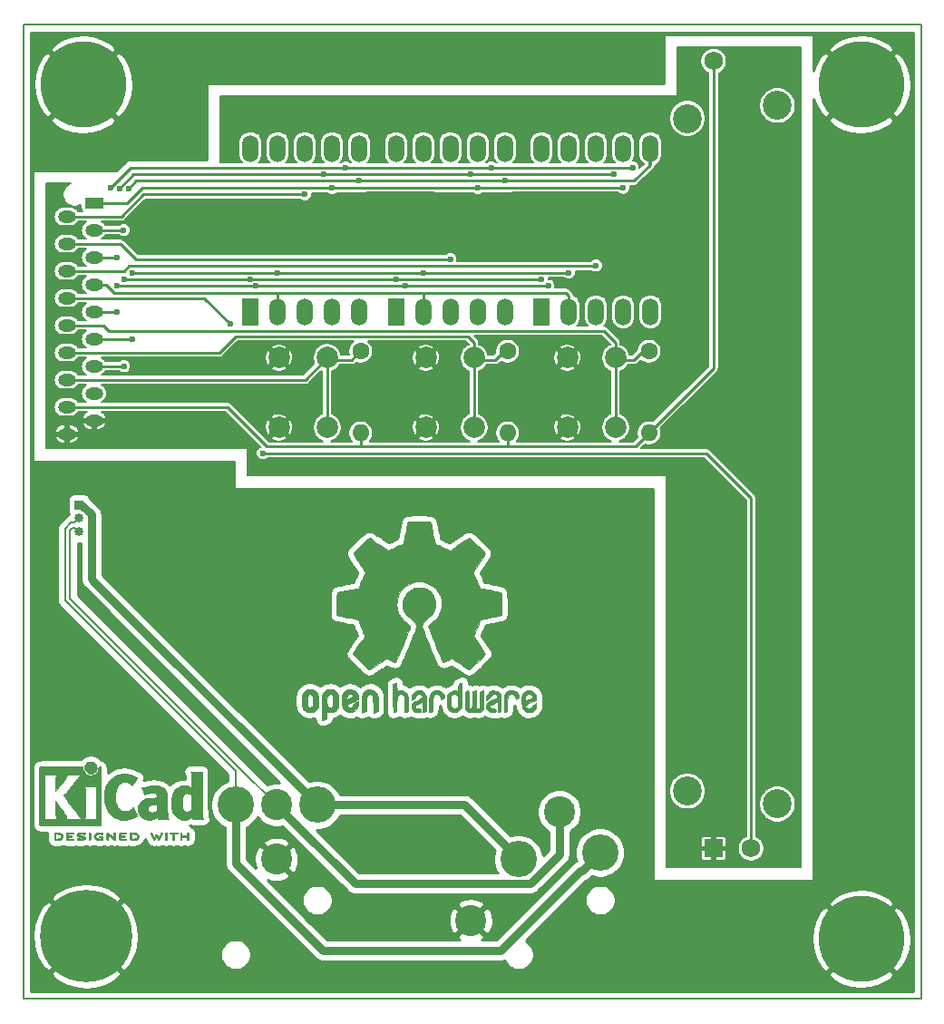
<source format=gbr>
G04 #@! TF.GenerationSoftware,KiCad,Pcbnew,5.1.5-52549c5~84~ubuntu18.04.1*
G04 #@! TF.CreationDate,2020-01-17T22:36:35+01:00*
G04 #@! TF.ProjectId,VFD,5646442e-6b69-4636-9164-5f7063625858,rev?*
G04 #@! TF.SameCoordinates,Original*
G04 #@! TF.FileFunction,Copper,L1,Top*
G04 #@! TF.FilePolarity,Positive*
%FSLAX46Y46*%
G04 Gerber Fmt 4.6, Leading zero omitted, Abs format (unit mm)*
G04 Created by KiCad (PCBNEW 5.1.5-52549c5~84~ubuntu18.04.1) date 2020-01-17 22:36:35*
%MOMM*%
%LPD*%
G04 APERTURE LIST*
%ADD10C,0.150000*%
%ADD11C,0.010000*%
%ADD12R,1.524000X2.524000*%
%ADD13O,1.524000X2.524000*%
%ADD14C,3.400000*%
%ADD15C,2.900000*%
%ADD16R,1.700000X1.120000*%
%ADD17O,1.700000X1.120000*%
%ADD18C,2.000000*%
%ADD19C,2.700000*%
%ADD20C,1.750000*%
%ADD21R,1.750000X1.750000*%
%ADD22O,1.600000X1.600000*%
%ADD23C,1.600000*%
%ADD24C,0.900000*%
%ADD25C,8.000000*%
%ADD26C,8.600000*%
%ADD27C,0.850000*%
%ADD28R,0.850000X0.850000*%
%ADD29C,0.600000*%
%ADD30C,0.250000*%
%ADD31C,0.750000*%
%ADD32C,0.200000*%
%ADD33C,0.254000*%
G04 APERTURE END LIST*
D10*
X283337000Y-34036000D02*
X283337000Y-124968000D01*
X199517000Y-34036000D02*
X283337000Y-34036000D01*
X199517000Y-124968000D02*
X199517000Y-34036000D01*
X283337000Y-124968000D02*
X199517000Y-124968000D01*
D11*
G36*
X236822357Y-80416997D02*
G01*
X237085677Y-80418439D01*
X237276246Y-80422342D01*
X237406345Y-80429937D01*
X237488257Y-80442450D01*
X237534266Y-80461111D01*
X237556653Y-80487148D01*
X237567702Y-80521788D01*
X237568776Y-80526272D01*
X237585559Y-80607189D01*
X237616625Y-80766842D01*
X237658742Y-80988238D01*
X237708679Y-81254385D01*
X237763203Y-81548290D01*
X237765107Y-81558612D01*
X237819723Y-81846636D01*
X237870822Y-82101115D01*
X237915106Y-82306785D01*
X237949279Y-82448385D01*
X237970043Y-82510650D01*
X237971033Y-82511753D01*
X238032199Y-82542159D01*
X238158310Y-82592828D01*
X238322131Y-82652822D01*
X238323043Y-82653142D01*
X238529388Y-82730704D01*
X238772660Y-82829507D01*
X239001969Y-82928848D01*
X239012822Y-82933760D01*
X239386317Y-83103276D01*
X240213365Y-82538495D01*
X240467077Y-82366320D01*
X240696902Y-82212395D01*
X240889525Y-82085474D01*
X241031632Y-81994309D01*
X241109907Y-81947655D01*
X241117340Y-81944195D01*
X241174224Y-81959600D01*
X241280469Y-82033927D01*
X241440219Y-82170681D01*
X241657616Y-82373368D01*
X241879548Y-82589008D01*
X242093491Y-82801503D01*
X242284969Y-82995410D01*
X242442455Y-83158754D01*
X242554422Y-83279561D01*
X242609343Y-83345855D01*
X242611386Y-83349268D01*
X242617458Y-83394761D01*
X242594584Y-83469056D01*
X242537115Y-83582186D01*
X242439399Y-83744185D01*
X242295784Y-83965086D01*
X242104333Y-84249460D01*
X241934423Y-84499759D01*
X241782538Y-84724250D01*
X241657455Y-84909900D01*
X241567949Y-85043675D01*
X241522800Y-85112542D01*
X241519958Y-85117218D01*
X241525470Y-85183201D01*
X241567255Y-85311448D01*
X241636997Y-85477720D01*
X241661854Y-85530819D01*
X241770311Y-85767377D01*
X241886020Y-86035789D01*
X241980015Y-86268035D01*
X242047745Y-86440407D01*
X242101543Y-86571403D01*
X242132631Y-86639867D01*
X242136496Y-86645142D01*
X242193671Y-86653880D01*
X242328448Y-86677823D01*
X242522906Y-86713562D01*
X242759125Y-86757689D01*
X243019184Y-86806795D01*
X243285163Y-86857472D01*
X243539143Y-86906313D01*
X243763201Y-86949909D01*
X243939420Y-86984851D01*
X244049877Y-87007732D01*
X244076970Y-87014201D01*
X244104956Y-87030167D01*
X244126081Y-87066227D01*
X244141297Y-87134552D01*
X244151553Y-87247315D01*
X244157800Y-87416686D01*
X244160988Y-87654838D01*
X244162067Y-87973942D01*
X244162123Y-88104741D01*
X244162123Y-89168511D01*
X243906663Y-89218933D01*
X243764537Y-89246273D01*
X243552450Y-89286182D01*
X243296193Y-89333845D01*
X243021558Y-89384446D01*
X242945648Y-89398344D01*
X242692221Y-89447617D01*
X242471447Y-89496070D01*
X242301857Y-89539215D01*
X242201980Y-89572563D01*
X242185343Y-89582502D01*
X242144489Y-89652891D01*
X242085913Y-89789283D01*
X242020955Y-89964805D01*
X242008071Y-90002613D01*
X241922934Y-90237030D01*
X241817256Y-90501524D01*
X241713840Y-90739041D01*
X241713330Y-90740144D01*
X241541112Y-91112733D01*
X242107524Y-91945893D01*
X242673935Y-92779053D01*
X241946702Y-93507500D01*
X241726748Y-93724302D01*
X241526132Y-93915414D01*
X241356122Y-94070636D01*
X241227985Y-94179764D01*
X241152989Y-94232595D01*
X241142231Y-94235947D01*
X241079067Y-94209549D01*
X240950180Y-94136160D01*
X240769649Y-94024484D01*
X240551554Y-93883224D01*
X240315754Y-93725027D01*
X240076436Y-93563664D01*
X239863059Y-93423252D01*
X239689175Y-93312431D01*
X239568334Y-93239838D01*
X239514263Y-93214108D01*
X239448294Y-93235880D01*
X239323198Y-93293251D01*
X239164780Y-93374300D01*
X239147987Y-93383309D01*
X238934652Y-93490300D01*
X238788364Y-93542772D01*
X238697380Y-93543330D01*
X238649959Y-93494580D01*
X238649683Y-93493897D01*
X238625980Y-93436164D01*
X238569449Y-93299115D01*
X238484474Y-93093357D01*
X238375438Y-92829498D01*
X238246724Y-92518144D01*
X238102715Y-92169904D01*
X237963251Y-91832744D01*
X237809980Y-91460666D01*
X237669251Y-91115987D01*
X237545282Y-90809271D01*
X237442291Y-90551085D01*
X237364496Y-90351994D01*
X237316114Y-90222565D01*
X237301204Y-90174261D01*
X237338594Y-90118850D01*
X237436398Y-90030538D01*
X237566815Y-89933174D01*
X237938223Y-89625253D01*
X238228530Y-89272304D01*
X238434256Y-88881761D01*
X238551923Y-88461057D01*
X238578051Y-88017629D01*
X238559060Y-87812958D01*
X238455583Y-87388323D01*
X238277373Y-87013336D01*
X238035482Y-86691696D01*
X237740963Y-86427101D01*
X237404871Y-86223250D01*
X237038258Y-86083842D01*
X236652177Y-86012574D01*
X236257681Y-86013145D01*
X235865825Y-86089254D01*
X235487660Y-86244599D01*
X235134240Y-86482879D01*
X234986727Y-86617639D01*
X234703816Y-86963679D01*
X234506832Y-87341826D01*
X234394464Y-87741055D01*
X234365401Y-88150345D01*
X234418331Y-88558672D01*
X234551943Y-88955013D01*
X234764925Y-89328345D01*
X235055966Y-89667645D01*
X235381186Y-89933174D01*
X235516652Y-90034671D01*
X235612349Y-90122025D01*
X235646797Y-90174343D01*
X235628760Y-90231398D01*
X235577462Y-90367698D01*
X235497124Y-90572678D01*
X235391964Y-90835772D01*
X235266204Y-91146416D01*
X235124063Y-91494043D01*
X234984365Y-91832826D01*
X234830241Y-92205222D01*
X234687482Y-92550307D01*
X234560471Y-92857477D01*
X234453589Y-93116125D01*
X234371220Y-93315647D01*
X234317747Y-93445435D01*
X234297933Y-93493897D01*
X234251124Y-93543129D01*
X234160583Y-93542985D01*
X234014658Y-93490877D01*
X233801698Y-93384216D01*
X233800014Y-93383309D01*
X233639670Y-93300536D01*
X233510052Y-93240242D01*
X233436963Y-93214346D01*
X233433737Y-93214108D01*
X233378716Y-93240374D01*
X233257243Y-93313416D01*
X233082871Y-93424595D01*
X232869150Y-93565273D01*
X232632247Y-93725027D01*
X232391055Y-93886779D01*
X232173674Y-94027450D01*
X231994184Y-94138335D01*
X231866664Y-94210730D01*
X231805770Y-94235947D01*
X231749697Y-94202803D01*
X231636960Y-94110173D01*
X231478823Y-93968257D01*
X231286551Y-93787255D01*
X231071409Y-93577369D01*
X231001048Y-93507249D01*
X230273566Y-92778552D01*
X230827295Y-91965900D01*
X230995577Y-91716342D01*
X231143271Y-91492366D01*
X231262090Y-91306949D01*
X231343750Y-91173065D01*
X231379964Y-91103690D01*
X231381025Y-91098755D01*
X231361933Y-91033364D01*
X231310582Y-90901825D01*
X231235860Y-90726181D01*
X231183412Y-90608591D01*
X231085346Y-90383461D01*
X230992993Y-90156015D01*
X230921394Y-89963839D01*
X230901944Y-89905295D01*
X230846686Y-89748956D01*
X230792669Y-89628158D01*
X230762999Y-89582502D01*
X230697524Y-89554561D01*
X230554624Y-89514951D01*
X230352839Y-89468162D01*
X230110712Y-89418683D01*
X230002353Y-89398344D01*
X229727189Y-89347781D01*
X229463254Y-89298822D01*
X229236341Y-89256281D01*
X229072239Y-89224975D01*
X229041338Y-89218933D01*
X228785878Y-89168511D01*
X228785878Y-88104741D01*
X228786452Y-87754950D01*
X228788807Y-87490300D01*
X228793893Y-87298622D01*
X228802661Y-87167744D01*
X228816062Y-87085493D01*
X228835046Y-87039698D01*
X228860562Y-87018188D01*
X228871031Y-87014201D01*
X228934174Y-87000056D01*
X229073675Y-86971834D01*
X229271611Y-86932943D01*
X229510065Y-86886792D01*
X229771114Y-86836788D01*
X230036839Y-86786341D01*
X230289319Y-86738858D01*
X230510635Y-86697748D01*
X230682866Y-86666419D01*
X230788092Y-86648278D01*
X230811505Y-86645142D01*
X230832716Y-86603173D01*
X230879668Y-86491370D01*
X230943581Y-86330888D01*
X230967986Y-86268035D01*
X231066420Y-86025203D01*
X231182334Y-85756918D01*
X231286147Y-85530819D01*
X231362535Y-85357935D01*
X231413356Y-85215877D01*
X231430321Y-85128878D01*
X231427616Y-85117218D01*
X231391761Y-85062170D01*
X231309892Y-84939739D01*
X231190795Y-84762962D01*
X231043258Y-84544877D01*
X230876069Y-84298520D01*
X230843010Y-84249891D01*
X230649020Y-83961773D01*
X230506421Y-83742377D01*
X230409527Y-83581602D01*
X230352654Y-83469346D01*
X230330116Y-83395510D01*
X230336228Y-83349990D01*
X230336384Y-83349700D01*
X230384489Y-83289910D01*
X230490889Y-83174319D01*
X230644052Y-83014909D01*
X230832445Y-82823665D01*
X231044535Y-82612568D01*
X231068453Y-82589008D01*
X231335738Y-82330172D01*
X231542008Y-82140117D01*
X231691408Y-82015337D01*
X231788080Y-81952327D01*
X231830661Y-81944195D01*
X231892804Y-81979672D01*
X232021763Y-82061623D01*
X232204222Y-82181292D01*
X232426867Y-82329926D01*
X232676384Y-82498772D01*
X232734636Y-82538495D01*
X233561684Y-83103276D01*
X233935179Y-82933760D01*
X234162316Y-82834971D01*
X234406128Y-82735617D01*
X234615725Y-82656401D01*
X234624958Y-82653142D01*
X234788905Y-82593129D01*
X234915285Y-82542382D01*
X234976863Y-82511841D01*
X234976968Y-82511753D01*
X234996507Y-82456548D01*
X235029721Y-82320779D01*
X235073313Y-82119709D01*
X235123984Y-81868599D01*
X235178439Y-81582713D01*
X235182894Y-81558612D01*
X235237518Y-81264059D01*
X235287664Y-80996684D01*
X235330102Y-80773480D01*
X235361598Y-80611439D01*
X235378923Y-80527553D01*
X235379225Y-80526272D01*
X235389768Y-80490588D01*
X235410269Y-80463646D01*
X235453011Y-80444218D01*
X235530276Y-80431075D01*
X235654348Y-80422989D01*
X235837509Y-80418732D01*
X236092042Y-80417075D01*
X236430231Y-80416790D01*
X236474000Y-80416790D01*
X236822357Y-80416997D01*
G37*
X236822357Y-80416997D02*
X237085677Y-80418439D01*
X237276246Y-80422342D01*
X237406345Y-80429937D01*
X237488257Y-80442450D01*
X237534266Y-80461111D01*
X237556653Y-80487148D01*
X237567702Y-80521788D01*
X237568776Y-80526272D01*
X237585559Y-80607189D01*
X237616625Y-80766842D01*
X237658742Y-80988238D01*
X237708679Y-81254385D01*
X237763203Y-81548290D01*
X237765107Y-81558612D01*
X237819723Y-81846636D01*
X237870822Y-82101115D01*
X237915106Y-82306785D01*
X237949279Y-82448385D01*
X237970043Y-82510650D01*
X237971033Y-82511753D01*
X238032199Y-82542159D01*
X238158310Y-82592828D01*
X238322131Y-82652822D01*
X238323043Y-82653142D01*
X238529388Y-82730704D01*
X238772660Y-82829507D01*
X239001969Y-82928848D01*
X239012822Y-82933760D01*
X239386317Y-83103276D01*
X240213365Y-82538495D01*
X240467077Y-82366320D01*
X240696902Y-82212395D01*
X240889525Y-82085474D01*
X241031632Y-81994309D01*
X241109907Y-81947655D01*
X241117340Y-81944195D01*
X241174224Y-81959600D01*
X241280469Y-82033927D01*
X241440219Y-82170681D01*
X241657616Y-82373368D01*
X241879548Y-82589008D01*
X242093491Y-82801503D01*
X242284969Y-82995410D01*
X242442455Y-83158754D01*
X242554422Y-83279561D01*
X242609343Y-83345855D01*
X242611386Y-83349268D01*
X242617458Y-83394761D01*
X242594584Y-83469056D01*
X242537115Y-83582186D01*
X242439399Y-83744185D01*
X242295784Y-83965086D01*
X242104333Y-84249460D01*
X241934423Y-84499759D01*
X241782538Y-84724250D01*
X241657455Y-84909900D01*
X241567949Y-85043675D01*
X241522800Y-85112542D01*
X241519958Y-85117218D01*
X241525470Y-85183201D01*
X241567255Y-85311448D01*
X241636997Y-85477720D01*
X241661854Y-85530819D01*
X241770311Y-85767377D01*
X241886020Y-86035789D01*
X241980015Y-86268035D01*
X242047745Y-86440407D01*
X242101543Y-86571403D01*
X242132631Y-86639867D01*
X242136496Y-86645142D01*
X242193671Y-86653880D01*
X242328448Y-86677823D01*
X242522906Y-86713562D01*
X242759125Y-86757689D01*
X243019184Y-86806795D01*
X243285163Y-86857472D01*
X243539143Y-86906313D01*
X243763201Y-86949909D01*
X243939420Y-86984851D01*
X244049877Y-87007732D01*
X244076970Y-87014201D01*
X244104956Y-87030167D01*
X244126081Y-87066227D01*
X244141297Y-87134552D01*
X244151553Y-87247315D01*
X244157800Y-87416686D01*
X244160988Y-87654838D01*
X244162067Y-87973942D01*
X244162123Y-88104741D01*
X244162123Y-89168511D01*
X243906663Y-89218933D01*
X243764537Y-89246273D01*
X243552450Y-89286182D01*
X243296193Y-89333845D01*
X243021558Y-89384446D01*
X242945648Y-89398344D01*
X242692221Y-89447617D01*
X242471447Y-89496070D01*
X242301857Y-89539215D01*
X242201980Y-89572563D01*
X242185343Y-89582502D01*
X242144489Y-89652891D01*
X242085913Y-89789283D01*
X242020955Y-89964805D01*
X242008071Y-90002613D01*
X241922934Y-90237030D01*
X241817256Y-90501524D01*
X241713840Y-90739041D01*
X241713330Y-90740144D01*
X241541112Y-91112733D01*
X242107524Y-91945893D01*
X242673935Y-92779053D01*
X241946702Y-93507500D01*
X241726748Y-93724302D01*
X241526132Y-93915414D01*
X241356122Y-94070636D01*
X241227985Y-94179764D01*
X241152989Y-94232595D01*
X241142231Y-94235947D01*
X241079067Y-94209549D01*
X240950180Y-94136160D01*
X240769649Y-94024484D01*
X240551554Y-93883224D01*
X240315754Y-93725027D01*
X240076436Y-93563664D01*
X239863059Y-93423252D01*
X239689175Y-93312431D01*
X239568334Y-93239838D01*
X239514263Y-93214108D01*
X239448294Y-93235880D01*
X239323198Y-93293251D01*
X239164780Y-93374300D01*
X239147987Y-93383309D01*
X238934652Y-93490300D01*
X238788364Y-93542772D01*
X238697380Y-93543330D01*
X238649959Y-93494580D01*
X238649683Y-93493897D01*
X238625980Y-93436164D01*
X238569449Y-93299115D01*
X238484474Y-93093357D01*
X238375438Y-92829498D01*
X238246724Y-92518144D01*
X238102715Y-92169904D01*
X237963251Y-91832744D01*
X237809980Y-91460666D01*
X237669251Y-91115987D01*
X237545282Y-90809271D01*
X237442291Y-90551085D01*
X237364496Y-90351994D01*
X237316114Y-90222565D01*
X237301204Y-90174261D01*
X237338594Y-90118850D01*
X237436398Y-90030538D01*
X237566815Y-89933174D01*
X237938223Y-89625253D01*
X238228530Y-89272304D01*
X238434256Y-88881761D01*
X238551923Y-88461057D01*
X238578051Y-88017629D01*
X238559060Y-87812958D01*
X238455583Y-87388323D01*
X238277373Y-87013336D01*
X238035482Y-86691696D01*
X237740963Y-86427101D01*
X237404871Y-86223250D01*
X237038258Y-86083842D01*
X236652177Y-86012574D01*
X236257681Y-86013145D01*
X235865825Y-86089254D01*
X235487660Y-86244599D01*
X235134240Y-86482879D01*
X234986727Y-86617639D01*
X234703816Y-86963679D01*
X234506832Y-87341826D01*
X234394464Y-87741055D01*
X234365401Y-88150345D01*
X234418331Y-88558672D01*
X234551943Y-88955013D01*
X234764925Y-89328345D01*
X235055966Y-89667645D01*
X235381186Y-89933174D01*
X235516652Y-90034671D01*
X235612349Y-90122025D01*
X235646797Y-90174343D01*
X235628760Y-90231398D01*
X235577462Y-90367698D01*
X235497124Y-90572678D01*
X235391964Y-90835772D01*
X235266204Y-91146416D01*
X235124063Y-91494043D01*
X234984365Y-91832826D01*
X234830241Y-92205222D01*
X234687482Y-92550307D01*
X234560471Y-92857477D01*
X234453589Y-93116125D01*
X234371220Y-93315647D01*
X234317747Y-93445435D01*
X234297933Y-93493897D01*
X234251124Y-93543129D01*
X234160583Y-93542985D01*
X234014658Y-93490877D01*
X233801698Y-93384216D01*
X233800014Y-93383309D01*
X233639670Y-93300536D01*
X233510052Y-93240242D01*
X233436963Y-93214346D01*
X233433737Y-93214108D01*
X233378716Y-93240374D01*
X233257243Y-93313416D01*
X233082871Y-93424595D01*
X232869150Y-93565273D01*
X232632247Y-93725027D01*
X232391055Y-93886779D01*
X232173674Y-94027450D01*
X231994184Y-94138335D01*
X231866664Y-94210730D01*
X231805770Y-94235947D01*
X231749697Y-94202803D01*
X231636960Y-94110173D01*
X231478823Y-93968257D01*
X231286551Y-93787255D01*
X231071409Y-93577369D01*
X231001048Y-93507249D01*
X230273566Y-92778552D01*
X230827295Y-91965900D01*
X230995577Y-91716342D01*
X231143271Y-91492366D01*
X231262090Y-91306949D01*
X231343750Y-91173065D01*
X231379964Y-91103690D01*
X231381025Y-91098755D01*
X231361933Y-91033364D01*
X231310582Y-90901825D01*
X231235860Y-90726181D01*
X231183412Y-90608591D01*
X231085346Y-90383461D01*
X230992993Y-90156015D01*
X230921394Y-89963839D01*
X230901944Y-89905295D01*
X230846686Y-89748956D01*
X230792669Y-89628158D01*
X230762999Y-89582502D01*
X230697524Y-89554561D01*
X230554624Y-89514951D01*
X230352839Y-89468162D01*
X230110712Y-89418683D01*
X230002353Y-89398344D01*
X229727189Y-89347781D01*
X229463254Y-89298822D01*
X229236341Y-89256281D01*
X229072239Y-89224975D01*
X229041338Y-89218933D01*
X228785878Y-89168511D01*
X228785878Y-88104741D01*
X228786452Y-87754950D01*
X228788807Y-87490300D01*
X228793893Y-87298622D01*
X228802661Y-87167744D01*
X228816062Y-87085493D01*
X228835046Y-87039698D01*
X228860562Y-87018188D01*
X228871031Y-87014201D01*
X228934174Y-87000056D01*
X229073675Y-86971834D01*
X229271611Y-86932943D01*
X229510065Y-86886792D01*
X229771114Y-86836788D01*
X230036839Y-86786341D01*
X230289319Y-86738858D01*
X230510635Y-86697748D01*
X230682866Y-86666419D01*
X230788092Y-86648278D01*
X230811505Y-86645142D01*
X230832716Y-86603173D01*
X230879668Y-86491370D01*
X230943581Y-86330888D01*
X230967986Y-86268035D01*
X231066420Y-86025203D01*
X231182334Y-85756918D01*
X231286147Y-85530819D01*
X231362535Y-85357935D01*
X231413356Y-85215877D01*
X231430321Y-85128878D01*
X231427616Y-85117218D01*
X231391761Y-85062170D01*
X231309892Y-84939739D01*
X231190795Y-84762962D01*
X231043258Y-84544877D01*
X230876069Y-84298520D01*
X230843010Y-84249891D01*
X230649020Y-83961773D01*
X230506421Y-83742377D01*
X230409527Y-83581602D01*
X230352654Y-83469346D01*
X230330116Y-83395510D01*
X230336228Y-83349990D01*
X230336384Y-83349700D01*
X230384489Y-83289910D01*
X230490889Y-83174319D01*
X230644052Y-83014909D01*
X230832445Y-82823665D01*
X231044535Y-82612568D01*
X231068453Y-82589008D01*
X231335738Y-82330172D01*
X231542008Y-82140117D01*
X231691408Y-82015337D01*
X231788080Y-81952327D01*
X231830661Y-81944195D01*
X231892804Y-81979672D01*
X232021763Y-82061623D01*
X232204222Y-82181292D01*
X232426867Y-82329926D01*
X232676384Y-82498772D01*
X232734636Y-82538495D01*
X233561684Y-83103276D01*
X233935179Y-82933760D01*
X234162316Y-82834971D01*
X234406128Y-82735617D01*
X234615725Y-82656401D01*
X234624958Y-82653142D01*
X234788905Y-82593129D01*
X234915285Y-82542382D01*
X234976863Y-82511841D01*
X234976968Y-82511753D01*
X234996507Y-82456548D01*
X235029721Y-82320779D01*
X235073313Y-82119709D01*
X235123984Y-81868599D01*
X235178439Y-81582713D01*
X235182894Y-81558612D01*
X235237518Y-81264059D01*
X235287664Y-80996684D01*
X235330102Y-80773480D01*
X235361598Y-80611439D01*
X235378923Y-80527553D01*
X235379225Y-80526272D01*
X235389768Y-80490588D01*
X235410269Y-80463646D01*
X235453011Y-80444218D01*
X235530276Y-80431075D01*
X235654348Y-80422989D01*
X235837509Y-80418732D01*
X236092042Y-80417075D01*
X236430231Y-80416790D01*
X236474000Y-80416790D01*
X236822357Y-80416997D01*
G36*
X247046399Y-96256233D02*
G01*
X247238917Y-96382057D01*
X247331774Y-96494696D01*
X247405340Y-96699092D01*
X247411183Y-96860830D01*
X247397947Y-97077094D01*
X246899192Y-97295398D01*
X246656685Y-97406930D01*
X246498229Y-97496650D01*
X246415836Y-97574361D01*
X246401518Y-97649867D01*
X246447287Y-97732971D01*
X246497755Y-97788054D01*
X246644605Y-97876389D01*
X246804328Y-97882579D01*
X246951020Y-97813735D01*
X247058781Y-97676972D01*
X247078055Y-97628680D01*
X247170376Y-97477848D01*
X247276588Y-97413567D01*
X247422276Y-97358576D01*
X247422276Y-97567057D01*
X247409396Y-97708926D01*
X247358943Y-97828563D01*
X247253197Y-97965927D01*
X247237480Y-97983777D01*
X247119855Y-98105986D01*
X247018746Y-98171570D01*
X246892250Y-98201742D01*
X246787384Y-98211623D01*
X246599811Y-98214085D01*
X246466284Y-98182892D01*
X246382983Y-98136579D01*
X246252063Y-98034735D01*
X246161439Y-97924591D01*
X246104087Y-97786069D01*
X246072980Y-97599090D01*
X246061094Y-97343577D01*
X246060145Y-97213894D01*
X246063371Y-97058421D01*
X246357166Y-97058421D01*
X246360573Y-97141827D01*
X246369066Y-97155487D01*
X246425110Y-97136931D01*
X246545718Y-97087822D01*
X246706913Y-97018002D01*
X246740622Y-97002995D01*
X246944339Y-96899404D01*
X247056579Y-96808359D01*
X247081247Y-96723081D01*
X247022245Y-96636794D01*
X246973518Y-96598667D01*
X246797694Y-96522417D01*
X246633127Y-96535014D01*
X246495354Y-96628086D01*
X246399913Y-96793256D01*
X246369314Y-96924357D01*
X246357166Y-97058421D01*
X246063371Y-97058421D01*
X246066432Y-96910919D01*
X246089599Y-96686756D01*
X246135490Y-96523526D01*
X246209954Y-96403352D01*
X246318836Y-96308355D01*
X246366305Y-96277655D01*
X246581938Y-96197703D01*
X246818021Y-96192672D01*
X247046399Y-96256233D01*
G37*
X247046399Y-96256233D02*
X247238917Y-96382057D01*
X247331774Y-96494696D01*
X247405340Y-96699092D01*
X247411183Y-96860830D01*
X247397947Y-97077094D01*
X246899192Y-97295398D01*
X246656685Y-97406930D01*
X246498229Y-97496650D01*
X246415836Y-97574361D01*
X246401518Y-97649867D01*
X246447287Y-97732971D01*
X246497755Y-97788054D01*
X246644605Y-97876389D01*
X246804328Y-97882579D01*
X246951020Y-97813735D01*
X247058781Y-97676972D01*
X247078055Y-97628680D01*
X247170376Y-97477848D01*
X247276588Y-97413567D01*
X247422276Y-97358576D01*
X247422276Y-97567057D01*
X247409396Y-97708926D01*
X247358943Y-97828563D01*
X247253197Y-97965927D01*
X247237480Y-97983777D01*
X247119855Y-98105986D01*
X247018746Y-98171570D01*
X246892250Y-98201742D01*
X246787384Y-98211623D01*
X246599811Y-98214085D01*
X246466284Y-98182892D01*
X246382983Y-98136579D01*
X246252063Y-98034735D01*
X246161439Y-97924591D01*
X246104087Y-97786069D01*
X246072980Y-97599090D01*
X246061094Y-97343577D01*
X246060145Y-97213894D01*
X246063371Y-97058421D01*
X246357166Y-97058421D01*
X246360573Y-97141827D01*
X246369066Y-97155487D01*
X246425110Y-97136931D01*
X246545718Y-97087822D01*
X246706913Y-97018002D01*
X246740622Y-97002995D01*
X246944339Y-96899404D01*
X247056579Y-96808359D01*
X247081247Y-96723081D01*
X247022245Y-96636794D01*
X246973518Y-96598667D01*
X246797694Y-96522417D01*
X246633127Y-96535014D01*
X246495354Y-96628086D01*
X246399913Y-96793256D01*
X246369314Y-96924357D01*
X246357166Y-97058421D01*
X246063371Y-97058421D01*
X246066432Y-96910919D01*
X246089599Y-96686756D01*
X246135490Y-96523526D01*
X246209954Y-96403352D01*
X246318836Y-96308355D01*
X246366305Y-96277655D01*
X246581938Y-96197703D01*
X246818021Y-96192672D01*
X247046399Y-96256233D01*
G36*
X245366816Y-96228697D02*
G01*
X245424976Y-96254116D01*
X245563795Y-96364059D01*
X245682505Y-96523030D01*
X245755921Y-96692677D01*
X245767870Y-96776313D01*
X245727809Y-96893078D01*
X245639935Y-96954862D01*
X245545718Y-96992273D01*
X245502577Y-96999167D01*
X245481571Y-96949138D01*
X245440090Y-96840269D01*
X245421892Y-96791076D01*
X245319848Y-96620913D01*
X245172103Y-96536038D01*
X244982655Y-96538648D01*
X244968623Y-96541991D01*
X244867481Y-96589945D01*
X244793124Y-96683432D01*
X244742338Y-96833939D01*
X244711908Y-97052951D01*
X244698618Y-97351956D01*
X244697372Y-97511056D01*
X244696754Y-97761855D01*
X244692705Y-97932825D01*
X244681933Y-98041454D01*
X244661147Y-98105230D01*
X244627055Y-98141643D01*
X244576365Y-98168179D01*
X244573435Y-98169515D01*
X244475818Y-98210787D01*
X244427458Y-98225985D01*
X244420027Y-98180037D01*
X244413666Y-98053034D01*
X244408832Y-97861235D01*
X244405985Y-97620902D01*
X244405418Y-97445024D01*
X244408313Y-97104688D01*
X244419637Y-96846495D01*
X244443346Y-96655374D01*
X244483397Y-96516253D01*
X244543747Y-96414060D01*
X244628353Y-96333724D01*
X244711899Y-96277655D01*
X244912791Y-96203032D01*
X245146596Y-96186202D01*
X245366816Y-96228697D01*
G37*
X245366816Y-96228697D02*
X245424976Y-96254116D01*
X245563795Y-96364059D01*
X245682505Y-96523030D01*
X245755921Y-96692677D01*
X245767870Y-96776313D01*
X245727809Y-96893078D01*
X245639935Y-96954862D01*
X245545718Y-96992273D01*
X245502577Y-96999167D01*
X245481571Y-96949138D01*
X245440090Y-96840269D01*
X245421892Y-96791076D01*
X245319848Y-96620913D01*
X245172103Y-96536038D01*
X244982655Y-96538648D01*
X244968623Y-96541991D01*
X244867481Y-96589945D01*
X244793124Y-96683432D01*
X244742338Y-96833939D01*
X244711908Y-97052951D01*
X244698618Y-97351956D01*
X244697372Y-97511056D01*
X244696754Y-97761855D01*
X244692705Y-97932825D01*
X244681933Y-98041454D01*
X244661147Y-98105230D01*
X244627055Y-98141643D01*
X244576365Y-98168179D01*
X244573435Y-98169515D01*
X244475818Y-98210787D01*
X244427458Y-98225985D01*
X244420027Y-98180037D01*
X244413666Y-98053034D01*
X244408832Y-97861235D01*
X244405985Y-97620902D01*
X244405418Y-97445024D01*
X244408313Y-97104688D01*
X244419637Y-96846495D01*
X244443346Y-96655374D01*
X244483397Y-96516253D01*
X244543747Y-96414060D01*
X244628353Y-96333724D01*
X244711899Y-96277655D01*
X244912791Y-96203032D01*
X245146596Y-96186202D01*
X245366816Y-96228697D01*
G36*
X243664678Y-96220594D02*
G01*
X243804782Y-96284323D01*
X243914750Y-96361543D01*
X243995324Y-96447887D01*
X244050954Y-96559272D01*
X244086089Y-96711616D01*
X244105179Y-96920835D01*
X244112672Y-97202846D01*
X244113464Y-97388555D01*
X244113464Y-98113046D01*
X243989527Y-98169515D01*
X243891910Y-98210787D01*
X243843550Y-98225985D01*
X243834298Y-98180762D01*
X243826958Y-98058824D01*
X243822464Y-97880772D01*
X243821510Y-97739395D01*
X243817410Y-97535146D01*
X243806354Y-97373113D01*
X243790211Y-97273891D01*
X243777387Y-97252805D01*
X243691186Y-97274338D01*
X243555862Y-97329566D01*
X243399170Y-97404436D01*
X243248863Y-97484892D01*
X243132693Y-97556880D01*
X243078413Y-97606346D01*
X243078198Y-97606881D01*
X243082867Y-97698428D01*
X243124732Y-97785820D01*
X243198235Y-97856802D01*
X243305516Y-97880543D01*
X243397202Y-97877777D01*
X243527058Y-97875741D01*
X243595221Y-97906164D01*
X243636159Y-97986543D01*
X243641321Y-98001700D01*
X243659067Y-98116331D01*
X243611609Y-98185934D01*
X243487907Y-98219105D01*
X243354281Y-98225240D01*
X243113817Y-98179763D01*
X242989338Y-98114817D01*
X242835605Y-97962246D01*
X242754073Y-97774971D01*
X242746756Y-97577085D01*
X242815669Y-97392685D01*
X242919328Y-97277134D01*
X243022823Y-97212442D01*
X243185492Y-97130542D01*
X243375054Y-97047486D01*
X243406650Y-97034795D01*
X243614869Y-96942908D01*
X243734898Y-96861923D01*
X243773501Y-96781413D01*
X243737440Y-96690950D01*
X243675533Y-96620238D01*
X243529213Y-96533170D01*
X243368217Y-96526640D01*
X243220573Y-96593735D01*
X243114310Y-96727544D01*
X243100362Y-96762067D01*
X243019160Y-96889042D01*
X242900608Y-96983309D01*
X242751012Y-97060668D01*
X242751012Y-96841307D01*
X242759817Y-96707280D01*
X242797570Y-96601644D01*
X242881279Y-96488939D01*
X242961636Y-96402127D01*
X243086591Y-96279204D01*
X243183677Y-96213171D01*
X243287954Y-96186684D01*
X243405989Y-96182307D01*
X243664678Y-96220594D01*
G37*
X243664678Y-96220594D02*
X243804782Y-96284323D01*
X243914750Y-96361543D01*
X243995324Y-96447887D01*
X244050954Y-96559272D01*
X244086089Y-96711616D01*
X244105179Y-96920835D01*
X244112672Y-97202846D01*
X244113464Y-97388555D01*
X244113464Y-98113046D01*
X243989527Y-98169515D01*
X243891910Y-98210787D01*
X243843550Y-98225985D01*
X243834298Y-98180762D01*
X243826958Y-98058824D01*
X243822464Y-97880772D01*
X243821510Y-97739395D01*
X243817410Y-97535146D01*
X243806354Y-97373113D01*
X243790211Y-97273891D01*
X243777387Y-97252805D01*
X243691186Y-97274338D01*
X243555862Y-97329566D01*
X243399170Y-97404436D01*
X243248863Y-97484892D01*
X243132693Y-97556880D01*
X243078413Y-97606346D01*
X243078198Y-97606881D01*
X243082867Y-97698428D01*
X243124732Y-97785820D01*
X243198235Y-97856802D01*
X243305516Y-97880543D01*
X243397202Y-97877777D01*
X243527058Y-97875741D01*
X243595221Y-97906164D01*
X243636159Y-97986543D01*
X243641321Y-98001700D01*
X243659067Y-98116331D01*
X243611609Y-98185934D01*
X243487907Y-98219105D01*
X243354281Y-98225240D01*
X243113817Y-98179763D01*
X242989338Y-98114817D01*
X242835605Y-97962246D01*
X242754073Y-97774971D01*
X242746756Y-97577085D01*
X242815669Y-97392685D01*
X242919328Y-97277134D01*
X243022823Y-97212442D01*
X243185492Y-97130542D01*
X243375054Y-97047486D01*
X243406650Y-97034795D01*
X243614869Y-96942908D01*
X243734898Y-96861923D01*
X243773501Y-96781413D01*
X243737440Y-96690950D01*
X243675533Y-96620238D01*
X243529213Y-96533170D01*
X243368217Y-96526640D01*
X243220573Y-96593735D01*
X243114310Y-96727544D01*
X243100362Y-96762067D01*
X243019160Y-96889042D01*
X242900608Y-96983309D01*
X242751012Y-97060668D01*
X242751012Y-96841307D01*
X242759817Y-96707280D01*
X242797570Y-96601644D01*
X242881279Y-96488939D01*
X242961636Y-96402127D01*
X243086591Y-96279204D01*
X243183677Y-96213171D01*
X243287954Y-96186684D01*
X243405989Y-96182307D01*
X243664678Y-96220594D01*
G36*
X242440873Y-96228400D02*
G01*
X242448299Y-96356422D01*
X242454118Y-96550985D01*
X242457859Y-96796702D01*
X242459058Y-97054426D01*
X242459058Y-97926545D01*
X242305075Y-98080528D01*
X242198963Y-98175412D01*
X242105816Y-98213845D01*
X241978504Y-98211413D01*
X241927968Y-98205223D01*
X241770017Y-98187210D01*
X241639371Y-98176888D01*
X241607525Y-98175935D01*
X241500166Y-98182171D01*
X241346619Y-98197824D01*
X241287083Y-98205223D01*
X241140857Y-98216668D01*
X241042589Y-98191808D01*
X240945150Y-98115058D01*
X240909976Y-98080528D01*
X240755993Y-97926545D01*
X240755993Y-96295246D01*
X240879930Y-96238776D01*
X240986650Y-96196950D01*
X241049087Y-96182307D01*
X241065096Y-96228583D01*
X241080058Y-96357884D01*
X241092978Y-96555914D01*
X241102857Y-96808380D01*
X241107622Y-97021675D01*
X241120935Y-97861042D01*
X241237080Y-97877464D01*
X241342716Y-97865982D01*
X241394477Y-97828805D01*
X241408945Y-97759298D01*
X241421298Y-97611240D01*
X241430552Y-97403391D01*
X241435728Y-97154512D01*
X241436474Y-97026435D01*
X241437219Y-96289145D01*
X241590457Y-96235726D01*
X241698916Y-96199406D01*
X241757913Y-96182468D01*
X241759614Y-96182307D01*
X241765533Y-96228349D01*
X241772039Y-96356018D01*
X241778586Y-96549632D01*
X241784627Y-96793507D01*
X241788848Y-97021675D01*
X241802161Y-97861042D01*
X242094115Y-97861042D01*
X242107513Y-97095275D01*
X242120910Y-96329508D01*
X242263238Y-96255908D01*
X242368322Y-96205366D01*
X242430517Y-96182431D01*
X242432312Y-96182307D01*
X242440873Y-96228400D01*
G37*
X242440873Y-96228400D02*
X242448299Y-96356422D01*
X242454118Y-96550985D01*
X242457859Y-96796702D01*
X242459058Y-97054426D01*
X242459058Y-97926545D01*
X242305075Y-98080528D01*
X242198963Y-98175412D01*
X242105816Y-98213845D01*
X241978504Y-98211413D01*
X241927968Y-98205223D01*
X241770017Y-98187210D01*
X241639371Y-98176888D01*
X241607525Y-98175935D01*
X241500166Y-98182171D01*
X241346619Y-98197824D01*
X241287083Y-98205223D01*
X241140857Y-98216668D01*
X241042589Y-98191808D01*
X240945150Y-98115058D01*
X240909976Y-98080528D01*
X240755993Y-97926545D01*
X240755993Y-96295246D01*
X240879930Y-96238776D01*
X240986650Y-96196950D01*
X241049087Y-96182307D01*
X241065096Y-96228583D01*
X241080058Y-96357884D01*
X241092978Y-96555914D01*
X241102857Y-96808380D01*
X241107622Y-97021675D01*
X241120935Y-97861042D01*
X241237080Y-97877464D01*
X241342716Y-97865982D01*
X241394477Y-97828805D01*
X241408945Y-97759298D01*
X241421298Y-97611240D01*
X241430552Y-97403391D01*
X241435728Y-97154512D01*
X241436474Y-97026435D01*
X241437219Y-96289145D01*
X241590457Y-96235726D01*
X241698916Y-96199406D01*
X241757913Y-96182468D01*
X241759614Y-96182307D01*
X241765533Y-96228349D01*
X241772039Y-96356018D01*
X241778586Y-96549632D01*
X241784627Y-96793507D01*
X241788848Y-97021675D01*
X241802161Y-97861042D01*
X242094115Y-97861042D01*
X242107513Y-97095275D01*
X242120910Y-96329508D01*
X242263238Y-96255908D01*
X242368322Y-96205366D01*
X242430517Y-96182431D01*
X242432312Y-96182307D01*
X242440873Y-96228400D01*
G36*
X240463857Y-96586093D02*
G01*
X240463239Y-96949769D01*
X240460847Y-97229532D01*
X240455671Y-97438784D01*
X240446704Y-97590926D01*
X240432936Y-97699359D01*
X240413361Y-97777485D01*
X240386968Y-97838707D01*
X240366984Y-97873652D01*
X240201483Y-98063157D01*
X239991648Y-98181942D01*
X239759486Y-98224564D01*
X239527008Y-98185583D01*
X239388572Y-98115532D01*
X239243242Y-97994353D01*
X239144195Y-97846354D01*
X239084435Y-97652534D01*
X239056969Y-97393892D01*
X239053079Y-97204146D01*
X239053603Y-97190510D01*
X239393541Y-97190510D01*
X239395617Y-97408096D01*
X239405130Y-97552134D01*
X239427008Y-97646364D01*
X239466176Y-97714523D01*
X239512976Y-97765936D01*
X239670146Y-97865175D01*
X239838900Y-97873653D01*
X239998393Y-97790799D01*
X240010807Y-97779572D01*
X240063791Y-97721171D01*
X240097014Y-97651686D01*
X240115000Y-97548270D01*
X240122275Y-97388073D01*
X240123426Y-97210965D01*
X240120932Y-96988467D01*
X240110608Y-96840037D01*
X240088191Y-96742489D01*
X240049418Y-96672637D01*
X240017626Y-96635539D01*
X239869939Y-96541975D01*
X239699846Y-96530725D01*
X239537492Y-96602190D01*
X239506160Y-96628720D01*
X239452822Y-96687636D01*
X239419531Y-96757837D01*
X239401656Y-96862418D01*
X239394566Y-97024479D01*
X239393541Y-97190510D01*
X239053603Y-97190510D01*
X239064840Y-96898579D01*
X239104787Y-96668993D01*
X239179913Y-96496387D01*
X239297214Y-96361760D01*
X239388572Y-96292759D01*
X239554627Y-96218214D01*
X239747092Y-96183613D01*
X239925999Y-96192875D01*
X240026108Y-96230238D01*
X240065393Y-96240872D01*
X240091461Y-96201225D01*
X240109658Y-96094981D01*
X240123426Y-95933145D01*
X240138499Y-95752902D01*
X240159436Y-95644458D01*
X240197532Y-95582446D01*
X240264085Y-95541499D01*
X240305897Y-95523366D01*
X240464039Y-95457120D01*
X240463857Y-96586093D01*
G37*
X240463857Y-96586093D02*
X240463239Y-96949769D01*
X240460847Y-97229532D01*
X240455671Y-97438784D01*
X240446704Y-97590926D01*
X240432936Y-97699359D01*
X240413361Y-97777485D01*
X240386968Y-97838707D01*
X240366984Y-97873652D01*
X240201483Y-98063157D01*
X239991648Y-98181942D01*
X239759486Y-98224564D01*
X239527008Y-98185583D01*
X239388572Y-98115532D01*
X239243242Y-97994353D01*
X239144195Y-97846354D01*
X239084435Y-97652534D01*
X239056969Y-97393892D01*
X239053079Y-97204146D01*
X239053603Y-97190510D01*
X239393541Y-97190510D01*
X239395617Y-97408096D01*
X239405130Y-97552134D01*
X239427008Y-97646364D01*
X239466176Y-97714523D01*
X239512976Y-97765936D01*
X239670146Y-97865175D01*
X239838900Y-97873653D01*
X239998393Y-97790799D01*
X240010807Y-97779572D01*
X240063791Y-97721171D01*
X240097014Y-97651686D01*
X240115000Y-97548270D01*
X240122275Y-97388073D01*
X240123426Y-97210965D01*
X240120932Y-96988467D01*
X240110608Y-96840037D01*
X240088191Y-96742489D01*
X240049418Y-96672637D01*
X240017626Y-96635539D01*
X239869939Y-96541975D01*
X239699846Y-96530725D01*
X239537492Y-96602190D01*
X239506160Y-96628720D01*
X239452822Y-96687636D01*
X239419531Y-96757837D01*
X239401656Y-96862418D01*
X239394566Y-97024479D01*
X239393541Y-97190510D01*
X239053603Y-97190510D01*
X239064840Y-96898579D01*
X239104787Y-96668993D01*
X239179913Y-96496387D01*
X239297214Y-96361760D01*
X239388572Y-96292759D01*
X239554627Y-96218214D01*
X239747092Y-96183613D01*
X239925999Y-96192875D01*
X240026108Y-96230238D01*
X240065393Y-96240872D01*
X240091461Y-96201225D01*
X240109658Y-96094981D01*
X240123426Y-95933145D01*
X240138499Y-95752902D01*
X240159436Y-95644458D01*
X240197532Y-95582446D01*
X240264085Y-95541499D01*
X240305897Y-95523366D01*
X240464039Y-95457120D01*
X240463857Y-96586093D01*
G36*
X238250572Y-96198534D02*
G01*
X238471609Y-96280099D01*
X238650683Y-96424366D01*
X238720720Y-96525920D01*
X238797071Y-96712268D01*
X238795485Y-96847010D01*
X238715347Y-96937631D01*
X238685696Y-96953040D01*
X238557674Y-97001084D01*
X238492294Y-96988776D01*
X238470148Y-96908098D01*
X238469020Y-96863533D01*
X238428477Y-96699581D01*
X238322802Y-96584891D01*
X238175924Y-96529497D01*
X238011773Y-96543435D01*
X237878337Y-96615827D01*
X237833269Y-96657120D01*
X237801323Y-96707216D01*
X237779744Y-96782942D01*
X237765773Y-96901128D01*
X237756655Y-97078600D01*
X237749631Y-97332186D01*
X237747812Y-97412479D01*
X237741178Y-97687158D01*
X237733636Y-97880481D01*
X237722325Y-98008388D01*
X237704385Y-98086822D01*
X237676955Y-98131725D01*
X237637177Y-98159038D01*
X237611710Y-98171105D01*
X237503556Y-98212367D01*
X237439890Y-98225985D01*
X237418854Y-98180505D01*
X237406013Y-98043006D01*
X237401300Y-97811902D01*
X237404644Y-97485604D01*
X237405686Y-97435276D01*
X237413035Y-97137581D01*
X237421726Y-96920205D01*
X237434092Y-96766153D01*
X237452470Y-96658430D01*
X237479195Y-96580042D01*
X237516602Y-96513994D01*
X237536170Y-96485691D01*
X237648366Y-96360467D01*
X237773850Y-96263063D01*
X237789213Y-96254561D01*
X238014223Y-96187433D01*
X238250572Y-96198534D01*
G37*
X238250572Y-96198534D02*
X238471609Y-96280099D01*
X238650683Y-96424366D01*
X238720720Y-96525920D01*
X238797071Y-96712268D01*
X238795485Y-96847010D01*
X238715347Y-96937631D01*
X238685696Y-96953040D01*
X238557674Y-97001084D01*
X238492294Y-96988776D01*
X238470148Y-96908098D01*
X238469020Y-96863533D01*
X238428477Y-96699581D01*
X238322802Y-96584891D01*
X238175924Y-96529497D01*
X238011773Y-96543435D01*
X237878337Y-96615827D01*
X237833269Y-96657120D01*
X237801323Y-96707216D01*
X237779744Y-96782942D01*
X237765773Y-96901128D01*
X237756655Y-97078600D01*
X237749631Y-97332186D01*
X237747812Y-97412479D01*
X237741178Y-97687158D01*
X237733636Y-97880481D01*
X237722325Y-98008388D01*
X237704385Y-98086822D01*
X237676955Y-98131725D01*
X237637177Y-98159038D01*
X237611710Y-98171105D01*
X237503556Y-98212367D01*
X237439890Y-98225985D01*
X237418854Y-98180505D01*
X237406013Y-98043006D01*
X237401300Y-97811902D01*
X237404644Y-97485604D01*
X237405686Y-97435276D01*
X237413035Y-97137581D01*
X237421726Y-96920205D01*
X237434092Y-96766153D01*
X237452470Y-96658430D01*
X237479195Y-96580042D01*
X237516602Y-96513994D01*
X237536170Y-96485691D01*
X237648366Y-96360467D01*
X237773850Y-96263063D01*
X237789213Y-96254561D01*
X238014223Y-96187433D01*
X238250572Y-96198534D01*
G36*
X236607241Y-96202601D02*
G01*
X236797905Y-96273403D01*
X236800086Y-96274764D01*
X236918006Y-96361550D01*
X237005060Y-96462973D01*
X237066286Y-96595145D01*
X237106723Y-96774182D01*
X237131409Y-97016195D01*
X237145382Y-97337299D01*
X237146607Y-97383048D01*
X237164200Y-98072869D01*
X237016152Y-98149427D01*
X236909030Y-98201163D01*
X236844351Y-98225678D01*
X236841359Y-98225985D01*
X236830166Y-98180751D01*
X236821275Y-98058736D01*
X236815806Y-97880468D01*
X236814613Y-97736116D01*
X236814586Y-97502271D01*
X236803896Y-97355419D01*
X236766633Y-97285376D01*
X236686888Y-97281958D01*
X236548749Y-97334983D01*
X236340188Y-97432454D01*
X236186829Y-97513409D01*
X236107952Y-97583644D01*
X236084764Y-97660194D01*
X236084728Y-97663982D01*
X236122993Y-97795852D01*
X236236283Y-97867091D01*
X236409664Y-97877410D01*
X236534550Y-97875620D01*
X236600399Y-97911589D01*
X236641464Y-97997985D01*
X236665099Y-98108054D01*
X236631039Y-98170508D01*
X236618214Y-98179446D01*
X236497472Y-98215343D01*
X236328388Y-98220426D01*
X236154261Y-98196631D01*
X236030876Y-98153147D01*
X235860287Y-98008309D01*
X235763319Y-97806694D01*
X235744115Y-97649180D01*
X235758770Y-97507104D01*
X235811801Y-97391127D01*
X235916806Y-97288121D01*
X236087386Y-97184954D01*
X236337138Y-97068496D01*
X236352353Y-97061914D01*
X236577329Y-96957981D01*
X236716157Y-96872743D01*
X236775662Y-96796147D01*
X236762672Y-96718139D01*
X236684012Y-96628664D01*
X236660490Y-96608073D01*
X236502933Y-96528236D01*
X236339677Y-96531597D01*
X236197495Y-96609874D01*
X236103160Y-96754781D01*
X236094395Y-96783224D01*
X236009038Y-96921174D01*
X235900729Y-96987620D01*
X235744115Y-97053471D01*
X235744115Y-96883097D01*
X235791756Y-96635454D01*
X235933159Y-96408307D01*
X236006742Y-96332318D01*
X236174009Y-96234790D01*
X236386726Y-96190640D01*
X236607241Y-96202601D01*
G37*
X236607241Y-96202601D02*
X236797905Y-96273403D01*
X236800086Y-96274764D01*
X236918006Y-96361550D01*
X237005060Y-96462973D01*
X237066286Y-96595145D01*
X237106723Y-96774182D01*
X237131409Y-97016195D01*
X237145382Y-97337299D01*
X237146607Y-97383048D01*
X237164200Y-98072869D01*
X237016152Y-98149427D01*
X236909030Y-98201163D01*
X236844351Y-98225678D01*
X236841359Y-98225985D01*
X236830166Y-98180751D01*
X236821275Y-98058736D01*
X236815806Y-97880468D01*
X236814613Y-97736116D01*
X236814586Y-97502271D01*
X236803896Y-97355419D01*
X236766633Y-97285376D01*
X236686888Y-97281958D01*
X236548749Y-97334983D01*
X236340188Y-97432454D01*
X236186829Y-97513409D01*
X236107952Y-97583644D01*
X236084764Y-97660194D01*
X236084728Y-97663982D01*
X236122993Y-97795852D01*
X236236283Y-97867091D01*
X236409664Y-97877410D01*
X236534550Y-97875620D01*
X236600399Y-97911589D01*
X236641464Y-97997985D01*
X236665099Y-98108054D01*
X236631039Y-98170508D01*
X236618214Y-98179446D01*
X236497472Y-98215343D01*
X236328388Y-98220426D01*
X236154261Y-98196631D01*
X236030876Y-98153147D01*
X235860287Y-98008309D01*
X235763319Y-97806694D01*
X235744115Y-97649180D01*
X235758770Y-97507104D01*
X235811801Y-97391127D01*
X235916806Y-97288121D01*
X236087386Y-97184954D01*
X236337138Y-97068496D01*
X236352353Y-97061914D01*
X236577329Y-96957981D01*
X236716157Y-96872743D01*
X236775662Y-96796147D01*
X236762672Y-96718139D01*
X236684012Y-96628664D01*
X236660490Y-96608073D01*
X236502933Y-96528236D01*
X236339677Y-96531597D01*
X236197495Y-96609874D01*
X236103160Y-96754781D01*
X236094395Y-96783224D01*
X236009038Y-96921174D01*
X235900729Y-96987620D01*
X235744115Y-97053471D01*
X235744115Y-96883097D01*
X235791756Y-96635454D01*
X235933159Y-96408307D01*
X236006742Y-96332318D01*
X236174009Y-96234790D01*
X236386726Y-96190640D01*
X236607241Y-96202601D01*
G36*
X234381663Y-95868429D02*
G01*
X234395923Y-96067313D01*
X234412302Y-96184511D01*
X234434998Y-96235632D01*
X234468212Y-96236286D01*
X234478981Y-96230183D01*
X234622233Y-96185997D01*
X234808575Y-96188577D01*
X234998024Y-96233999D01*
X235116517Y-96292759D01*
X235238009Y-96386631D01*
X235326823Y-96492865D01*
X235387792Y-96627850D01*
X235425750Y-96807976D01*
X235445532Y-97049633D01*
X235451970Y-97369211D01*
X235452086Y-97430516D01*
X235452161Y-98119147D01*
X235298923Y-98172566D01*
X235190087Y-98208908D01*
X235130374Y-98225828D01*
X235128617Y-98225985D01*
X235122736Y-98180100D01*
X235117732Y-98053539D01*
X235113984Y-97862941D01*
X235111873Y-97624948D01*
X235111548Y-97480252D01*
X235110871Y-97194955D01*
X235107386Y-96990480D01*
X235098912Y-96850334D01*
X235083266Y-96758023D01*
X235058269Y-96697053D01*
X235021738Y-96650931D01*
X234998929Y-96628720D01*
X234842249Y-96539214D01*
X234671274Y-96532511D01*
X234516150Y-96608208D01*
X234487463Y-96635539D01*
X234445387Y-96686929D01*
X234416201Y-96747886D01*
X234397571Y-96836025D01*
X234387161Y-96968961D01*
X234382637Y-97164309D01*
X234381663Y-97433652D01*
X234381663Y-98119147D01*
X234228425Y-98172566D01*
X234119589Y-98208908D01*
X234059876Y-98225828D01*
X234058119Y-98225985D01*
X234053625Y-98179414D01*
X234049575Y-98048051D01*
X234046130Y-97844422D01*
X234043453Y-97581054D01*
X234041706Y-97270471D01*
X234041051Y-96925201D01*
X234041050Y-96909843D01*
X234041050Y-95593701D01*
X234357334Y-95460289D01*
X234381663Y-95868429D01*
G37*
X234381663Y-95868429D02*
X234395923Y-96067313D01*
X234412302Y-96184511D01*
X234434998Y-96235632D01*
X234468212Y-96236286D01*
X234478981Y-96230183D01*
X234622233Y-96185997D01*
X234808575Y-96188577D01*
X234998024Y-96233999D01*
X235116517Y-96292759D01*
X235238009Y-96386631D01*
X235326823Y-96492865D01*
X235387792Y-96627850D01*
X235425750Y-96807976D01*
X235445532Y-97049633D01*
X235451970Y-97369211D01*
X235452086Y-97430516D01*
X235452161Y-98119147D01*
X235298923Y-98172566D01*
X235190087Y-98208908D01*
X235130374Y-98225828D01*
X235128617Y-98225985D01*
X235122736Y-98180100D01*
X235117732Y-98053539D01*
X235113984Y-97862941D01*
X235111873Y-97624948D01*
X235111548Y-97480252D01*
X235110871Y-97194955D01*
X235107386Y-96990480D01*
X235098912Y-96850334D01*
X235083266Y-96758023D01*
X235058269Y-96697053D01*
X235021738Y-96650931D01*
X234998929Y-96628720D01*
X234842249Y-96539214D01*
X234671274Y-96532511D01*
X234516150Y-96608208D01*
X234487463Y-96635539D01*
X234445387Y-96686929D01*
X234416201Y-96747886D01*
X234397571Y-96836025D01*
X234387161Y-96968961D01*
X234382637Y-97164309D01*
X234381663Y-97433652D01*
X234381663Y-98119147D01*
X234228425Y-98172566D01*
X234119589Y-98208908D01*
X234059876Y-98225828D01*
X234058119Y-98225985D01*
X234053625Y-98179414D01*
X234049575Y-98048051D01*
X234046130Y-97844422D01*
X234043453Y-97581054D01*
X234041706Y-97270471D01*
X234041051Y-96925201D01*
X234041050Y-96909843D01*
X234041050Y-95593701D01*
X234357334Y-95460289D01*
X234381663Y-95868429D01*
G36*
X230333253Y-96136461D02*
G01*
X230525097Y-96265519D01*
X230673352Y-96451915D01*
X230761916Y-96689109D01*
X230779828Y-96863691D01*
X230777794Y-96936544D01*
X230760760Y-96992324D01*
X230713936Y-97042298D01*
X230622527Y-97097733D01*
X230471742Y-97169896D01*
X230246787Y-97270055D01*
X230245648Y-97270558D01*
X230038585Y-97365396D01*
X229868788Y-97449609D01*
X229753612Y-97514133D01*
X229710410Y-97549900D01*
X229710399Y-97550188D01*
X229748475Y-97628074D01*
X229837516Y-97713924D01*
X229939737Y-97775769D01*
X229991526Y-97788054D01*
X230132816Y-97745564D01*
X230254488Y-97639152D01*
X230313855Y-97522156D01*
X230370967Y-97435905D01*
X230482839Y-97337681D01*
X230614346Y-97252827D01*
X230730368Y-97206681D01*
X230754629Y-97204146D01*
X230781938Y-97245868D01*
X230783584Y-97352519D01*
X230763514Y-97496321D01*
X230725678Y-97649501D01*
X230674023Y-97784283D01*
X230671414Y-97789516D01*
X230515969Y-98006557D01*
X230314507Y-98154185D01*
X230085712Y-98226644D01*
X229848267Y-98218177D01*
X229620854Y-98123027D01*
X229610743Y-98116337D01*
X229431850Y-97954211D01*
X229314220Y-97742682D01*
X229249123Y-97464543D01*
X229240387Y-97386398D01*
X229224914Y-97017549D01*
X229243463Y-96845541D01*
X229710399Y-96845541D01*
X229716466Y-96952838D01*
X229749649Y-96984152D01*
X229832377Y-96960725D01*
X229962779Y-96905348D01*
X230108543Y-96835932D01*
X230112166Y-96834094D01*
X230235717Y-96769108D01*
X230285303Y-96725740D01*
X230273075Y-96680275D01*
X230221588Y-96620536D01*
X230090601Y-96534085D01*
X229949538Y-96527733D01*
X229823005Y-96590649D01*
X229735608Y-96712003D01*
X229710399Y-96845541D01*
X229243463Y-96845541D01*
X229256740Y-96722435D01*
X229338391Y-96488382D01*
X229452061Y-96324413D01*
X229657225Y-96158716D01*
X229883214Y-96076519D01*
X230113925Y-96071281D01*
X230333253Y-96136461D01*
G37*
X230333253Y-96136461D02*
X230525097Y-96265519D01*
X230673352Y-96451915D01*
X230761916Y-96689109D01*
X230779828Y-96863691D01*
X230777794Y-96936544D01*
X230760760Y-96992324D01*
X230713936Y-97042298D01*
X230622527Y-97097733D01*
X230471742Y-97169896D01*
X230246787Y-97270055D01*
X230245648Y-97270558D01*
X230038585Y-97365396D01*
X229868788Y-97449609D01*
X229753612Y-97514133D01*
X229710410Y-97549900D01*
X229710399Y-97550188D01*
X229748475Y-97628074D01*
X229837516Y-97713924D01*
X229939737Y-97775769D01*
X229991526Y-97788054D01*
X230132816Y-97745564D01*
X230254488Y-97639152D01*
X230313855Y-97522156D01*
X230370967Y-97435905D01*
X230482839Y-97337681D01*
X230614346Y-97252827D01*
X230730368Y-97206681D01*
X230754629Y-97204146D01*
X230781938Y-97245868D01*
X230783584Y-97352519D01*
X230763514Y-97496321D01*
X230725678Y-97649501D01*
X230674023Y-97784283D01*
X230671414Y-97789516D01*
X230515969Y-98006557D01*
X230314507Y-98154185D01*
X230085712Y-98226644D01*
X229848267Y-98218177D01*
X229620854Y-98123027D01*
X229610743Y-98116337D01*
X229431850Y-97954211D01*
X229314220Y-97742682D01*
X229249123Y-97464543D01*
X229240387Y-97386398D01*
X229224914Y-97017549D01*
X229243463Y-96845541D01*
X229710399Y-96845541D01*
X229716466Y-96952838D01*
X229749649Y-96984152D01*
X229832377Y-96960725D01*
X229962779Y-96905348D01*
X230108543Y-96835932D01*
X230112166Y-96834094D01*
X230235717Y-96769108D01*
X230285303Y-96725740D01*
X230273075Y-96680275D01*
X230221588Y-96620536D01*
X230090601Y-96534085D01*
X229949538Y-96527733D01*
X229823005Y-96590649D01*
X229735608Y-96712003D01*
X229710399Y-96845541D01*
X229243463Y-96845541D01*
X229256740Y-96722435D01*
X229338391Y-96488382D01*
X229452061Y-96324413D01*
X229657225Y-96158716D01*
X229883214Y-96076519D01*
X230113925Y-96071281D01*
X230333253Y-96136461D01*
G36*
X226554368Y-96105358D02*
G01*
X226782436Y-96225280D01*
X226950752Y-96418278D01*
X227010541Y-96542355D01*
X227057066Y-96728653D01*
X227080882Y-96964045D01*
X227083140Y-97220952D01*
X227064992Y-97471799D01*
X227027589Y-97689009D01*
X226972084Y-97845005D01*
X226955025Y-97871871D01*
X226752970Y-98072415D01*
X226512978Y-98192529D01*
X226252566Y-98227680D01*
X225989247Y-98173337D01*
X225915967Y-98140756D01*
X225773261Y-98040353D01*
X225648014Y-97907225D01*
X225636177Y-97890341D01*
X225588065Y-97808969D01*
X225556262Y-97721984D01*
X225537474Y-97607475D01*
X225528408Y-97443530D01*
X225525771Y-97208240D01*
X225525725Y-97155487D01*
X225525846Y-97138699D01*
X226012315Y-97138699D01*
X226015146Y-97360761D01*
X226026288Y-97508123D01*
X226049709Y-97603308D01*
X226089381Y-97668837D01*
X226109633Y-97690736D01*
X226226060Y-97773953D01*
X226339098Y-97770158D01*
X226453391Y-97697973D01*
X226521559Y-97620911D01*
X226561930Y-97508429D01*
X226584602Y-97331055D01*
X226586157Y-97310367D01*
X226590027Y-96988911D01*
X226549583Y-96750167D01*
X226465374Y-96595600D01*
X226337947Y-96526678D01*
X226292460Y-96522920D01*
X226173019Y-96541821D01*
X226091317Y-96607306D01*
X226041363Y-96732544D01*
X226017166Y-96930704D01*
X226012315Y-97138699D01*
X225525846Y-97138699D01*
X225527537Y-96904765D01*
X225535147Y-96729582D01*
X225551814Y-96608191D01*
X225580799Y-96518847D01*
X225625360Y-96439803D01*
X225635207Y-96425107D01*
X225800720Y-96227011D01*
X225981070Y-96112014D01*
X226200635Y-96066365D01*
X226275195Y-96064135D01*
X226554368Y-96105358D01*
G37*
X226554368Y-96105358D02*
X226782436Y-96225280D01*
X226950752Y-96418278D01*
X227010541Y-96542355D01*
X227057066Y-96728653D01*
X227080882Y-96964045D01*
X227083140Y-97220952D01*
X227064992Y-97471799D01*
X227027589Y-97689009D01*
X226972084Y-97845005D01*
X226955025Y-97871871D01*
X226752970Y-98072415D01*
X226512978Y-98192529D01*
X226252566Y-98227680D01*
X225989247Y-98173337D01*
X225915967Y-98140756D01*
X225773261Y-98040353D01*
X225648014Y-97907225D01*
X225636177Y-97890341D01*
X225588065Y-97808969D01*
X225556262Y-97721984D01*
X225537474Y-97607475D01*
X225528408Y-97443530D01*
X225525771Y-97208240D01*
X225525725Y-97155487D01*
X225525846Y-97138699D01*
X226012315Y-97138699D01*
X226015146Y-97360761D01*
X226026288Y-97508123D01*
X226049709Y-97603308D01*
X226089381Y-97668837D01*
X226109633Y-97690736D01*
X226226060Y-97773953D01*
X226339098Y-97770158D01*
X226453391Y-97697973D01*
X226521559Y-97620911D01*
X226561930Y-97508429D01*
X226584602Y-97331055D01*
X226586157Y-97310367D01*
X226590027Y-96988911D01*
X226549583Y-96750167D01*
X226465374Y-96595600D01*
X226337947Y-96526678D01*
X226292460Y-96522920D01*
X226173019Y-96541821D01*
X226091317Y-96607306D01*
X226041363Y-96732544D01*
X226017166Y-96930704D01*
X226012315Y-97138699D01*
X225525846Y-97138699D01*
X225527537Y-96904765D01*
X225535147Y-96729582D01*
X225551814Y-96608191D01*
X225580799Y-96518847D01*
X225625360Y-96439803D01*
X225635207Y-96425107D01*
X225800720Y-96227011D01*
X225981070Y-96112014D01*
X226200635Y-96066365D01*
X226275195Y-96064135D01*
X226554368Y-96105358D01*
G36*
X232169716Y-96124865D02*
G01*
X232325872Y-96215190D01*
X232434441Y-96304845D01*
X232513845Y-96398776D01*
X232568546Y-96513646D01*
X232603010Y-96666114D01*
X232621701Y-96872844D01*
X232629081Y-97150496D01*
X232629939Y-97350086D01*
X232629939Y-98084766D01*
X232423138Y-98177472D01*
X232216338Y-98270179D01*
X232192008Y-97465492D01*
X232181955Y-97164966D01*
X232171409Y-96946835D01*
X232158343Y-96796186D01*
X232140729Y-96698107D01*
X232116539Y-96637688D01*
X232083746Y-96600016D01*
X232073225Y-96591862D01*
X231913813Y-96528178D01*
X231752679Y-96553378D01*
X231656759Y-96620238D01*
X231617741Y-96667616D01*
X231590733Y-96729787D01*
X231573568Y-96824039D01*
X231564082Y-96967657D01*
X231560107Y-97177931D01*
X231559441Y-97397070D01*
X231559310Y-97671999D01*
X231554603Y-97866602D01*
X231538846Y-97997851D01*
X231505567Y-98082718D01*
X231448293Y-98138177D01*
X231360553Y-98181201D01*
X231243362Y-98225907D01*
X231115368Y-98274571D01*
X231130604Y-97410910D01*
X231136739Y-97099565D01*
X231143918Y-96869483D01*
X231154205Y-96704614D01*
X231169670Y-96588909D01*
X231192379Y-96506316D01*
X231224399Y-96440788D01*
X231263003Y-96382974D01*
X231449253Y-96198283D01*
X231676521Y-96091481D01*
X231923709Y-96065898D01*
X232169716Y-96124865D01*
G37*
X232169716Y-96124865D02*
X232325872Y-96215190D01*
X232434441Y-96304845D01*
X232513845Y-96398776D01*
X232568546Y-96513646D01*
X232603010Y-96666114D01*
X232621701Y-96872844D01*
X232629081Y-97150496D01*
X232629939Y-97350086D01*
X232629939Y-98084766D01*
X232423138Y-98177472D01*
X232216338Y-98270179D01*
X232192008Y-97465492D01*
X232181955Y-97164966D01*
X232171409Y-96946835D01*
X232158343Y-96796186D01*
X232140729Y-96698107D01*
X232116539Y-96637688D01*
X232083746Y-96600016D01*
X232073225Y-96591862D01*
X231913813Y-96528178D01*
X231752679Y-96553378D01*
X231656759Y-96620238D01*
X231617741Y-96667616D01*
X231590733Y-96729787D01*
X231573568Y-96824039D01*
X231564082Y-96967657D01*
X231560107Y-97177931D01*
X231559441Y-97397070D01*
X231559310Y-97671999D01*
X231554603Y-97866602D01*
X231538846Y-97997851D01*
X231505567Y-98082718D01*
X231448293Y-98138177D01*
X231360553Y-98181201D01*
X231243362Y-98225907D01*
X231115368Y-98274571D01*
X231130604Y-97410910D01*
X231136739Y-97099565D01*
X231143918Y-96869483D01*
X231154205Y-96704614D01*
X231169670Y-96588909D01*
X231192379Y-96506316D01*
X231224399Y-96440788D01*
X231263003Y-96382974D01*
X231449253Y-96198283D01*
X231676521Y-96091481D01*
X231923709Y-96065898D01*
X232169716Y-96124865D01*
G36*
X228427166Y-96098506D02*
G01*
X228613084Y-96191204D01*
X228777180Y-96361885D01*
X228822372Y-96425107D01*
X228871604Y-96507834D01*
X228903547Y-96597687D01*
X228921822Y-96717608D01*
X228930048Y-96890537D01*
X228931855Y-97118835D01*
X228923697Y-97431693D01*
X228895341Y-97666598D01*
X228840962Y-97841847D01*
X228754737Y-97975738D01*
X228630841Y-98086569D01*
X228621737Y-98093131D01*
X228499634Y-98160256D01*
X228352600Y-98193467D01*
X228165604Y-98201655D01*
X227861613Y-98201655D01*
X227861485Y-98496762D01*
X227858656Y-98661117D01*
X227841418Y-98757523D01*
X227796370Y-98815343D01*
X227710114Y-98863941D01*
X227689399Y-98873869D01*
X227592462Y-98920398D01*
X227517407Y-98949786D01*
X227461598Y-98952324D01*
X227422397Y-98918302D01*
X227397168Y-98838012D01*
X227383272Y-98701743D01*
X227378073Y-98499787D01*
X227378934Y-98222434D01*
X227383216Y-97859976D01*
X227384553Y-97751560D01*
X227389371Y-97377837D01*
X227393687Y-97133369D01*
X227861357Y-97133369D01*
X227863985Y-97340877D01*
X227875667Y-97476645D01*
X227902097Y-97566192D01*
X227948969Y-97635039D01*
X227980793Y-97668618D01*
X228110892Y-97766869D01*
X228226079Y-97774866D01*
X228344934Y-97693730D01*
X228347947Y-97690736D01*
X228396305Y-97628030D01*
X228425722Y-97542808D01*
X228440560Y-97411564D01*
X228445181Y-97210793D01*
X228445265Y-97166314D01*
X228434098Y-96889639D01*
X228397747Y-96697842D01*
X228331941Y-96580757D01*
X228232407Y-96528215D01*
X228174881Y-96522920D01*
X228038351Y-96547767D01*
X227944702Y-96629581D01*
X227888330Y-96779270D01*
X227863633Y-97007743D01*
X227861357Y-97133369D01*
X227393687Y-97133369D01*
X227394478Y-97088587D01*
X227401078Y-96870970D01*
X227410377Y-96712146D01*
X227423577Y-96599274D01*
X227441885Y-96519513D01*
X227466503Y-96460023D01*
X227498637Y-96407963D01*
X227512415Y-96388373D01*
X227695188Y-96203328D01*
X227926276Y-96098412D01*
X228193590Y-96069163D01*
X228427166Y-96098506D01*
G37*
X228427166Y-96098506D02*
X228613084Y-96191204D01*
X228777180Y-96361885D01*
X228822372Y-96425107D01*
X228871604Y-96507834D01*
X228903547Y-96597687D01*
X228921822Y-96717608D01*
X228930048Y-96890537D01*
X228931855Y-97118835D01*
X228923697Y-97431693D01*
X228895341Y-97666598D01*
X228840962Y-97841847D01*
X228754737Y-97975738D01*
X228630841Y-98086569D01*
X228621737Y-98093131D01*
X228499634Y-98160256D01*
X228352600Y-98193467D01*
X228165604Y-98201655D01*
X227861613Y-98201655D01*
X227861485Y-98496762D01*
X227858656Y-98661117D01*
X227841418Y-98757523D01*
X227796370Y-98815343D01*
X227710114Y-98863941D01*
X227689399Y-98873869D01*
X227592462Y-98920398D01*
X227517407Y-98949786D01*
X227461598Y-98952324D01*
X227422397Y-98918302D01*
X227397168Y-98838012D01*
X227383272Y-98701743D01*
X227378073Y-98499787D01*
X227378934Y-98222434D01*
X227383216Y-97859976D01*
X227384553Y-97751560D01*
X227389371Y-97377837D01*
X227393687Y-97133369D01*
X227861357Y-97133369D01*
X227863985Y-97340877D01*
X227875667Y-97476645D01*
X227902097Y-97566192D01*
X227948969Y-97635039D01*
X227980793Y-97668618D01*
X228110892Y-97766869D01*
X228226079Y-97774866D01*
X228344934Y-97693730D01*
X228347947Y-97690736D01*
X228396305Y-97628030D01*
X228425722Y-97542808D01*
X228440560Y-97411564D01*
X228445181Y-97210793D01*
X228445265Y-97166314D01*
X228434098Y-96889639D01*
X228397747Y-96697842D01*
X228331941Y-96580757D01*
X228232407Y-96528215D01*
X228174881Y-96522920D01*
X228038351Y-96547767D01*
X227944702Y-96629581D01*
X227888330Y-96779270D01*
X227863633Y-97007743D01*
X227861357Y-97133369D01*
X227393687Y-97133369D01*
X227394478Y-97088587D01*
X227401078Y-96870970D01*
X227410377Y-96712146D01*
X227423577Y-96599274D01*
X227441885Y-96519513D01*
X227466503Y-96460023D01*
X227498637Y-96407963D01*
X227512415Y-96388373D01*
X227695188Y-96203328D01*
X227926276Y-96098412D01*
X228193590Y-96069163D01*
X228427166Y-96098506D01*
G36*
X202551337Y-109426258D02*
G01*
X202590819Y-109426659D01*
X202706508Y-109429451D01*
X202803397Y-109437742D01*
X202884789Y-109452424D01*
X202953985Y-109474385D01*
X203014288Y-109504514D01*
X203069000Y-109543702D01*
X203088541Y-109560724D01*
X203120958Y-109600555D01*
X203150188Y-109654605D01*
X203172717Y-109714515D01*
X203185029Y-109771931D01*
X203186308Y-109793148D01*
X203178291Y-109851961D01*
X203156809Y-109916205D01*
X203125709Y-109977013D01*
X203088842Y-110025522D01*
X203082854Y-110031374D01*
X203032129Y-110072513D01*
X202976583Y-110104627D01*
X202913012Y-110128557D01*
X202838214Y-110145145D01*
X202748986Y-110155233D01*
X202642126Y-110159661D01*
X202593180Y-110160037D01*
X202530946Y-110159737D01*
X202487180Y-110158484D01*
X202457777Y-110155746D01*
X202438629Y-110150993D01*
X202425631Y-110143693D01*
X202418663Y-110137459D01*
X202412082Y-110129886D01*
X202406920Y-110120116D01*
X202403005Y-110105532D01*
X202400165Y-110083518D01*
X202398228Y-110051456D01*
X202397024Y-110006728D01*
X202396380Y-109946718D01*
X202396125Y-109868809D01*
X202396086Y-109793148D01*
X202395838Y-109692233D01*
X202395891Y-109611619D01*
X202396851Y-109573014D01*
X202542841Y-109573014D01*
X202542841Y-110013281D01*
X202635974Y-110013196D01*
X202692015Y-110011588D01*
X202750709Y-110007448D01*
X202799680Y-110001656D01*
X202801170Y-110001418D01*
X202880316Y-109982282D01*
X202941706Y-109952479D01*
X202988403Y-109910070D01*
X203018073Y-109864153D01*
X203036355Y-109813218D01*
X203034937Y-109765392D01*
X203013720Y-109714125D01*
X202972219Y-109661091D01*
X202914710Y-109621792D01*
X202839958Y-109595523D01*
X202790000Y-109586227D01*
X202733292Y-109579699D01*
X202673189Y-109574974D01*
X202622069Y-109573009D01*
X202619041Y-109573000D01*
X202542841Y-109573014D01*
X202396851Y-109573014D01*
X202397448Y-109549043D01*
X202401710Y-109502247D01*
X202409878Y-109468970D01*
X202423152Y-109446951D01*
X202442734Y-109433931D01*
X202469825Y-109427649D01*
X202505626Y-109425845D01*
X202551337Y-109426258D01*
G37*
X202551337Y-109426258D02*
X202590819Y-109426659D01*
X202706508Y-109429451D01*
X202803397Y-109437742D01*
X202884789Y-109452424D01*
X202953985Y-109474385D01*
X203014288Y-109504514D01*
X203069000Y-109543702D01*
X203088541Y-109560724D01*
X203120958Y-109600555D01*
X203150188Y-109654605D01*
X203172717Y-109714515D01*
X203185029Y-109771931D01*
X203186308Y-109793148D01*
X203178291Y-109851961D01*
X203156809Y-109916205D01*
X203125709Y-109977013D01*
X203088842Y-110025522D01*
X203082854Y-110031374D01*
X203032129Y-110072513D01*
X202976583Y-110104627D01*
X202913012Y-110128557D01*
X202838214Y-110145145D01*
X202748986Y-110155233D01*
X202642126Y-110159661D01*
X202593180Y-110160037D01*
X202530946Y-110159737D01*
X202487180Y-110158484D01*
X202457777Y-110155746D01*
X202438629Y-110150993D01*
X202425631Y-110143693D01*
X202418663Y-110137459D01*
X202412082Y-110129886D01*
X202406920Y-110120116D01*
X202403005Y-110105532D01*
X202400165Y-110083518D01*
X202398228Y-110051456D01*
X202397024Y-110006728D01*
X202396380Y-109946718D01*
X202396125Y-109868809D01*
X202396086Y-109793148D01*
X202395838Y-109692233D01*
X202395891Y-109611619D01*
X202396851Y-109573014D01*
X202542841Y-109573014D01*
X202542841Y-110013281D01*
X202635974Y-110013196D01*
X202692015Y-110011588D01*
X202750709Y-110007448D01*
X202799680Y-110001656D01*
X202801170Y-110001418D01*
X202880316Y-109982282D01*
X202941706Y-109952479D01*
X202988403Y-109910070D01*
X203018073Y-109864153D01*
X203036355Y-109813218D01*
X203034937Y-109765392D01*
X203013720Y-109714125D01*
X202972219Y-109661091D01*
X202914710Y-109621792D01*
X202839958Y-109595523D01*
X202790000Y-109586227D01*
X202733292Y-109579699D01*
X202673189Y-109574974D01*
X202622069Y-109573009D01*
X202619041Y-109573000D01*
X202542841Y-109573014D01*
X202396851Y-109573014D01*
X202397448Y-109549043D01*
X202401710Y-109502247D01*
X202409878Y-109468970D01*
X202423152Y-109446951D01*
X202442734Y-109433931D01*
X202469825Y-109427649D01*
X202505626Y-109425845D01*
X202551337Y-109426258D01*
G36*
X203959914Y-109426338D02*
G01*
X204029322Y-109426710D01*
X204081711Y-109427577D01*
X204119861Y-109429138D01*
X204146549Y-109431595D01*
X204164555Y-109435149D01*
X204176659Y-109440002D01*
X204185639Y-109446353D01*
X204188890Y-109449276D01*
X204208665Y-109480334D01*
X204212226Y-109516020D01*
X204199217Y-109547702D01*
X204193202Y-109554105D01*
X204183473Y-109560313D01*
X204167807Y-109565102D01*
X204143300Y-109568706D01*
X204107047Y-109571356D01*
X204056143Y-109573287D01*
X203987682Y-109574731D01*
X203925091Y-109575610D01*
X203677374Y-109578659D01*
X203673989Y-109643570D01*
X203670603Y-109708481D01*
X203838750Y-109708481D01*
X203911749Y-109709111D01*
X203965191Y-109711745D01*
X204002080Y-109717501D01*
X204025420Y-109727496D01*
X204038214Y-109742848D01*
X204043466Y-109764674D01*
X204044263Y-109784930D01*
X204041785Y-109809784D01*
X204032431Y-109828098D01*
X204013325Y-109840829D01*
X203981590Y-109848933D01*
X203934349Y-109853368D01*
X203868725Y-109855091D01*
X203832907Y-109855237D01*
X203671730Y-109855237D01*
X203671730Y-110013281D01*
X203920086Y-110013281D01*
X204001495Y-110013394D01*
X204063366Y-110013904D01*
X204108740Y-110015062D01*
X204140654Y-110017122D01*
X204162149Y-110020338D01*
X204176265Y-110024964D01*
X204186040Y-110031251D01*
X204191019Y-110035859D01*
X204208098Y-110062752D01*
X204213597Y-110086659D01*
X204205745Y-110115859D01*
X204191019Y-110137459D01*
X204183162Y-110144258D01*
X204173020Y-110149538D01*
X204157864Y-110153490D01*
X204134967Y-110156305D01*
X204101599Y-110158174D01*
X204055033Y-110159290D01*
X203992541Y-110159843D01*
X203911394Y-110160025D01*
X203869286Y-110160037D01*
X203779110Y-110159957D01*
X203708784Y-110159590D01*
X203655579Y-110158744D01*
X203616768Y-110157228D01*
X203589621Y-110154851D01*
X203571410Y-110151421D01*
X203559408Y-110146746D01*
X203550886Y-110140636D01*
X203547552Y-110137459D01*
X203540953Y-110129862D01*
X203535781Y-110120062D01*
X203531862Y-110105431D01*
X203529024Y-110083344D01*
X203527093Y-110051174D01*
X203525896Y-110006295D01*
X203525260Y-109946081D01*
X203525011Y-109867905D01*
X203524974Y-109795115D01*
X203525008Y-109701899D01*
X203525243Y-109628623D01*
X203525878Y-109572650D01*
X203527114Y-109531343D01*
X203529152Y-109502064D01*
X203532191Y-109482176D01*
X203536431Y-109469042D01*
X203542073Y-109460024D01*
X203549317Y-109452485D01*
X203551102Y-109450804D01*
X203559763Y-109443364D01*
X203569826Y-109437601D01*
X203584083Y-109433304D01*
X203605325Y-109430256D01*
X203636344Y-109428243D01*
X203679931Y-109427052D01*
X203738877Y-109426467D01*
X203815974Y-109426275D01*
X203870707Y-109426259D01*
X203959914Y-109426338D01*
G37*
X203959914Y-109426338D02*
X204029322Y-109426710D01*
X204081711Y-109427577D01*
X204119861Y-109429138D01*
X204146549Y-109431595D01*
X204164555Y-109435149D01*
X204176659Y-109440002D01*
X204185639Y-109446353D01*
X204188890Y-109449276D01*
X204208665Y-109480334D01*
X204212226Y-109516020D01*
X204199217Y-109547702D01*
X204193202Y-109554105D01*
X204183473Y-109560313D01*
X204167807Y-109565102D01*
X204143300Y-109568706D01*
X204107047Y-109571356D01*
X204056143Y-109573287D01*
X203987682Y-109574731D01*
X203925091Y-109575610D01*
X203677374Y-109578659D01*
X203673989Y-109643570D01*
X203670603Y-109708481D01*
X203838750Y-109708481D01*
X203911749Y-109709111D01*
X203965191Y-109711745D01*
X204002080Y-109717501D01*
X204025420Y-109727496D01*
X204038214Y-109742848D01*
X204043466Y-109764674D01*
X204044263Y-109784930D01*
X204041785Y-109809784D01*
X204032431Y-109828098D01*
X204013325Y-109840829D01*
X203981590Y-109848933D01*
X203934349Y-109853368D01*
X203868725Y-109855091D01*
X203832907Y-109855237D01*
X203671730Y-109855237D01*
X203671730Y-110013281D01*
X203920086Y-110013281D01*
X204001495Y-110013394D01*
X204063366Y-110013904D01*
X204108740Y-110015062D01*
X204140654Y-110017122D01*
X204162149Y-110020338D01*
X204176265Y-110024964D01*
X204186040Y-110031251D01*
X204191019Y-110035859D01*
X204208098Y-110062752D01*
X204213597Y-110086659D01*
X204205745Y-110115859D01*
X204191019Y-110137459D01*
X204183162Y-110144258D01*
X204173020Y-110149538D01*
X204157864Y-110153490D01*
X204134967Y-110156305D01*
X204101599Y-110158174D01*
X204055033Y-110159290D01*
X203992541Y-110159843D01*
X203911394Y-110160025D01*
X203869286Y-110160037D01*
X203779110Y-110159957D01*
X203708784Y-110159590D01*
X203655579Y-110158744D01*
X203616768Y-110157228D01*
X203589621Y-110154851D01*
X203571410Y-110151421D01*
X203559408Y-110146746D01*
X203550886Y-110140636D01*
X203547552Y-110137459D01*
X203540953Y-110129862D01*
X203535781Y-110120062D01*
X203531862Y-110105431D01*
X203529024Y-110083344D01*
X203527093Y-110051174D01*
X203525896Y-110006295D01*
X203525260Y-109946081D01*
X203525011Y-109867905D01*
X203524974Y-109795115D01*
X203525008Y-109701899D01*
X203525243Y-109628623D01*
X203525878Y-109572650D01*
X203527114Y-109531343D01*
X203529152Y-109502064D01*
X203532191Y-109482176D01*
X203536431Y-109469042D01*
X203542073Y-109460024D01*
X203549317Y-109452485D01*
X203551102Y-109450804D01*
X203559763Y-109443364D01*
X203569826Y-109437601D01*
X203584083Y-109433304D01*
X203605325Y-109430256D01*
X203636344Y-109428243D01*
X203679931Y-109427052D01*
X203738877Y-109426467D01*
X203815974Y-109426275D01*
X203870707Y-109426259D01*
X203959914Y-109426338D01*
G36*
X204981005Y-109427543D02*
G01*
X205055820Y-109432773D01*
X205125402Y-109440942D01*
X205185706Y-109451742D01*
X205232688Y-109464865D01*
X205262302Y-109480005D01*
X205266848Y-109484461D01*
X205282654Y-109519042D01*
X205277861Y-109554543D01*
X205253344Y-109584917D01*
X205252174Y-109585788D01*
X205237754Y-109595146D01*
X205222700Y-109600068D01*
X205201703Y-109600665D01*
X205169451Y-109597053D01*
X205120635Y-109589346D01*
X205116708Y-109588697D01*
X205043969Y-109579761D01*
X204965491Y-109575353D01*
X204886781Y-109575311D01*
X204813347Y-109579471D01*
X204750697Y-109587671D01*
X204704338Y-109599749D01*
X204701292Y-109600963D01*
X204667660Y-109619807D01*
X204655844Y-109638877D01*
X204665094Y-109657631D01*
X204694661Y-109675529D01*
X204743797Y-109692029D01*
X204811751Y-109706588D01*
X204857063Y-109713598D01*
X204951252Y-109727081D01*
X205026164Y-109739406D01*
X205084991Y-109751641D01*
X205130923Y-109764853D01*
X205167153Y-109780109D01*
X205196870Y-109798477D01*
X205223266Y-109821023D01*
X205244478Y-109843163D01*
X205269643Y-109874011D01*
X205282027Y-109900537D01*
X205285900Y-109933218D01*
X205286041Y-109945187D01*
X205283132Y-109984904D01*
X205271506Y-110014451D01*
X205251385Y-110040678D01*
X205210492Y-110080768D01*
X205164891Y-110111341D01*
X205111195Y-110133395D01*
X205046016Y-110147927D01*
X204965964Y-110155933D01*
X204867651Y-110158410D01*
X204851419Y-110158369D01*
X204785859Y-110157010D01*
X204720842Y-110153922D01*
X204663456Y-110149548D01*
X204620786Y-110144332D01*
X204617336Y-110143733D01*
X204574912Y-110133683D01*
X204538928Y-110120988D01*
X204518558Y-110109382D01*
X204499601Y-110078764D01*
X204498281Y-110043110D01*
X204514623Y-110011336D01*
X204518279Y-110007743D01*
X204533393Y-109997068D01*
X204552293Y-109992468D01*
X204581546Y-109993251D01*
X204617057Y-109997319D01*
X204656738Y-110000954D01*
X204712363Y-110004020D01*
X204777302Y-110006245D01*
X204844923Y-110007356D01*
X204862708Y-110007429D01*
X204930580Y-110007156D01*
X204980254Y-110005838D01*
X205016098Y-110003019D01*
X205042484Y-109998242D01*
X205063782Y-109991049D01*
X205076582Y-109985059D01*
X205104708Y-109968425D01*
X205122640Y-109953360D01*
X205125261Y-109949089D01*
X205119732Y-109931455D01*
X205093448Y-109914384D01*
X205048230Y-109898650D01*
X204985900Y-109885030D01*
X204967537Y-109881996D01*
X204871618Y-109866930D01*
X204795067Y-109854338D01*
X204734928Y-109843303D01*
X204688248Y-109832912D01*
X204652071Y-109822248D01*
X204623443Y-109810397D01*
X204599410Y-109796443D01*
X204577016Y-109779473D01*
X204553306Y-109758570D01*
X204545328Y-109751241D01*
X204517355Y-109723891D01*
X204502548Y-109702221D01*
X204496756Y-109677424D01*
X204495819Y-109646175D01*
X204506133Y-109584897D01*
X204536956Y-109532832D01*
X204588113Y-109490150D01*
X204659425Y-109457017D01*
X204710308Y-109442156D01*
X204765608Y-109432558D01*
X204831855Y-109427128D01*
X204905002Y-109425559D01*
X204981005Y-109427543D01*
G37*
X204981005Y-109427543D02*
X205055820Y-109432773D01*
X205125402Y-109440942D01*
X205185706Y-109451742D01*
X205232688Y-109464865D01*
X205262302Y-109480005D01*
X205266848Y-109484461D01*
X205282654Y-109519042D01*
X205277861Y-109554543D01*
X205253344Y-109584917D01*
X205252174Y-109585788D01*
X205237754Y-109595146D01*
X205222700Y-109600068D01*
X205201703Y-109600665D01*
X205169451Y-109597053D01*
X205120635Y-109589346D01*
X205116708Y-109588697D01*
X205043969Y-109579761D01*
X204965491Y-109575353D01*
X204886781Y-109575311D01*
X204813347Y-109579471D01*
X204750697Y-109587671D01*
X204704338Y-109599749D01*
X204701292Y-109600963D01*
X204667660Y-109619807D01*
X204655844Y-109638877D01*
X204665094Y-109657631D01*
X204694661Y-109675529D01*
X204743797Y-109692029D01*
X204811751Y-109706588D01*
X204857063Y-109713598D01*
X204951252Y-109727081D01*
X205026164Y-109739406D01*
X205084991Y-109751641D01*
X205130923Y-109764853D01*
X205167153Y-109780109D01*
X205196870Y-109798477D01*
X205223266Y-109821023D01*
X205244478Y-109843163D01*
X205269643Y-109874011D01*
X205282027Y-109900537D01*
X205285900Y-109933218D01*
X205286041Y-109945187D01*
X205283132Y-109984904D01*
X205271506Y-110014451D01*
X205251385Y-110040678D01*
X205210492Y-110080768D01*
X205164891Y-110111341D01*
X205111195Y-110133395D01*
X205046016Y-110147927D01*
X204965964Y-110155933D01*
X204867651Y-110158410D01*
X204851419Y-110158369D01*
X204785859Y-110157010D01*
X204720842Y-110153922D01*
X204663456Y-110149548D01*
X204620786Y-110144332D01*
X204617336Y-110143733D01*
X204574912Y-110133683D01*
X204538928Y-110120988D01*
X204518558Y-110109382D01*
X204499601Y-110078764D01*
X204498281Y-110043110D01*
X204514623Y-110011336D01*
X204518279Y-110007743D01*
X204533393Y-109997068D01*
X204552293Y-109992468D01*
X204581546Y-109993251D01*
X204617057Y-109997319D01*
X204656738Y-110000954D01*
X204712363Y-110004020D01*
X204777302Y-110006245D01*
X204844923Y-110007356D01*
X204862708Y-110007429D01*
X204930580Y-110007156D01*
X204980254Y-110005838D01*
X205016098Y-110003019D01*
X205042484Y-109998242D01*
X205063782Y-109991049D01*
X205076582Y-109985059D01*
X205104708Y-109968425D01*
X205122640Y-109953360D01*
X205125261Y-109949089D01*
X205119732Y-109931455D01*
X205093448Y-109914384D01*
X205048230Y-109898650D01*
X204985900Y-109885030D01*
X204967537Y-109881996D01*
X204871618Y-109866930D01*
X204795067Y-109854338D01*
X204734928Y-109843303D01*
X204688248Y-109832912D01*
X204652071Y-109822248D01*
X204623443Y-109810397D01*
X204599410Y-109796443D01*
X204577016Y-109779473D01*
X204553306Y-109758570D01*
X204545328Y-109751241D01*
X204517355Y-109723891D01*
X204502548Y-109702221D01*
X204496756Y-109677424D01*
X204495819Y-109646175D01*
X204506133Y-109584897D01*
X204536956Y-109532832D01*
X204588113Y-109490150D01*
X204659425Y-109457017D01*
X204710308Y-109442156D01*
X204765608Y-109432558D01*
X204831855Y-109427128D01*
X204905002Y-109425559D01*
X204981005Y-109427543D01*
G36*
X205748886Y-109448837D02*
G01*
X205755466Y-109456410D01*
X205760629Y-109466179D01*
X205764544Y-109480763D01*
X205767384Y-109502777D01*
X205769321Y-109534840D01*
X205770525Y-109579567D01*
X205771169Y-109639577D01*
X205771424Y-109717486D01*
X205771463Y-109793148D01*
X205771394Y-109886994D01*
X205771070Y-109960881D01*
X205770322Y-110017424D01*
X205768976Y-110059241D01*
X205766862Y-110088949D01*
X205763808Y-110109165D01*
X205759642Y-110122506D01*
X205754192Y-110131590D01*
X205748886Y-110137459D01*
X205715882Y-110157139D01*
X205680717Y-110155373D01*
X205649253Y-110133909D01*
X205642024Y-110125529D01*
X205636374Y-110115806D01*
X205632109Y-110102053D01*
X205629035Y-110081581D01*
X205626956Y-110051704D01*
X205625678Y-110009733D01*
X205625007Y-109952981D01*
X205624749Y-109878759D01*
X205624708Y-109794729D01*
X205624708Y-109481677D01*
X205652417Y-109453968D01*
X205686571Y-109430655D01*
X205719702Y-109429815D01*
X205748886Y-109448837D01*
G37*
X205748886Y-109448837D02*
X205755466Y-109456410D01*
X205760629Y-109466179D01*
X205764544Y-109480763D01*
X205767384Y-109502777D01*
X205769321Y-109534840D01*
X205770525Y-109579567D01*
X205771169Y-109639577D01*
X205771424Y-109717486D01*
X205771463Y-109793148D01*
X205771394Y-109886994D01*
X205771070Y-109960881D01*
X205770322Y-110017424D01*
X205768976Y-110059241D01*
X205766862Y-110088949D01*
X205763808Y-110109165D01*
X205759642Y-110122506D01*
X205754192Y-110131590D01*
X205748886Y-110137459D01*
X205715882Y-110157139D01*
X205680717Y-110155373D01*
X205649253Y-110133909D01*
X205642024Y-110125529D01*
X205636374Y-110115806D01*
X205632109Y-110102053D01*
X205629035Y-110081581D01*
X205626956Y-110051704D01*
X205625678Y-110009733D01*
X205625007Y-109952981D01*
X205624749Y-109878759D01*
X205624708Y-109794729D01*
X205624708Y-109481677D01*
X205652417Y-109453968D01*
X205686571Y-109430655D01*
X205719702Y-109429815D01*
X205748886Y-109448837D01*
G36*
X206722627Y-109431791D02*
G01*
X206791143Y-109443287D01*
X206843765Y-109461159D01*
X206878000Y-109484691D01*
X206887329Y-109498116D01*
X206896815Y-109529340D01*
X206890431Y-109557587D01*
X206870278Y-109584374D01*
X206838963Y-109596905D01*
X206793525Y-109595888D01*
X206758382Y-109589098D01*
X206680289Y-109576163D01*
X206600482Y-109574934D01*
X206511153Y-109585433D01*
X206486479Y-109589882D01*
X206403417Y-109613300D01*
X206338435Y-109648137D01*
X206292247Y-109693796D01*
X206265563Y-109749686D01*
X206260045Y-109778580D01*
X206263657Y-109837204D01*
X206286979Y-109889071D01*
X206327884Y-109933170D01*
X206384249Y-109968491D01*
X206453948Y-109994021D01*
X206534856Y-110008751D01*
X206624848Y-110011670D01*
X206721798Y-110001767D01*
X206727272Y-110000833D01*
X206765833Y-109993651D01*
X206787214Y-109986713D01*
X206796481Y-109976419D01*
X206798702Y-109959168D01*
X206798752Y-109950033D01*
X206798752Y-109911681D01*
X206730277Y-109911681D01*
X206669808Y-109907539D01*
X206628543Y-109894339D01*
X206604533Y-109870922D01*
X206595831Y-109836128D01*
X206595725Y-109831586D01*
X206600816Y-109801846D01*
X206618275Y-109780611D01*
X206650769Y-109766558D01*
X206700965Y-109758365D01*
X206749585Y-109755353D01*
X206820252Y-109753625D01*
X206871510Y-109756262D01*
X206906469Y-109765992D01*
X206928238Y-109785545D01*
X206939928Y-109817648D01*
X206944648Y-109865030D01*
X206945508Y-109927263D01*
X206944099Y-109996727D01*
X206939860Y-110043978D01*
X206932772Y-110069204D01*
X206931397Y-110071180D01*
X206892480Y-110102700D01*
X206835422Y-110127662D01*
X206763839Y-110145532D01*
X206681350Y-110155778D01*
X206591569Y-110157865D01*
X206498116Y-110151260D01*
X206443152Y-110143148D01*
X206356942Y-110118746D01*
X206276816Y-110078854D01*
X206209731Y-110027079D01*
X206199535Y-110016731D01*
X206166406Y-109973227D01*
X206136514Y-109919310D01*
X206113351Y-109862784D01*
X206100410Y-109811451D01*
X206098850Y-109791736D01*
X206105490Y-109750611D01*
X206123140Y-109699444D01*
X206148411Y-109645586D01*
X206177919Y-109596387D01*
X206203989Y-109563526D01*
X206264943Y-109514644D01*
X206343739Y-109475737D01*
X206437551Y-109447686D01*
X206543558Y-109431371D01*
X206640708Y-109427384D01*
X206722627Y-109431791D01*
G37*
X206722627Y-109431791D02*
X206791143Y-109443287D01*
X206843765Y-109461159D01*
X206878000Y-109484691D01*
X206887329Y-109498116D01*
X206896815Y-109529340D01*
X206890431Y-109557587D01*
X206870278Y-109584374D01*
X206838963Y-109596905D01*
X206793525Y-109595888D01*
X206758382Y-109589098D01*
X206680289Y-109576163D01*
X206600482Y-109574934D01*
X206511153Y-109585433D01*
X206486479Y-109589882D01*
X206403417Y-109613300D01*
X206338435Y-109648137D01*
X206292247Y-109693796D01*
X206265563Y-109749686D01*
X206260045Y-109778580D01*
X206263657Y-109837204D01*
X206286979Y-109889071D01*
X206327884Y-109933170D01*
X206384249Y-109968491D01*
X206453948Y-109994021D01*
X206534856Y-110008751D01*
X206624848Y-110011670D01*
X206721798Y-110001767D01*
X206727272Y-110000833D01*
X206765833Y-109993651D01*
X206787214Y-109986713D01*
X206796481Y-109976419D01*
X206798702Y-109959168D01*
X206798752Y-109950033D01*
X206798752Y-109911681D01*
X206730277Y-109911681D01*
X206669808Y-109907539D01*
X206628543Y-109894339D01*
X206604533Y-109870922D01*
X206595831Y-109836128D01*
X206595725Y-109831586D01*
X206600816Y-109801846D01*
X206618275Y-109780611D01*
X206650769Y-109766558D01*
X206700965Y-109758365D01*
X206749585Y-109755353D01*
X206820252Y-109753625D01*
X206871510Y-109756262D01*
X206906469Y-109765992D01*
X206928238Y-109785545D01*
X206939928Y-109817648D01*
X206944648Y-109865030D01*
X206945508Y-109927263D01*
X206944099Y-109996727D01*
X206939860Y-110043978D01*
X206932772Y-110069204D01*
X206931397Y-110071180D01*
X206892480Y-110102700D01*
X206835422Y-110127662D01*
X206763839Y-110145532D01*
X206681350Y-110155778D01*
X206591569Y-110157865D01*
X206498116Y-110151260D01*
X206443152Y-110143148D01*
X206356942Y-110118746D01*
X206276816Y-110078854D01*
X206209731Y-110027079D01*
X206199535Y-110016731D01*
X206166406Y-109973227D01*
X206136514Y-109919310D01*
X206113351Y-109862784D01*
X206100410Y-109811451D01*
X206098850Y-109791736D01*
X206105490Y-109750611D01*
X206123140Y-109699444D01*
X206148411Y-109645586D01*
X206177919Y-109596387D01*
X206203989Y-109563526D01*
X206264943Y-109514644D01*
X206343739Y-109475737D01*
X206437551Y-109447686D01*
X206543558Y-109431371D01*
X206640708Y-109427384D01*
X206722627Y-109431791D01*
G36*
X207372594Y-109430640D02*
G01*
X207396160Y-109444465D01*
X207426973Y-109467073D01*
X207466630Y-109499530D01*
X207516728Y-109542900D01*
X207578865Y-109598250D01*
X207654636Y-109666643D01*
X207741374Y-109745276D01*
X207921997Y-109909070D01*
X207927641Y-109689221D01*
X207929679Y-109613543D01*
X207931645Y-109557186D01*
X207933974Y-109516898D01*
X207937102Y-109489427D01*
X207941463Y-109471521D01*
X207947492Y-109459929D01*
X207955624Y-109451400D01*
X207959936Y-109447815D01*
X207994467Y-109428862D01*
X208027325Y-109431633D01*
X208053390Y-109447825D01*
X208080041Y-109469391D01*
X208083356Y-109784343D01*
X208084273Y-109876971D01*
X208084740Y-109949736D01*
X208084595Y-110005353D01*
X208083676Y-110046534D01*
X208081821Y-110075995D01*
X208078869Y-110096447D01*
X208074658Y-110110605D01*
X208069026Y-110121183D01*
X208062781Y-110129666D01*
X208049269Y-110145399D01*
X208035825Y-110155828D01*
X208020584Y-110159831D01*
X208001682Y-110156286D01*
X207977253Y-110144071D01*
X207945435Y-110122063D01*
X207904360Y-110089141D01*
X207852166Y-110044183D01*
X207786986Y-109986067D01*
X207713152Y-109919291D01*
X207447863Y-109678650D01*
X207442219Y-109897781D01*
X207440177Y-109973320D01*
X207438206Y-110029546D01*
X207435869Y-110069716D01*
X207432727Y-110097088D01*
X207428344Y-110114920D01*
X207422284Y-110126471D01*
X207414108Y-110134999D01*
X207409924Y-110138474D01*
X207372943Y-110157564D01*
X207338000Y-110154685D01*
X207307572Y-110130292D01*
X207300611Y-110120478D01*
X207295185Y-110109018D01*
X207291105Y-110093160D01*
X207288179Y-110070155D01*
X207286216Y-110037254D01*
X207285025Y-109991708D01*
X207284416Y-109930765D01*
X207284197Y-109851678D01*
X207284174Y-109793148D01*
X207284248Y-109701599D01*
X207284595Y-109629879D01*
X207285407Y-109575237D01*
X207286875Y-109534924D01*
X207289189Y-109506190D01*
X207292541Y-109486285D01*
X207297120Y-109472460D01*
X207303119Y-109461964D01*
X207307572Y-109456003D01*
X207318858Y-109441883D01*
X207329407Y-109431221D01*
X207340815Y-109425084D01*
X207354678Y-109424535D01*
X207372594Y-109430640D01*
G37*
X207372594Y-109430640D02*
X207396160Y-109444465D01*
X207426973Y-109467073D01*
X207466630Y-109499530D01*
X207516728Y-109542900D01*
X207578865Y-109598250D01*
X207654636Y-109666643D01*
X207741374Y-109745276D01*
X207921997Y-109909070D01*
X207927641Y-109689221D01*
X207929679Y-109613543D01*
X207931645Y-109557186D01*
X207933974Y-109516898D01*
X207937102Y-109489427D01*
X207941463Y-109471521D01*
X207947492Y-109459929D01*
X207955624Y-109451400D01*
X207959936Y-109447815D01*
X207994467Y-109428862D01*
X208027325Y-109431633D01*
X208053390Y-109447825D01*
X208080041Y-109469391D01*
X208083356Y-109784343D01*
X208084273Y-109876971D01*
X208084740Y-109949736D01*
X208084595Y-110005353D01*
X208083676Y-110046534D01*
X208081821Y-110075995D01*
X208078869Y-110096447D01*
X208074658Y-110110605D01*
X208069026Y-110121183D01*
X208062781Y-110129666D01*
X208049269Y-110145399D01*
X208035825Y-110155828D01*
X208020584Y-110159831D01*
X208001682Y-110156286D01*
X207977253Y-110144071D01*
X207945435Y-110122063D01*
X207904360Y-110089141D01*
X207852166Y-110044183D01*
X207786986Y-109986067D01*
X207713152Y-109919291D01*
X207447863Y-109678650D01*
X207442219Y-109897781D01*
X207440177Y-109973320D01*
X207438206Y-110029546D01*
X207435869Y-110069716D01*
X207432727Y-110097088D01*
X207428344Y-110114920D01*
X207422284Y-110126471D01*
X207414108Y-110134999D01*
X207409924Y-110138474D01*
X207372943Y-110157564D01*
X207338000Y-110154685D01*
X207307572Y-110130292D01*
X207300611Y-110120478D01*
X207295185Y-110109018D01*
X207291105Y-110093160D01*
X207288179Y-110070155D01*
X207286216Y-110037254D01*
X207285025Y-109991708D01*
X207284416Y-109930765D01*
X207284197Y-109851678D01*
X207284174Y-109793148D01*
X207284248Y-109701599D01*
X207284595Y-109629879D01*
X207285407Y-109575237D01*
X207286875Y-109534924D01*
X207289189Y-109506190D01*
X207292541Y-109486285D01*
X207297120Y-109472460D01*
X207303119Y-109461964D01*
X207307572Y-109456003D01*
X207318858Y-109441883D01*
X207329407Y-109431221D01*
X207340815Y-109425084D01*
X207354678Y-109424535D01*
X207372594Y-109430640D01*
G36*
X208903051Y-109426452D02*
G01*
X208979409Y-109427366D01*
X209037925Y-109429503D01*
X209080963Y-109433367D01*
X209110891Y-109439459D01*
X209130076Y-109448282D01*
X209140884Y-109460338D01*
X209145681Y-109476131D01*
X209146835Y-109496162D01*
X209146841Y-109498527D01*
X209145839Y-109521184D01*
X209141104Y-109538695D01*
X209130041Y-109551766D01*
X209110056Y-109561105D01*
X209078554Y-109567419D01*
X209032940Y-109571414D01*
X208970621Y-109573798D01*
X208889001Y-109575278D01*
X208863985Y-109575606D01*
X208621908Y-109578659D01*
X208618522Y-109643570D01*
X208615137Y-109708481D01*
X208783284Y-109708481D01*
X208848974Y-109708723D01*
X208895880Y-109709748D01*
X208927791Y-109712003D01*
X208948499Y-109715934D01*
X208961792Y-109721990D01*
X208971463Y-109730616D01*
X208971525Y-109730685D01*
X208989064Y-109764304D01*
X208988430Y-109800640D01*
X208970022Y-109831615D01*
X208966379Y-109834799D01*
X208953449Y-109843004D01*
X208935732Y-109848713D01*
X208909278Y-109852354D01*
X208870140Y-109854359D01*
X208814370Y-109855156D01*
X208778702Y-109855237D01*
X208616263Y-109855237D01*
X208616263Y-110013281D01*
X208862869Y-110013281D01*
X208944288Y-110013423D01*
X209006118Y-110014006D01*
X209051345Y-110015260D01*
X209082956Y-110017419D01*
X209103939Y-110020715D01*
X209117281Y-110025381D01*
X209125969Y-110031649D01*
X209128158Y-110033925D01*
X209144322Y-110065472D01*
X209145505Y-110101360D01*
X209132244Y-110132477D01*
X209121751Y-110142463D01*
X209110837Y-110147961D01*
X209093925Y-110152214D01*
X209068341Y-110155372D01*
X209031409Y-110157584D01*
X208980454Y-110158998D01*
X208912802Y-110159764D01*
X208825777Y-110160030D01*
X208806102Y-110160037D01*
X208717619Y-110159979D01*
X208648935Y-110159659D01*
X208597272Y-110158859D01*
X208559853Y-110157359D01*
X208533898Y-110154941D01*
X208516630Y-110151386D01*
X208505270Y-110146474D01*
X208497040Y-110139987D01*
X208492525Y-110135330D01*
X208485729Y-110127081D01*
X208480420Y-110116861D01*
X208476414Y-110101992D01*
X208473529Y-110079794D01*
X208471582Y-110047585D01*
X208470389Y-110002688D01*
X208469769Y-109942420D01*
X208469537Y-109864103D01*
X208469508Y-109798186D01*
X208469579Y-109705820D01*
X208469916Y-109633309D01*
X208470706Y-109577929D01*
X208472134Y-109536957D01*
X208474387Y-109507670D01*
X208477651Y-109487345D01*
X208482112Y-109473258D01*
X208487956Y-109462687D01*
X208492905Y-109456003D01*
X208516302Y-109426259D01*
X208806482Y-109426259D01*
X208903051Y-109426452D01*
G37*
X208903051Y-109426452D02*
X208979409Y-109427366D01*
X209037925Y-109429503D01*
X209080963Y-109433367D01*
X209110891Y-109439459D01*
X209130076Y-109448282D01*
X209140884Y-109460338D01*
X209145681Y-109476131D01*
X209146835Y-109496162D01*
X209146841Y-109498527D01*
X209145839Y-109521184D01*
X209141104Y-109538695D01*
X209130041Y-109551766D01*
X209110056Y-109561105D01*
X209078554Y-109567419D01*
X209032940Y-109571414D01*
X208970621Y-109573798D01*
X208889001Y-109575278D01*
X208863985Y-109575606D01*
X208621908Y-109578659D01*
X208618522Y-109643570D01*
X208615137Y-109708481D01*
X208783284Y-109708481D01*
X208848974Y-109708723D01*
X208895880Y-109709748D01*
X208927791Y-109712003D01*
X208948499Y-109715934D01*
X208961792Y-109721990D01*
X208971463Y-109730616D01*
X208971525Y-109730685D01*
X208989064Y-109764304D01*
X208988430Y-109800640D01*
X208970022Y-109831615D01*
X208966379Y-109834799D01*
X208953449Y-109843004D01*
X208935732Y-109848713D01*
X208909278Y-109852354D01*
X208870140Y-109854359D01*
X208814370Y-109855156D01*
X208778702Y-109855237D01*
X208616263Y-109855237D01*
X208616263Y-110013281D01*
X208862869Y-110013281D01*
X208944288Y-110013423D01*
X209006118Y-110014006D01*
X209051345Y-110015260D01*
X209082956Y-110017419D01*
X209103939Y-110020715D01*
X209117281Y-110025381D01*
X209125969Y-110031649D01*
X209128158Y-110033925D01*
X209144322Y-110065472D01*
X209145505Y-110101360D01*
X209132244Y-110132477D01*
X209121751Y-110142463D01*
X209110837Y-110147961D01*
X209093925Y-110152214D01*
X209068341Y-110155372D01*
X209031409Y-110157584D01*
X208980454Y-110158998D01*
X208912802Y-110159764D01*
X208825777Y-110160030D01*
X208806102Y-110160037D01*
X208717619Y-110159979D01*
X208648935Y-110159659D01*
X208597272Y-110158859D01*
X208559853Y-110157359D01*
X208533898Y-110154941D01*
X208516630Y-110151386D01*
X208505270Y-110146474D01*
X208497040Y-110139987D01*
X208492525Y-110135330D01*
X208485729Y-110127081D01*
X208480420Y-110116861D01*
X208476414Y-110101992D01*
X208473529Y-110079794D01*
X208471582Y-110047585D01*
X208470389Y-110002688D01*
X208469769Y-109942420D01*
X208469537Y-109864103D01*
X208469508Y-109798186D01*
X208469579Y-109705820D01*
X208469916Y-109633309D01*
X208470706Y-109577929D01*
X208472134Y-109536957D01*
X208474387Y-109507670D01*
X208477651Y-109487345D01*
X208482112Y-109473258D01*
X208487956Y-109462687D01*
X208492905Y-109456003D01*
X208516302Y-109426259D01*
X208806482Y-109426259D01*
X208903051Y-109426452D01*
G36*
X209691017Y-109426467D02*
G01*
X209819996Y-109430828D01*
X209929699Y-109444053D01*
X210021934Y-109466933D01*
X210098510Y-109500262D01*
X210161235Y-109544830D01*
X210211920Y-109601428D01*
X210252371Y-109670850D01*
X210253167Y-109672543D01*
X210277309Y-109734675D01*
X210285911Y-109789701D01*
X210278939Y-109845079D01*
X210256362Y-109908265D01*
X210252080Y-109917881D01*
X210222880Y-109974158D01*
X210190064Y-110017643D01*
X210147710Y-110054609D01*
X210089898Y-110091327D01*
X210086539Y-110093244D01*
X210036212Y-110117419D01*
X209979329Y-110135474D01*
X209912235Y-110148031D01*
X209831273Y-110155714D01*
X209732790Y-110159145D01*
X209697994Y-110159443D01*
X209532302Y-110160037D01*
X209508905Y-110130292D01*
X209501965Y-110120511D01*
X209496550Y-110109089D01*
X209492473Y-110093287D01*
X209489545Y-110070367D01*
X209487575Y-110037588D01*
X209486933Y-110013281D01*
X209643552Y-110013281D01*
X209737434Y-110013281D01*
X209792372Y-110011675D01*
X209848768Y-110007447D01*
X209895053Y-110001484D01*
X209897847Y-110000982D01*
X209980056Y-109978928D01*
X210043822Y-109945792D01*
X210091160Y-109900039D01*
X210124090Y-109840131D01*
X210129816Y-109824253D01*
X210135429Y-109799525D01*
X210132999Y-109775094D01*
X210121175Y-109742592D01*
X210114048Y-109726626D01*
X210090708Y-109684198D01*
X210062588Y-109654432D01*
X210031648Y-109633703D01*
X209969674Y-109606729D01*
X209890359Y-109587190D01*
X209797961Y-109575938D01*
X209731041Y-109573462D01*
X209643552Y-109573014D01*
X209643552Y-110013281D01*
X209486933Y-110013281D01*
X209486376Y-109992213D01*
X209485758Y-109931503D01*
X209485533Y-109852718D01*
X209485508Y-109791112D01*
X209485508Y-109481677D01*
X209513217Y-109453968D01*
X209525514Y-109442736D01*
X209538811Y-109435045D01*
X209557380Y-109430232D01*
X209585494Y-109427638D01*
X209627425Y-109426602D01*
X209687445Y-109426462D01*
X209691017Y-109426467D01*
G37*
X209691017Y-109426467D02*
X209819996Y-109430828D01*
X209929699Y-109444053D01*
X210021934Y-109466933D01*
X210098510Y-109500262D01*
X210161235Y-109544830D01*
X210211920Y-109601428D01*
X210252371Y-109670850D01*
X210253167Y-109672543D01*
X210277309Y-109734675D01*
X210285911Y-109789701D01*
X210278939Y-109845079D01*
X210256362Y-109908265D01*
X210252080Y-109917881D01*
X210222880Y-109974158D01*
X210190064Y-110017643D01*
X210147710Y-110054609D01*
X210089898Y-110091327D01*
X210086539Y-110093244D01*
X210036212Y-110117419D01*
X209979329Y-110135474D01*
X209912235Y-110148031D01*
X209831273Y-110155714D01*
X209732790Y-110159145D01*
X209697994Y-110159443D01*
X209532302Y-110160037D01*
X209508905Y-110130292D01*
X209501965Y-110120511D01*
X209496550Y-110109089D01*
X209492473Y-110093287D01*
X209489545Y-110070367D01*
X209487575Y-110037588D01*
X209486933Y-110013281D01*
X209643552Y-110013281D01*
X209737434Y-110013281D01*
X209792372Y-110011675D01*
X209848768Y-110007447D01*
X209895053Y-110001484D01*
X209897847Y-110000982D01*
X209980056Y-109978928D01*
X210043822Y-109945792D01*
X210091160Y-109900039D01*
X210124090Y-109840131D01*
X210129816Y-109824253D01*
X210135429Y-109799525D01*
X210132999Y-109775094D01*
X210121175Y-109742592D01*
X210114048Y-109726626D01*
X210090708Y-109684198D01*
X210062588Y-109654432D01*
X210031648Y-109633703D01*
X209969674Y-109606729D01*
X209890359Y-109587190D01*
X209797961Y-109575938D01*
X209731041Y-109573462D01*
X209643552Y-109573014D01*
X209643552Y-110013281D01*
X209486933Y-110013281D01*
X209486376Y-109992213D01*
X209485758Y-109931503D01*
X209485533Y-109852718D01*
X209485508Y-109791112D01*
X209485508Y-109481677D01*
X209513217Y-109453968D01*
X209525514Y-109442736D01*
X209538811Y-109435045D01*
X209557380Y-109430232D01*
X209585494Y-109427638D01*
X209627425Y-109426602D01*
X209687445Y-109426462D01*
X209691017Y-109426467D01*
G36*
X212417373Y-109428226D02*
G01*
X212436963Y-109435227D01*
X212437718Y-109435569D01*
X212464321Y-109455870D01*
X212478978Y-109476753D01*
X212481846Y-109486544D01*
X212481704Y-109499553D01*
X212477669Y-109518087D01*
X212468854Y-109544449D01*
X212454377Y-109580944D01*
X212433353Y-109629879D01*
X212404896Y-109693557D01*
X212368123Y-109774285D01*
X212347883Y-109818408D01*
X212311333Y-109897177D01*
X212277023Y-109969615D01*
X212246260Y-110033072D01*
X212220356Y-110084900D01*
X212200618Y-110122451D01*
X212188358Y-110143076D01*
X212185932Y-110145925D01*
X212154891Y-110158494D01*
X212119829Y-110156811D01*
X212091708Y-110141524D01*
X212090562Y-110140281D01*
X212079376Y-110123346D01*
X212060612Y-110090362D01*
X212036583Y-110045572D01*
X212009605Y-109993224D01*
X211999909Y-109973934D01*
X211926722Y-109827342D01*
X211846948Y-109986585D01*
X211818475Y-110041607D01*
X211792058Y-110089324D01*
X211769856Y-110126085D01*
X211754027Y-110148236D01*
X211748662Y-110152933D01*
X211706965Y-110159294D01*
X211672557Y-110145925D01*
X211662436Y-110131638D01*
X211644922Y-110099884D01*
X211621443Y-110053789D01*
X211593428Y-109996477D01*
X211562307Y-109931072D01*
X211529507Y-109860699D01*
X211496458Y-109788483D01*
X211464589Y-109717547D01*
X211435327Y-109651017D01*
X211410103Y-109592018D01*
X211390344Y-109543673D01*
X211377480Y-109509107D01*
X211372939Y-109491445D01*
X211372985Y-109490805D01*
X211384034Y-109468580D01*
X211406118Y-109445945D01*
X211407418Y-109444960D01*
X211434561Y-109429617D01*
X211459666Y-109429766D01*
X211469076Y-109432658D01*
X211480542Y-109438910D01*
X211492718Y-109451206D01*
X211507065Y-109472100D01*
X211525044Y-109504141D01*
X211548115Y-109549880D01*
X211577738Y-109611869D01*
X211604453Y-109669090D01*
X211635188Y-109735418D01*
X211662729Y-109795066D01*
X211685646Y-109844917D01*
X211702506Y-109881856D01*
X211711881Y-109902765D01*
X211713248Y-109906037D01*
X211719397Y-109900689D01*
X211733530Y-109878301D01*
X211753765Y-109842138D01*
X211778223Y-109795469D01*
X211787956Y-109776214D01*
X211820925Y-109711196D01*
X211846351Y-109663846D01*
X211866320Y-109631411D01*
X211882918Y-109611138D01*
X211898232Y-109600274D01*
X211914348Y-109596067D01*
X211924851Y-109595592D01*
X211943378Y-109597234D01*
X211959612Y-109604023D01*
X211975743Y-109618758D01*
X211993959Y-109644236D01*
X212016447Y-109683253D01*
X212045397Y-109738606D01*
X212061370Y-109770095D01*
X212087278Y-109820279D01*
X212109875Y-109861896D01*
X212127166Y-109891434D01*
X212137158Y-109905381D01*
X212138517Y-109905962D01*
X212144969Y-109894985D01*
X212159416Y-109866482D01*
X212180411Y-109823436D01*
X212206505Y-109768830D01*
X212236254Y-109705646D01*
X212250888Y-109674263D01*
X212288958Y-109593270D01*
X212319613Y-109530948D01*
X212344445Y-109485263D01*
X212365045Y-109454181D01*
X212383006Y-109435670D01*
X212399918Y-109427696D01*
X212417373Y-109428226D01*
G37*
X212417373Y-109428226D02*
X212436963Y-109435227D01*
X212437718Y-109435569D01*
X212464321Y-109455870D01*
X212478978Y-109476753D01*
X212481846Y-109486544D01*
X212481704Y-109499553D01*
X212477669Y-109518087D01*
X212468854Y-109544449D01*
X212454377Y-109580944D01*
X212433353Y-109629879D01*
X212404896Y-109693557D01*
X212368123Y-109774285D01*
X212347883Y-109818408D01*
X212311333Y-109897177D01*
X212277023Y-109969615D01*
X212246260Y-110033072D01*
X212220356Y-110084900D01*
X212200618Y-110122451D01*
X212188358Y-110143076D01*
X212185932Y-110145925D01*
X212154891Y-110158494D01*
X212119829Y-110156811D01*
X212091708Y-110141524D01*
X212090562Y-110140281D01*
X212079376Y-110123346D01*
X212060612Y-110090362D01*
X212036583Y-110045572D01*
X212009605Y-109993224D01*
X211999909Y-109973934D01*
X211926722Y-109827342D01*
X211846948Y-109986585D01*
X211818475Y-110041607D01*
X211792058Y-110089324D01*
X211769856Y-110126085D01*
X211754027Y-110148236D01*
X211748662Y-110152933D01*
X211706965Y-110159294D01*
X211672557Y-110145925D01*
X211662436Y-110131638D01*
X211644922Y-110099884D01*
X211621443Y-110053789D01*
X211593428Y-109996477D01*
X211562307Y-109931072D01*
X211529507Y-109860699D01*
X211496458Y-109788483D01*
X211464589Y-109717547D01*
X211435327Y-109651017D01*
X211410103Y-109592018D01*
X211390344Y-109543673D01*
X211377480Y-109509107D01*
X211372939Y-109491445D01*
X211372985Y-109490805D01*
X211384034Y-109468580D01*
X211406118Y-109445945D01*
X211407418Y-109444960D01*
X211434561Y-109429617D01*
X211459666Y-109429766D01*
X211469076Y-109432658D01*
X211480542Y-109438910D01*
X211492718Y-109451206D01*
X211507065Y-109472100D01*
X211525044Y-109504141D01*
X211548115Y-109549880D01*
X211577738Y-109611869D01*
X211604453Y-109669090D01*
X211635188Y-109735418D01*
X211662729Y-109795066D01*
X211685646Y-109844917D01*
X211702506Y-109881856D01*
X211711881Y-109902765D01*
X211713248Y-109906037D01*
X211719397Y-109900689D01*
X211733530Y-109878301D01*
X211753765Y-109842138D01*
X211778223Y-109795469D01*
X211787956Y-109776214D01*
X211820925Y-109711196D01*
X211846351Y-109663846D01*
X211866320Y-109631411D01*
X211882918Y-109611138D01*
X211898232Y-109600274D01*
X211914348Y-109596067D01*
X211924851Y-109595592D01*
X211943378Y-109597234D01*
X211959612Y-109604023D01*
X211975743Y-109618758D01*
X211993959Y-109644236D01*
X212016447Y-109683253D01*
X212045397Y-109738606D01*
X212061370Y-109770095D01*
X212087278Y-109820279D01*
X212109875Y-109861896D01*
X212127166Y-109891434D01*
X212137158Y-109905381D01*
X212138517Y-109905962D01*
X212144969Y-109894985D01*
X212159416Y-109866482D01*
X212180411Y-109823436D01*
X212206505Y-109768830D01*
X212236254Y-109705646D01*
X212250888Y-109674263D01*
X212288958Y-109593270D01*
X212319613Y-109530948D01*
X212344445Y-109485263D01*
X212365045Y-109454181D01*
X212383006Y-109435670D01*
X212399918Y-109427696D01*
X212417373Y-109428226D01*
G36*
X212861322Y-109433069D02*
G01*
X212885035Y-109447839D01*
X212911686Y-109469419D01*
X212911686Y-109790965D01*
X212911601Y-109885022D01*
X212911237Y-109959124D01*
X212910432Y-110015896D01*
X212909021Y-110057960D01*
X212906841Y-110087940D01*
X212903729Y-110108459D01*
X212899522Y-110122141D01*
X212894056Y-110131608D01*
X212890180Y-110136274D01*
X212858742Y-110156767D01*
X212822941Y-110155931D01*
X212791581Y-110138456D01*
X212764930Y-110116876D01*
X212764930Y-109469419D01*
X212791581Y-109447839D01*
X212817302Y-109432141D01*
X212838308Y-109426259D01*
X212861322Y-109433069D01*
G37*
X212861322Y-109433069D02*
X212885035Y-109447839D01*
X212911686Y-109469419D01*
X212911686Y-109790965D01*
X212911601Y-109885022D01*
X212911237Y-109959124D01*
X212910432Y-110015896D01*
X212909021Y-110057960D01*
X212906841Y-110087940D01*
X212903729Y-110108459D01*
X212899522Y-110122141D01*
X212894056Y-110131608D01*
X212890180Y-110136274D01*
X212858742Y-110156767D01*
X212822941Y-110155931D01*
X212791581Y-110138456D01*
X212764930Y-110116876D01*
X212764930Y-109469419D01*
X212791581Y-109447839D01*
X212817302Y-109432141D01*
X212838308Y-109426259D01*
X212861322Y-109433069D01*
G36*
X213635773Y-109426355D02*
G01*
X213714480Y-109426734D01*
X213775571Y-109427525D01*
X213821525Y-109428862D01*
X213854822Y-109430875D01*
X213877944Y-109433698D01*
X213893370Y-109437461D01*
X213903579Y-109442297D01*
X213908521Y-109446014D01*
X213934165Y-109478550D01*
X213937267Y-109512330D01*
X213921419Y-109543018D01*
X213911056Y-109555281D01*
X213899904Y-109563642D01*
X213883743Y-109568849D01*
X213858350Y-109571649D01*
X213819506Y-109572788D01*
X213762988Y-109573013D01*
X213751888Y-109573014D01*
X213605952Y-109573014D01*
X213605952Y-109843948D01*
X213605856Y-109929346D01*
X213605419Y-109995056D01*
X213604420Y-110043966D01*
X213602636Y-110078965D01*
X213599845Y-110102941D01*
X213595825Y-110118785D01*
X213590353Y-110129383D01*
X213583374Y-110137459D01*
X213550442Y-110157304D01*
X213516062Y-110155740D01*
X213484884Y-110133098D01*
X213482594Y-110130292D01*
X213475137Y-110119684D01*
X213469455Y-110107273D01*
X213465309Y-110090042D01*
X213462458Y-110064976D01*
X213460662Y-110029059D01*
X213459680Y-109979275D01*
X213459272Y-109912609D01*
X213459197Y-109836781D01*
X213459197Y-109573014D01*
X213319835Y-109573014D01*
X213260030Y-109572610D01*
X213218626Y-109571032D01*
X213191456Y-109567739D01*
X213174354Y-109562184D01*
X213163151Y-109553823D01*
X213161791Y-109552370D01*
X213145433Y-109519131D01*
X213146880Y-109481554D01*
X213165686Y-109448837D01*
X213172958Y-109442490D01*
X213182335Y-109437458D01*
X213196317Y-109433588D01*
X213217404Y-109430729D01*
X213248097Y-109428727D01*
X213290897Y-109427431D01*
X213348303Y-109426690D01*
X213422818Y-109426350D01*
X213516941Y-109426260D01*
X213536968Y-109426259D01*
X213635773Y-109426355D01*
G37*
X213635773Y-109426355D02*
X213714480Y-109426734D01*
X213775571Y-109427525D01*
X213821525Y-109428862D01*
X213854822Y-109430875D01*
X213877944Y-109433698D01*
X213893370Y-109437461D01*
X213903579Y-109442297D01*
X213908521Y-109446014D01*
X213934165Y-109478550D01*
X213937267Y-109512330D01*
X213921419Y-109543018D01*
X213911056Y-109555281D01*
X213899904Y-109563642D01*
X213883743Y-109568849D01*
X213858350Y-109571649D01*
X213819506Y-109572788D01*
X213762988Y-109573013D01*
X213751888Y-109573014D01*
X213605952Y-109573014D01*
X213605952Y-109843948D01*
X213605856Y-109929346D01*
X213605419Y-109995056D01*
X213604420Y-110043966D01*
X213602636Y-110078965D01*
X213599845Y-110102941D01*
X213595825Y-110118785D01*
X213590353Y-110129383D01*
X213583374Y-110137459D01*
X213550442Y-110157304D01*
X213516062Y-110155740D01*
X213484884Y-110133098D01*
X213482594Y-110130292D01*
X213475137Y-110119684D01*
X213469455Y-110107273D01*
X213465309Y-110090042D01*
X213462458Y-110064976D01*
X213460662Y-110029059D01*
X213459680Y-109979275D01*
X213459272Y-109912609D01*
X213459197Y-109836781D01*
X213459197Y-109573014D01*
X213319835Y-109573014D01*
X213260030Y-109572610D01*
X213218626Y-109571032D01*
X213191456Y-109567739D01*
X213174354Y-109562184D01*
X213163151Y-109553823D01*
X213161791Y-109552370D01*
X213145433Y-109519131D01*
X213146880Y-109481554D01*
X213165686Y-109448837D01*
X213172958Y-109442490D01*
X213182335Y-109437458D01*
X213196317Y-109433588D01*
X213217404Y-109430729D01*
X213248097Y-109428727D01*
X213290897Y-109427431D01*
X213348303Y-109426690D01*
X213422818Y-109426350D01*
X213516941Y-109426260D01*
X213536968Y-109426259D01*
X213635773Y-109426355D01*
G36*
X214901531Y-109431725D02*
G01*
X214932910Y-109453968D01*
X214960619Y-109481677D01*
X214960619Y-109791112D01*
X214960546Y-109882991D01*
X214960203Y-109955032D01*
X214959400Y-110009972D01*
X214957949Y-110050552D01*
X214955660Y-110079509D01*
X214952344Y-110099583D01*
X214947813Y-110113513D01*
X214941877Y-110124037D01*
X214937222Y-110130292D01*
X214906491Y-110154865D01*
X214871204Y-110157533D01*
X214838953Y-110142463D01*
X214828296Y-110133566D01*
X214821172Y-110121749D01*
X214816875Y-110102718D01*
X214814699Y-110072184D01*
X214813936Y-110025854D01*
X214813863Y-109990063D01*
X214813863Y-109855237D01*
X214317152Y-109855237D01*
X214317152Y-109977892D01*
X214316639Y-110033979D01*
X214314584Y-110072525D01*
X214310216Y-110098553D01*
X214302764Y-110117089D01*
X214293755Y-110130292D01*
X214262852Y-110154796D01*
X214227904Y-110157698D01*
X214194446Y-110140281D01*
X214185312Y-110131151D01*
X214178860Y-110119047D01*
X214174605Y-110100193D01*
X214172060Y-110070812D01*
X214170737Y-110027129D01*
X214170151Y-109965367D01*
X214170083Y-109951192D01*
X214169599Y-109834823D01*
X214169349Y-109738919D01*
X214169431Y-109661369D01*
X214169939Y-109600061D01*
X214170970Y-109552882D01*
X214172621Y-109517722D01*
X214174987Y-109492468D01*
X214178165Y-109475009D01*
X214182252Y-109463233D01*
X214187342Y-109455027D01*
X214192974Y-109448837D01*
X214224836Y-109429036D01*
X214258065Y-109431725D01*
X214289443Y-109453968D01*
X214302141Y-109468318D01*
X214310234Y-109484170D01*
X214314750Y-109506746D01*
X214316714Y-109541270D01*
X214317152Y-109592968D01*
X214317152Y-109708481D01*
X214813863Y-109708481D01*
X214813863Y-109589948D01*
X214814370Y-109535340D01*
X214816406Y-109498467D01*
X214820743Y-109474499D01*
X214828155Y-109458607D01*
X214836441Y-109448837D01*
X214868302Y-109429036D01*
X214901531Y-109431725D01*
G37*
X214901531Y-109431725D02*
X214932910Y-109453968D01*
X214960619Y-109481677D01*
X214960619Y-109791112D01*
X214960546Y-109882991D01*
X214960203Y-109955032D01*
X214959400Y-110009972D01*
X214957949Y-110050552D01*
X214955660Y-110079509D01*
X214952344Y-110099583D01*
X214947813Y-110113513D01*
X214941877Y-110124037D01*
X214937222Y-110130292D01*
X214906491Y-110154865D01*
X214871204Y-110157533D01*
X214838953Y-110142463D01*
X214828296Y-110133566D01*
X214821172Y-110121749D01*
X214816875Y-110102718D01*
X214814699Y-110072184D01*
X214813936Y-110025854D01*
X214813863Y-109990063D01*
X214813863Y-109855237D01*
X214317152Y-109855237D01*
X214317152Y-109977892D01*
X214316639Y-110033979D01*
X214314584Y-110072525D01*
X214310216Y-110098553D01*
X214302764Y-110117089D01*
X214293755Y-110130292D01*
X214262852Y-110154796D01*
X214227904Y-110157698D01*
X214194446Y-110140281D01*
X214185312Y-110131151D01*
X214178860Y-110119047D01*
X214174605Y-110100193D01*
X214172060Y-110070812D01*
X214170737Y-110027129D01*
X214170151Y-109965367D01*
X214170083Y-109951192D01*
X214169599Y-109834823D01*
X214169349Y-109738919D01*
X214169431Y-109661369D01*
X214169939Y-109600061D01*
X214170970Y-109552882D01*
X214172621Y-109517722D01*
X214174987Y-109492468D01*
X214178165Y-109475009D01*
X214182252Y-109463233D01*
X214187342Y-109455027D01*
X214192974Y-109448837D01*
X214224836Y-109429036D01*
X214258065Y-109431725D01*
X214289443Y-109453968D01*
X214302141Y-109468318D01*
X214310234Y-109484170D01*
X214314750Y-109506746D01*
X214316714Y-109541270D01*
X214317152Y-109592968D01*
X214317152Y-109708481D01*
X214813863Y-109708481D01*
X214813863Y-109589948D01*
X214814370Y-109535340D01*
X214816406Y-109498467D01*
X214820743Y-109474499D01*
X214828155Y-109458607D01*
X214836441Y-109448837D01*
X214868302Y-109429036D01*
X214901531Y-109431725D01*
G36*
X205934921Y-102827490D02*
G01*
X206038027Y-102863238D01*
X206134022Y-102919507D01*
X206219753Y-102996288D01*
X206292070Y-103093573D01*
X206324555Y-103154892D01*
X206352668Y-103240660D01*
X206366295Y-103339677D01*
X206364786Y-103441471D01*
X206348031Y-103533714D01*
X206302237Y-103646432D01*
X206235832Y-103744207D01*
X206152191Y-103825115D01*
X206054688Y-103887232D01*
X205946700Y-103928634D01*
X205831601Y-103947397D01*
X205712766Y-103941598D01*
X205654189Y-103929206D01*
X205540028Y-103884797D01*
X205438635Y-103817033D01*
X205352455Y-103728001D01*
X205283934Y-103619791D01*
X205278136Y-103607973D01*
X205258096Y-103563628D01*
X205245513Y-103526280D01*
X205238681Y-103486880D01*
X205235895Y-103436381D01*
X205235432Y-103381433D01*
X205236197Y-103315415D01*
X205239648Y-103267689D01*
X205247523Y-103229103D01*
X205261557Y-103190506D01*
X205278880Y-103152426D01*
X205343495Y-103044328D01*
X205423066Y-102956803D01*
X205514440Y-102889841D01*
X205614464Y-102843436D01*
X205719988Y-102817581D01*
X205827858Y-102812268D01*
X205934921Y-102827490D01*
G37*
X205934921Y-102827490D02*
X206038027Y-102863238D01*
X206134022Y-102919507D01*
X206219753Y-102996288D01*
X206292070Y-103093573D01*
X206324555Y-103154892D01*
X206352668Y-103240660D01*
X206366295Y-103339677D01*
X206364786Y-103441471D01*
X206348031Y-103533714D01*
X206302237Y-103646432D01*
X206235832Y-103744207D01*
X206152191Y-103825115D01*
X206054688Y-103887232D01*
X205946700Y-103928634D01*
X205831601Y-103947397D01*
X205712766Y-103941598D01*
X205654189Y-103929206D01*
X205540028Y-103884797D01*
X205438635Y-103817033D01*
X205352455Y-103728001D01*
X205283934Y-103619791D01*
X205278136Y-103607973D01*
X205258096Y-103563628D01*
X205245513Y-103526280D01*
X205238681Y-103486880D01*
X205235895Y-103436381D01*
X205235432Y-103381433D01*
X205236197Y-103315415D01*
X205239648Y-103267689D01*
X205247523Y-103229103D01*
X205261557Y-103190506D01*
X205278880Y-103152426D01*
X205343495Y-103044328D01*
X205423066Y-102956803D01*
X205514440Y-102889841D01*
X205614464Y-102843436D01*
X205719988Y-102817581D01*
X205827858Y-102812268D01*
X205934921Y-102827490D01*
G36*
X215503270Y-103747825D02*
G01*
X215620041Y-103748304D01*
X215659729Y-103748545D01*
X216205486Y-103752135D01*
X216212351Y-105845919D01*
X216213258Y-106129842D01*
X216214062Y-106387640D01*
X216214815Y-106620646D01*
X216215569Y-106830194D01*
X216216375Y-107017618D01*
X216217285Y-107184250D01*
X216218351Y-107331425D01*
X216219624Y-107460477D01*
X216221156Y-107572739D01*
X216222998Y-107669544D01*
X216225203Y-107752226D01*
X216227822Y-107822119D01*
X216230906Y-107880557D01*
X216234508Y-107928872D01*
X216238678Y-107968400D01*
X216243469Y-108000473D01*
X216248931Y-108026424D01*
X216255118Y-108047589D01*
X216262080Y-108065299D01*
X216269869Y-108080889D01*
X216278537Y-108095693D01*
X216288135Y-108111044D01*
X216298715Y-108128276D01*
X216300884Y-108131946D01*
X216337268Y-108194031D01*
X215811431Y-108190434D01*
X215285594Y-108186838D01*
X215278729Y-108071331D01*
X215274992Y-108015899D01*
X215271097Y-107983851D01*
X215265811Y-107971135D01*
X215257903Y-107973696D01*
X215251270Y-107981024D01*
X215222374Y-108007714D01*
X215175279Y-108042021D01*
X215116620Y-108079846D01*
X215053031Y-108117090D01*
X214991149Y-108149653D01*
X214943634Y-108171077D01*
X214832316Y-108206283D01*
X214704596Y-108231222D01*
X214569901Y-108244941D01*
X214437663Y-108246486D01*
X214317308Y-108234906D01*
X214315326Y-108234574D01*
X214150641Y-108193250D01*
X213996479Y-108127412D01*
X213854328Y-108038474D01*
X213725675Y-107927852D01*
X213612007Y-107796961D01*
X213514810Y-107647216D01*
X213435572Y-107480033D01*
X213392430Y-107356190D01*
X213363979Y-107252581D01*
X213342880Y-107152252D01*
X213328488Y-107049109D01*
X213320158Y-106937057D01*
X213317245Y-106810001D01*
X213318535Y-106706252D01*
X214331650Y-106706252D01*
X214336444Y-106880222D01*
X214351568Y-107029895D01*
X214377485Y-107156597D01*
X214414663Y-107261658D01*
X214463565Y-107346406D01*
X214524658Y-107412169D01*
X214595177Y-107458659D01*
X214631871Y-107476014D01*
X214663696Y-107486419D01*
X214699177Y-107491179D01*
X214746841Y-107491601D01*
X214798189Y-107489748D01*
X214899169Y-107480841D01*
X214979035Y-107463398D01*
X215004135Y-107454661D01*
X215061448Y-107428857D01*
X215121897Y-107396453D01*
X215148297Y-107380233D01*
X215216946Y-107335205D01*
X215216946Y-105907982D01*
X215141432Y-105862718D01*
X215036121Y-105811572D01*
X214928525Y-105781324D01*
X214822581Y-105771795D01*
X214722224Y-105782807D01*
X214631387Y-105814181D01*
X214554007Y-105865740D01*
X214529039Y-105890488D01*
X214468856Y-105971577D01*
X214420145Y-106069734D01*
X214382499Y-106186643D01*
X214355512Y-106323985D01*
X214338775Y-106483444D01*
X214331883Y-106666700D01*
X214331650Y-106706252D01*
X213318535Y-106706252D01*
X213319073Y-106663067D01*
X213330647Y-106437053D01*
X213353920Y-106233192D01*
X213389504Y-106048513D01*
X213438013Y-105880048D01*
X213500060Y-105724826D01*
X213522201Y-105678808D01*
X213611385Y-105528739D01*
X213719159Y-105395377D01*
X213842990Y-105280877D01*
X213980342Y-105187389D01*
X214128683Y-105117068D01*
X214217604Y-105088060D01*
X214304933Y-105070840D01*
X214410011Y-105060594D01*
X214524029Y-105057318D01*
X214638177Y-105061009D01*
X214743648Y-105071660D01*
X214828334Y-105088370D01*
X214929128Y-105121140D01*
X215026822Y-105163279D01*
X215112296Y-105210519D01*
X215157789Y-105242581D01*
X215189169Y-105266422D01*
X215211142Y-105280939D01*
X215216141Y-105283000D01*
X215217690Y-105269718D01*
X215219135Y-105231663D01*
X215220443Y-105171519D01*
X215221583Y-105091973D01*
X215222521Y-104995711D01*
X215223226Y-104885419D01*
X215223667Y-104763781D01*
X215223811Y-104639885D01*
X215223730Y-104481196D01*
X215223335Y-104347408D01*
X215222395Y-104235960D01*
X215220680Y-104144295D01*
X215217957Y-104069853D01*
X215213997Y-104010075D01*
X215208569Y-103962402D01*
X215201441Y-103924274D01*
X215192384Y-103893134D01*
X215181167Y-103866421D01*
X215167558Y-103841577D01*
X215151328Y-103816043D01*
X215149240Y-103812881D01*
X215128306Y-103779810D01*
X215115667Y-103757069D01*
X215113973Y-103752272D01*
X215127216Y-103750759D01*
X215165002Y-103749528D01*
X215224416Y-103748599D01*
X215302542Y-103747992D01*
X215396465Y-103747727D01*
X215503270Y-103747825D01*
G37*
X215503270Y-103747825D02*
X215620041Y-103748304D01*
X215659729Y-103748545D01*
X216205486Y-103752135D01*
X216212351Y-105845919D01*
X216213258Y-106129842D01*
X216214062Y-106387640D01*
X216214815Y-106620646D01*
X216215569Y-106830194D01*
X216216375Y-107017618D01*
X216217285Y-107184250D01*
X216218351Y-107331425D01*
X216219624Y-107460477D01*
X216221156Y-107572739D01*
X216222998Y-107669544D01*
X216225203Y-107752226D01*
X216227822Y-107822119D01*
X216230906Y-107880557D01*
X216234508Y-107928872D01*
X216238678Y-107968400D01*
X216243469Y-108000473D01*
X216248931Y-108026424D01*
X216255118Y-108047589D01*
X216262080Y-108065299D01*
X216269869Y-108080889D01*
X216278537Y-108095693D01*
X216288135Y-108111044D01*
X216298715Y-108128276D01*
X216300884Y-108131946D01*
X216337268Y-108194031D01*
X215811431Y-108190434D01*
X215285594Y-108186838D01*
X215278729Y-108071331D01*
X215274992Y-108015899D01*
X215271097Y-107983851D01*
X215265811Y-107971135D01*
X215257903Y-107973696D01*
X215251270Y-107981024D01*
X215222374Y-108007714D01*
X215175279Y-108042021D01*
X215116620Y-108079846D01*
X215053031Y-108117090D01*
X214991149Y-108149653D01*
X214943634Y-108171077D01*
X214832316Y-108206283D01*
X214704596Y-108231222D01*
X214569901Y-108244941D01*
X214437663Y-108246486D01*
X214317308Y-108234906D01*
X214315326Y-108234574D01*
X214150641Y-108193250D01*
X213996479Y-108127412D01*
X213854328Y-108038474D01*
X213725675Y-107927852D01*
X213612007Y-107796961D01*
X213514810Y-107647216D01*
X213435572Y-107480033D01*
X213392430Y-107356190D01*
X213363979Y-107252581D01*
X213342880Y-107152252D01*
X213328488Y-107049109D01*
X213320158Y-106937057D01*
X213317245Y-106810001D01*
X213318535Y-106706252D01*
X214331650Y-106706252D01*
X214336444Y-106880222D01*
X214351568Y-107029895D01*
X214377485Y-107156597D01*
X214414663Y-107261658D01*
X214463565Y-107346406D01*
X214524658Y-107412169D01*
X214595177Y-107458659D01*
X214631871Y-107476014D01*
X214663696Y-107486419D01*
X214699177Y-107491179D01*
X214746841Y-107491601D01*
X214798189Y-107489748D01*
X214899169Y-107480841D01*
X214979035Y-107463398D01*
X215004135Y-107454661D01*
X215061448Y-107428857D01*
X215121897Y-107396453D01*
X215148297Y-107380233D01*
X215216946Y-107335205D01*
X215216946Y-105907982D01*
X215141432Y-105862718D01*
X215036121Y-105811572D01*
X214928525Y-105781324D01*
X214822581Y-105771795D01*
X214722224Y-105782807D01*
X214631387Y-105814181D01*
X214554007Y-105865740D01*
X214529039Y-105890488D01*
X214468856Y-105971577D01*
X214420145Y-106069734D01*
X214382499Y-106186643D01*
X214355512Y-106323985D01*
X214338775Y-106483444D01*
X214331883Y-106666700D01*
X214331650Y-106706252D01*
X213318535Y-106706252D01*
X213319073Y-106663067D01*
X213330647Y-106437053D01*
X213353920Y-106233192D01*
X213389504Y-106048513D01*
X213438013Y-105880048D01*
X213500060Y-105724826D01*
X213522201Y-105678808D01*
X213611385Y-105528739D01*
X213719159Y-105395377D01*
X213842990Y-105280877D01*
X213980342Y-105187389D01*
X214128683Y-105117068D01*
X214217604Y-105088060D01*
X214304933Y-105070840D01*
X214410011Y-105060594D01*
X214524029Y-105057318D01*
X214638177Y-105061009D01*
X214743648Y-105071660D01*
X214828334Y-105088370D01*
X214929128Y-105121140D01*
X215026822Y-105163279D01*
X215112296Y-105210519D01*
X215157789Y-105242581D01*
X215189169Y-105266422D01*
X215211142Y-105280939D01*
X215216141Y-105283000D01*
X215217690Y-105269718D01*
X215219135Y-105231663D01*
X215220443Y-105171519D01*
X215221583Y-105091973D01*
X215222521Y-104995711D01*
X215223226Y-104885419D01*
X215223667Y-104763781D01*
X215223811Y-104639885D01*
X215223730Y-104481196D01*
X215223335Y-104347408D01*
X215222395Y-104235960D01*
X215220680Y-104144295D01*
X215217957Y-104069853D01*
X215213997Y-104010075D01*
X215208569Y-103962402D01*
X215201441Y-103924274D01*
X215192384Y-103893134D01*
X215181167Y-103866421D01*
X215167558Y-103841577D01*
X215151328Y-103816043D01*
X215149240Y-103812881D01*
X215128306Y-103779810D01*
X215115667Y-103757069D01*
X215113973Y-103752272D01*
X215127216Y-103750759D01*
X215165002Y-103749528D01*
X215224416Y-103748599D01*
X215302542Y-103747992D01*
X215396465Y-103747727D01*
X215503270Y-103747825D01*
G36*
X211828505Y-105055229D02*
G01*
X211896531Y-105060378D01*
X212091163Y-105086273D01*
X212263529Y-105127575D01*
X212414470Y-105184853D01*
X212544825Y-105258674D01*
X212655434Y-105349608D01*
X212747135Y-105458222D01*
X212820770Y-105585085D01*
X212874539Y-105722352D01*
X212888187Y-105766137D01*
X212900073Y-105807141D01*
X212910334Y-105847569D01*
X212919113Y-105889630D01*
X212926548Y-105935531D01*
X212932780Y-105987480D01*
X212937950Y-106047685D01*
X212942196Y-106118352D01*
X212945660Y-106201689D01*
X212948481Y-106299905D01*
X212950800Y-106415205D01*
X212952757Y-106549799D01*
X212954491Y-106705893D01*
X212956143Y-106885695D01*
X212957324Y-107026676D01*
X212965270Y-107994622D01*
X213016756Y-108087770D01*
X213041137Y-108132645D01*
X213059280Y-108167501D01*
X213067935Y-108186054D01*
X213068243Y-108187311D01*
X213055014Y-108188749D01*
X213017326Y-108190074D01*
X212958183Y-108191249D01*
X212880586Y-108192237D01*
X212787536Y-108192999D01*
X212682035Y-108193500D01*
X212567084Y-108193701D01*
X212553378Y-108193703D01*
X212038513Y-108193703D01*
X212038513Y-108077000D01*
X212037635Y-108024260D01*
X212035292Y-107983926D01*
X212031921Y-107962300D01*
X212030431Y-107960298D01*
X212016804Y-107968683D01*
X211988757Y-107990692D01*
X211952303Y-108021601D01*
X211951485Y-108022316D01*
X211884962Y-108071843D01*
X211800948Y-108121575D01*
X211708937Y-108166626D01*
X211618421Y-108202110D01*
X211578567Y-108214236D01*
X211499255Y-108229637D01*
X211401935Y-108239465D01*
X211295516Y-108243580D01*
X211188907Y-108241841D01*
X211091017Y-108234108D01*
X211022513Y-108222981D01*
X210854520Y-108173648D01*
X210703281Y-108103342D01*
X210569782Y-108012933D01*
X210455006Y-107903295D01*
X210359937Y-107775299D01*
X210285560Y-107629818D01*
X210253474Y-107541541D01*
X210233365Y-107455739D01*
X210220038Y-107352736D01*
X210213872Y-107242034D01*
X210214074Y-107225925D01*
X211142648Y-107225925D01*
X211150348Y-107308184D01*
X211175989Y-107376546D01*
X211223378Y-107439970D01*
X211241579Y-107458567D01*
X211306282Y-107508846D01*
X211381066Y-107541056D01*
X211470662Y-107556648D01*
X211565012Y-107557796D01*
X211654501Y-107550216D01*
X211723018Y-107535389D01*
X211752775Y-107524253D01*
X211806408Y-107493904D01*
X211863235Y-107451221D01*
X211915082Y-107403317D01*
X211953778Y-107357301D01*
X211964054Y-107340421D01*
X211972042Y-107316782D01*
X211977721Y-107279168D01*
X211981356Y-107223985D01*
X211983211Y-107147640D01*
X211983594Y-107074981D01*
X211983335Y-106990270D01*
X211982287Y-106929018D01*
X211980045Y-106887227D01*
X211976206Y-106860899D01*
X211970365Y-106846035D01*
X211962118Y-106838639D01*
X211959567Y-106837461D01*
X211937400Y-106833833D01*
X211893680Y-106830866D01*
X211834311Y-106828827D01*
X211765196Y-106827983D01*
X211750189Y-106827982D01*
X211657805Y-106829457D01*
X211586432Y-106833842D01*
X211529719Y-106841738D01*
X211482872Y-106853270D01*
X211366669Y-106897215D01*
X211275543Y-106951243D01*
X211208705Y-107016219D01*
X211165365Y-107093005D01*
X211144734Y-107182467D01*
X211142648Y-107225925D01*
X210214074Y-107225925D01*
X210215244Y-107133133D01*
X210224532Y-107035536D01*
X210231777Y-106996105D01*
X210278039Y-106849701D01*
X210348384Y-106714995D01*
X210441484Y-106593280D01*
X210556012Y-106485847D01*
X210690640Y-106393988D01*
X210844040Y-106318996D01*
X210974459Y-106273458D01*
X211061623Y-106249533D01*
X211144996Y-106230943D01*
X211229976Y-106217084D01*
X211321965Y-106207351D01*
X211426362Y-106201141D01*
X211548568Y-106197851D01*
X211659055Y-106196924D01*
X211986677Y-106196027D01*
X211980401Y-106097547D01*
X211962579Y-105990695D01*
X211924667Y-105898852D01*
X211868280Y-105824310D01*
X211795031Y-105769364D01*
X211730535Y-105742552D01*
X211638123Y-105725654D01*
X211528111Y-105723227D01*
X211405656Y-105734378D01*
X211275914Y-105758210D01*
X211144042Y-105793830D01*
X211015198Y-105840343D01*
X210921566Y-105882883D01*
X210876517Y-105904728D01*
X210842156Y-105919984D01*
X210824681Y-105925937D01*
X210823733Y-105925746D01*
X210817703Y-105912412D01*
X210802645Y-105877068D01*
X210779977Y-105823101D01*
X210751115Y-105753896D01*
X210717477Y-105672840D01*
X210683284Y-105590118D01*
X210546586Y-105258803D01*
X210643820Y-105242833D01*
X210685964Y-105234820D01*
X210749319Y-105221361D01*
X210828457Y-105203679D01*
X210917951Y-105182996D01*
X211012373Y-105160532D01*
X211049973Y-105151403D01*
X211212637Y-105113674D01*
X211355050Y-105085388D01*
X211482527Y-105065972D01*
X211600384Y-105054854D01*
X211713938Y-105051464D01*
X211828505Y-105055229D01*
G37*
X211828505Y-105055229D02*
X211896531Y-105060378D01*
X212091163Y-105086273D01*
X212263529Y-105127575D01*
X212414470Y-105184853D01*
X212544825Y-105258674D01*
X212655434Y-105349608D01*
X212747135Y-105458222D01*
X212820770Y-105585085D01*
X212874539Y-105722352D01*
X212888187Y-105766137D01*
X212900073Y-105807141D01*
X212910334Y-105847569D01*
X212919113Y-105889630D01*
X212926548Y-105935531D01*
X212932780Y-105987480D01*
X212937950Y-106047685D01*
X212942196Y-106118352D01*
X212945660Y-106201689D01*
X212948481Y-106299905D01*
X212950800Y-106415205D01*
X212952757Y-106549799D01*
X212954491Y-106705893D01*
X212956143Y-106885695D01*
X212957324Y-107026676D01*
X212965270Y-107994622D01*
X213016756Y-108087770D01*
X213041137Y-108132645D01*
X213059280Y-108167501D01*
X213067935Y-108186054D01*
X213068243Y-108187311D01*
X213055014Y-108188749D01*
X213017326Y-108190074D01*
X212958183Y-108191249D01*
X212880586Y-108192237D01*
X212787536Y-108192999D01*
X212682035Y-108193500D01*
X212567084Y-108193701D01*
X212553378Y-108193703D01*
X212038513Y-108193703D01*
X212038513Y-108077000D01*
X212037635Y-108024260D01*
X212035292Y-107983926D01*
X212031921Y-107962300D01*
X212030431Y-107960298D01*
X212016804Y-107968683D01*
X211988757Y-107990692D01*
X211952303Y-108021601D01*
X211951485Y-108022316D01*
X211884962Y-108071843D01*
X211800948Y-108121575D01*
X211708937Y-108166626D01*
X211618421Y-108202110D01*
X211578567Y-108214236D01*
X211499255Y-108229637D01*
X211401935Y-108239465D01*
X211295516Y-108243580D01*
X211188907Y-108241841D01*
X211091017Y-108234108D01*
X211022513Y-108222981D01*
X210854520Y-108173648D01*
X210703281Y-108103342D01*
X210569782Y-108012933D01*
X210455006Y-107903295D01*
X210359937Y-107775299D01*
X210285560Y-107629818D01*
X210253474Y-107541541D01*
X210233365Y-107455739D01*
X210220038Y-107352736D01*
X210213872Y-107242034D01*
X210214074Y-107225925D01*
X211142648Y-107225925D01*
X211150348Y-107308184D01*
X211175989Y-107376546D01*
X211223378Y-107439970D01*
X211241579Y-107458567D01*
X211306282Y-107508846D01*
X211381066Y-107541056D01*
X211470662Y-107556648D01*
X211565012Y-107557796D01*
X211654501Y-107550216D01*
X211723018Y-107535389D01*
X211752775Y-107524253D01*
X211806408Y-107493904D01*
X211863235Y-107451221D01*
X211915082Y-107403317D01*
X211953778Y-107357301D01*
X211964054Y-107340421D01*
X211972042Y-107316782D01*
X211977721Y-107279168D01*
X211981356Y-107223985D01*
X211983211Y-107147640D01*
X211983594Y-107074981D01*
X211983335Y-106990270D01*
X211982287Y-106929018D01*
X211980045Y-106887227D01*
X211976206Y-106860899D01*
X211970365Y-106846035D01*
X211962118Y-106838639D01*
X211959567Y-106837461D01*
X211937400Y-106833833D01*
X211893680Y-106830866D01*
X211834311Y-106828827D01*
X211765196Y-106827983D01*
X211750189Y-106827982D01*
X211657805Y-106829457D01*
X211586432Y-106833842D01*
X211529719Y-106841738D01*
X211482872Y-106853270D01*
X211366669Y-106897215D01*
X211275543Y-106951243D01*
X211208705Y-107016219D01*
X211165365Y-107093005D01*
X211144734Y-107182467D01*
X211142648Y-107225925D01*
X210214074Y-107225925D01*
X210215244Y-107133133D01*
X210224532Y-107035536D01*
X210231777Y-106996105D01*
X210278039Y-106849701D01*
X210348384Y-106714995D01*
X210441484Y-106593280D01*
X210556012Y-106485847D01*
X210690640Y-106393988D01*
X210844040Y-106318996D01*
X210974459Y-106273458D01*
X211061623Y-106249533D01*
X211144996Y-106230943D01*
X211229976Y-106217084D01*
X211321965Y-106207351D01*
X211426362Y-106201141D01*
X211548568Y-106197851D01*
X211659055Y-106196924D01*
X211986677Y-106196027D01*
X211980401Y-106097547D01*
X211962579Y-105990695D01*
X211924667Y-105898852D01*
X211868280Y-105824310D01*
X211795031Y-105769364D01*
X211730535Y-105742552D01*
X211638123Y-105725654D01*
X211528111Y-105723227D01*
X211405656Y-105734378D01*
X211275914Y-105758210D01*
X211144042Y-105793830D01*
X211015198Y-105840343D01*
X210921566Y-105882883D01*
X210876517Y-105904728D01*
X210842156Y-105919984D01*
X210824681Y-105925937D01*
X210823733Y-105925746D01*
X210817703Y-105912412D01*
X210802645Y-105877068D01*
X210779977Y-105823101D01*
X210751115Y-105753896D01*
X210717477Y-105672840D01*
X210683284Y-105590118D01*
X210546586Y-105258803D01*
X210643820Y-105242833D01*
X210685964Y-105234820D01*
X210749319Y-105221361D01*
X210828457Y-105203679D01*
X210917951Y-105182996D01*
X211012373Y-105160532D01*
X211049973Y-105151403D01*
X211212637Y-105113674D01*
X211355050Y-105085388D01*
X211482527Y-105065972D01*
X211600384Y-105054854D01*
X211713938Y-105051464D01*
X211828505Y-105055229D01*
G36*
X209100962Y-103951499D02*
G01*
X209249014Y-103967707D01*
X209392452Y-103996718D01*
X209537110Y-104040045D01*
X209688824Y-104099201D01*
X209853428Y-104175700D01*
X209883071Y-104190517D01*
X209951098Y-104224031D01*
X210015256Y-104254208D01*
X210069215Y-104278166D01*
X210106640Y-104293024D01*
X210112389Y-104294895D01*
X210167486Y-104311402D01*
X209920851Y-104670201D01*
X209860552Y-104757893D01*
X209805422Y-104838012D01*
X209757336Y-104907836D01*
X209718168Y-104964647D01*
X209689794Y-105005723D01*
X209674087Y-105028346D01*
X209671536Y-105031928D01*
X209661171Y-105024438D01*
X209635660Y-105001918D01*
X209599563Y-104968461D01*
X209579642Y-104949550D01*
X209466773Y-104859778D01*
X209340014Y-104791561D01*
X209230783Y-104754195D01*
X209165214Y-104742460D01*
X209083116Y-104735308D01*
X208994144Y-104732874D01*
X208907956Y-104735288D01*
X208834205Y-104742683D01*
X208804776Y-104748347D01*
X208672133Y-104793982D01*
X208552606Y-104863663D01*
X208446283Y-104957260D01*
X208353253Y-105074649D01*
X208273605Y-105215700D01*
X208207426Y-105380286D01*
X208154806Y-105568280D01*
X208123533Y-105729217D01*
X208115374Y-105800263D01*
X208109815Y-105892046D01*
X208106802Y-105997968D01*
X208106281Y-106111434D01*
X208108200Y-106225849D01*
X208112503Y-106334617D01*
X208119137Y-106431143D01*
X208128049Y-106508831D01*
X208129979Y-106520817D01*
X208172499Y-106713892D01*
X208230433Y-106884773D01*
X208304133Y-107034224D01*
X208393951Y-107163011D01*
X208457707Y-107232639D01*
X208572286Y-107327173D01*
X208697942Y-107397246D01*
X208832557Y-107442477D01*
X208974011Y-107462484D01*
X209120183Y-107456885D01*
X209268955Y-107425300D01*
X209356911Y-107394394D01*
X209478629Y-107332506D01*
X209604080Y-107243729D01*
X209674353Y-107183694D01*
X209713811Y-107148947D01*
X209744812Y-107123454D01*
X209762458Y-107111170D01*
X209764648Y-107110795D01*
X209772524Y-107123347D01*
X209792932Y-107156516D01*
X209824132Y-107207458D01*
X209864386Y-107273331D01*
X209911957Y-107351289D01*
X209965104Y-107438490D01*
X209994687Y-107487067D01*
X210220648Y-107858215D01*
X209938527Y-107997639D01*
X209836522Y-108047719D01*
X209753889Y-108087210D01*
X209685578Y-108118073D01*
X209626537Y-108142268D01*
X209571714Y-108161758D01*
X209516060Y-108178503D01*
X209454523Y-108194465D01*
X209395540Y-108208482D01*
X209343115Y-108219329D01*
X209288288Y-108227526D01*
X209225572Y-108233528D01*
X209149477Y-108237790D01*
X209054516Y-108240767D01*
X208990513Y-108242052D01*
X208899192Y-108242930D01*
X208811627Y-108242487D01*
X208733612Y-108240852D01*
X208670942Y-108238149D01*
X208629413Y-108234505D01*
X208626952Y-108234142D01*
X208411303Y-108187487D01*
X208208793Y-108116729D01*
X208019495Y-108021914D01*
X207843479Y-107903089D01*
X207680816Y-107760300D01*
X207531578Y-107593594D01*
X207423496Y-107445433D01*
X207308434Y-107251502D01*
X207215423Y-107046699D01*
X207144013Y-106829383D01*
X207093756Y-106597912D01*
X207064201Y-106350643D01*
X207054889Y-106099559D01*
X207062548Y-105856670D01*
X207086613Y-105632570D01*
X207127852Y-105423477D01*
X207187027Y-105225613D01*
X207264904Y-105035196D01*
X207274203Y-105015468D01*
X207376648Y-104831059D01*
X207502472Y-104655576D01*
X207648112Y-104492650D01*
X207810001Y-104345914D01*
X207984576Y-104219001D01*
X208147244Y-104125905D01*
X208311573Y-104052991D01*
X208476251Y-104000174D01*
X208647652Y-103966015D01*
X208832153Y-103949078D01*
X208942459Y-103946580D01*
X209100962Y-103951499D01*
G37*
X209100962Y-103951499D02*
X209249014Y-103967707D01*
X209392452Y-103996718D01*
X209537110Y-104040045D01*
X209688824Y-104099201D01*
X209853428Y-104175700D01*
X209883071Y-104190517D01*
X209951098Y-104224031D01*
X210015256Y-104254208D01*
X210069215Y-104278166D01*
X210106640Y-104293024D01*
X210112389Y-104294895D01*
X210167486Y-104311402D01*
X209920851Y-104670201D01*
X209860552Y-104757893D01*
X209805422Y-104838012D01*
X209757336Y-104907836D01*
X209718168Y-104964647D01*
X209689794Y-105005723D01*
X209674087Y-105028346D01*
X209671536Y-105031928D01*
X209661171Y-105024438D01*
X209635660Y-105001918D01*
X209599563Y-104968461D01*
X209579642Y-104949550D01*
X209466773Y-104859778D01*
X209340014Y-104791561D01*
X209230783Y-104754195D01*
X209165214Y-104742460D01*
X209083116Y-104735308D01*
X208994144Y-104732874D01*
X208907956Y-104735288D01*
X208834205Y-104742683D01*
X208804776Y-104748347D01*
X208672133Y-104793982D01*
X208552606Y-104863663D01*
X208446283Y-104957260D01*
X208353253Y-105074649D01*
X208273605Y-105215700D01*
X208207426Y-105380286D01*
X208154806Y-105568280D01*
X208123533Y-105729217D01*
X208115374Y-105800263D01*
X208109815Y-105892046D01*
X208106802Y-105997968D01*
X208106281Y-106111434D01*
X208108200Y-106225849D01*
X208112503Y-106334617D01*
X208119137Y-106431143D01*
X208128049Y-106508831D01*
X208129979Y-106520817D01*
X208172499Y-106713892D01*
X208230433Y-106884773D01*
X208304133Y-107034224D01*
X208393951Y-107163011D01*
X208457707Y-107232639D01*
X208572286Y-107327173D01*
X208697942Y-107397246D01*
X208832557Y-107442477D01*
X208974011Y-107462484D01*
X209120183Y-107456885D01*
X209268955Y-107425300D01*
X209356911Y-107394394D01*
X209478629Y-107332506D01*
X209604080Y-107243729D01*
X209674353Y-107183694D01*
X209713811Y-107148947D01*
X209744812Y-107123454D01*
X209762458Y-107111170D01*
X209764648Y-107110795D01*
X209772524Y-107123347D01*
X209792932Y-107156516D01*
X209824132Y-107207458D01*
X209864386Y-107273331D01*
X209911957Y-107351289D01*
X209965104Y-107438490D01*
X209994687Y-107487067D01*
X210220648Y-107858215D01*
X209938527Y-107997639D01*
X209836522Y-108047719D01*
X209753889Y-108087210D01*
X209685578Y-108118073D01*
X209626537Y-108142268D01*
X209571714Y-108161758D01*
X209516060Y-108178503D01*
X209454523Y-108194465D01*
X209395540Y-108208482D01*
X209343115Y-108219329D01*
X209288288Y-108227526D01*
X209225572Y-108233528D01*
X209149477Y-108237790D01*
X209054516Y-108240767D01*
X208990513Y-108242052D01*
X208899192Y-108242930D01*
X208811627Y-108242487D01*
X208733612Y-108240852D01*
X208670942Y-108238149D01*
X208629413Y-108234505D01*
X208626952Y-108234142D01*
X208411303Y-108187487D01*
X208208793Y-108116729D01*
X208019495Y-108021914D01*
X207843479Y-107903089D01*
X207680816Y-107760300D01*
X207531578Y-107593594D01*
X207423496Y-107445433D01*
X207308434Y-107251502D01*
X207215423Y-107046699D01*
X207144013Y-106829383D01*
X207093756Y-106597912D01*
X207064201Y-106350643D01*
X207054889Y-106099559D01*
X207062548Y-105856670D01*
X207086613Y-105632570D01*
X207127852Y-105423477D01*
X207187027Y-105225613D01*
X207264904Y-105035196D01*
X207274203Y-105015468D01*
X207376648Y-104831059D01*
X207502472Y-104655576D01*
X207648112Y-104492650D01*
X207810001Y-104345914D01*
X207984576Y-104219001D01*
X208147244Y-104125905D01*
X208311573Y-104052991D01*
X208476251Y-104000174D01*
X208647652Y-103966015D01*
X208832153Y-103949078D01*
X208942459Y-103946580D01*
X209100962Y-103951499D01*
G36*
X202705257Y-103264689D02*
G01*
X202969780Y-103264725D01*
X203092912Y-103264730D01*
X205063811Y-103264730D01*
X205063811Y-103380910D01*
X205076211Y-103522291D01*
X205113636Y-103652684D01*
X205176423Y-103772862D01*
X205264906Y-103883602D01*
X205294843Y-103913511D01*
X205402534Y-103998348D01*
X205521275Y-104060221D01*
X205647540Y-104099159D01*
X205777803Y-104115190D01*
X205908535Y-104108342D01*
X206036212Y-104078643D01*
X206157305Y-104026120D01*
X206268288Y-103950803D01*
X206318132Y-103905363D01*
X206411017Y-103793952D01*
X206479127Y-103671435D01*
X206521871Y-103539215D01*
X206538653Y-103398692D01*
X206538876Y-103384867D01*
X206539756Y-103264734D01*
X206592557Y-103264732D01*
X206639396Y-103271089D01*
X206682183Y-103286556D01*
X206685011Y-103288154D01*
X206694675Y-103293168D01*
X206703549Y-103297073D01*
X206711665Y-103301007D01*
X206719057Y-103306106D01*
X206725755Y-103313508D01*
X206731792Y-103324351D01*
X206737199Y-103339772D01*
X206742010Y-103360909D01*
X206746255Y-103388899D01*
X206749968Y-103424879D01*
X206753179Y-103469987D01*
X206755922Y-103525360D01*
X206758228Y-103592137D01*
X206760129Y-103671453D01*
X206761658Y-103764447D01*
X206762846Y-103872257D01*
X206763726Y-103996019D01*
X206764330Y-104136871D01*
X206764689Y-104295950D01*
X206764835Y-104474395D01*
X206764802Y-104673342D01*
X206764620Y-104893929D01*
X206764323Y-105137293D01*
X206763941Y-105404572D01*
X206763508Y-105696903D01*
X206763055Y-106015424D01*
X206763002Y-106054230D01*
X206762596Y-106374782D01*
X206762251Y-106669012D01*
X206761931Y-106938056D01*
X206761600Y-107183052D01*
X206761221Y-107405137D01*
X206760757Y-107605447D01*
X206760172Y-107785119D01*
X206759430Y-107945290D01*
X206758494Y-108087098D01*
X206757327Y-108211679D01*
X206755893Y-108320170D01*
X206754156Y-108413707D01*
X206752078Y-108493429D01*
X206749624Y-108560472D01*
X206746756Y-108615973D01*
X206743439Y-108661068D01*
X206739636Y-108696895D01*
X206735310Y-108724591D01*
X206730425Y-108745293D01*
X206724945Y-108760137D01*
X206718832Y-108770260D01*
X206712050Y-108776800D01*
X206704563Y-108780893D01*
X206696334Y-108783676D01*
X206687327Y-108786287D01*
X206677505Y-108789862D01*
X206675106Y-108790950D01*
X206667565Y-108793396D01*
X206654944Y-108795642D01*
X206636141Y-108797698D01*
X206610053Y-108799572D01*
X206575578Y-108801271D01*
X206531615Y-108802803D01*
X206477061Y-108804177D01*
X206410815Y-108805400D01*
X206331774Y-108806481D01*
X206238837Y-108807427D01*
X206130901Y-108808247D01*
X206006864Y-108808947D01*
X205865624Y-108809538D01*
X205706079Y-108810025D01*
X205527128Y-108810419D01*
X205327668Y-108810725D01*
X205106596Y-108810953D01*
X204862812Y-108811110D01*
X204595213Y-108811205D01*
X204302697Y-108811245D01*
X203984161Y-108811238D01*
X203880979Y-108811228D01*
X203555377Y-108811176D01*
X203256119Y-108811091D01*
X202982091Y-108810963D01*
X202732176Y-108810785D01*
X202505260Y-108810548D01*
X202300227Y-108810242D01*
X202115962Y-108809860D01*
X201951350Y-108809392D01*
X201805275Y-108808830D01*
X201676624Y-108808165D01*
X201564279Y-108807388D01*
X201467126Y-108806491D01*
X201384050Y-108805465D01*
X201313936Y-108804301D01*
X201255668Y-108802991D01*
X201208131Y-108801525D01*
X201170210Y-108799896D01*
X201140790Y-108798093D01*
X201118755Y-108796110D01*
X201102990Y-108793936D01*
X201092380Y-108791563D01*
X201086596Y-108789391D01*
X201076316Y-108785056D01*
X201066878Y-108781859D01*
X201058245Y-108778665D01*
X201050381Y-108774338D01*
X201043252Y-108767744D01*
X201036821Y-108757747D01*
X201031053Y-108743212D01*
X201025911Y-108723003D01*
X201021360Y-108695985D01*
X201017365Y-108661023D01*
X201013889Y-108616981D01*
X201010898Y-108562724D01*
X201008354Y-108497117D01*
X201006223Y-108419024D01*
X201004468Y-108327310D01*
X201003055Y-108220840D01*
X201002685Y-108179973D01*
X201369116Y-108179973D01*
X202664266Y-108179973D01*
X202639345Y-108142217D01*
X202614553Y-108103417D01*
X202593560Y-108066469D01*
X202576065Y-108028788D01*
X202561770Y-107987788D01*
X202550377Y-107940883D01*
X202541587Y-107885487D01*
X202535102Y-107819016D01*
X202530623Y-107738883D01*
X202527850Y-107642502D01*
X202526487Y-107527289D01*
X202526233Y-107390657D01*
X202526791Y-107230020D01*
X202527107Y-107170382D01*
X202530675Y-106531041D01*
X202935702Y-107082449D01*
X203050446Y-107238876D01*
X203149857Y-107375088D01*
X203235010Y-107492890D01*
X203306978Y-107594084D01*
X203366834Y-107680477D01*
X203415652Y-107753874D01*
X203454505Y-107816077D01*
X203484466Y-107868893D01*
X203506609Y-107914125D01*
X203522007Y-107953578D01*
X203531734Y-107989058D01*
X203536863Y-108022368D01*
X203538468Y-108055313D01*
X203537621Y-108089697D01*
X203537405Y-108094019D01*
X203532946Y-108180031D01*
X204952308Y-108179973D01*
X204846735Y-108073522D01*
X204818087Y-108044406D01*
X204790910Y-108016076D01*
X204764011Y-107986968D01*
X204736197Y-107955520D01*
X204706275Y-107920169D01*
X204673054Y-107879354D01*
X204635339Y-107831511D01*
X204591940Y-107775079D01*
X204541662Y-107708494D01*
X204483312Y-107630195D01*
X204415700Y-107538619D01*
X204337631Y-107432204D01*
X204247912Y-107309387D01*
X204145352Y-107168605D01*
X204028758Y-107008297D01*
X203933191Y-106876798D01*
X203813251Y-106711596D01*
X203708620Y-106567152D01*
X203618352Y-106442094D01*
X203541497Y-106335052D01*
X203477109Y-106244654D01*
X203424239Y-106169529D01*
X203381940Y-106108304D01*
X203349264Y-106059610D01*
X203325262Y-106022074D01*
X203308987Y-105994325D01*
X203299492Y-105974992D01*
X203295827Y-105962703D01*
X203296929Y-105956242D01*
X203310276Y-105939048D01*
X203339134Y-105902655D01*
X203381760Y-105849224D01*
X203436415Y-105780919D01*
X203501356Y-105699903D01*
X203574842Y-105608340D01*
X203655132Y-105508392D01*
X203740485Y-105402224D01*
X203829160Y-105291997D01*
X203919414Y-105179876D01*
X203969056Y-105118244D01*
X205201627Y-105118244D01*
X205252854Y-105210919D01*
X205304081Y-105303595D01*
X205304081Y-107994622D01*
X205252854Y-108087298D01*
X205201627Y-108179973D01*
X205807604Y-108179973D01*
X205952266Y-108179931D01*
X206071756Y-108179741D01*
X206168358Y-108179308D01*
X206244358Y-108178536D01*
X206302043Y-108177330D01*
X206343699Y-108175594D01*
X206371611Y-108173232D01*
X206388065Y-108170150D01*
X206395348Y-108166251D01*
X206395745Y-108161440D01*
X206391542Y-108155622D01*
X206391499Y-108155574D01*
X206374187Y-108130532D01*
X206351264Y-108089815D01*
X206331019Y-108049168D01*
X206292621Y-107967162D01*
X206284789Y-105118244D01*
X205201627Y-105118244D01*
X203969056Y-105118244D01*
X204009507Y-105068024D01*
X204097698Y-104958604D01*
X204182246Y-104853778D01*
X204261408Y-104755711D01*
X204333444Y-104666566D01*
X204396613Y-104588505D01*
X204449173Y-104523692D01*
X204489383Y-104474290D01*
X204513000Y-104445487D01*
X204604710Y-104337778D01*
X204692940Y-104240580D01*
X204774597Y-104157076D01*
X204846590Y-104090448D01*
X204897681Y-104049599D01*
X204958093Y-104006135D01*
X203568702Y-104006135D01*
X203569092Y-104087666D01*
X203565209Y-104147606D01*
X203550610Y-104203177D01*
X203528012Y-104255855D01*
X203513322Y-104285615D01*
X203497528Y-104315103D01*
X203479186Y-104346276D01*
X203456855Y-104381093D01*
X203429091Y-104421510D01*
X203394451Y-104469486D01*
X203351493Y-104526978D01*
X203298773Y-104595943D01*
X203234849Y-104678339D01*
X203158279Y-104776124D01*
X203067619Y-104891255D01*
X202961426Y-105025690D01*
X202949432Y-105040859D01*
X202530675Y-105570412D01*
X202526622Y-104983922D01*
X202525805Y-104808251D01*
X202525979Y-104659532D01*
X202527151Y-104537275D01*
X202529331Y-104440989D01*
X202532526Y-104370183D01*
X202536744Y-104324369D01*
X202538162Y-104315679D01*
X202560409Y-104224135D01*
X202589557Y-104141608D01*
X202622818Y-104075253D01*
X202642800Y-104047110D01*
X202677278Y-104006135D01*
X202023086Y-104006135D01*
X201867031Y-104006269D01*
X201736533Y-104006703D01*
X201629690Y-104007489D01*
X201544602Y-104008676D01*
X201479365Y-104010317D01*
X201432079Y-104012461D01*
X201400843Y-104015159D01*
X201383754Y-104018462D01*
X201378912Y-104022421D01*
X201379247Y-104023298D01*
X201393115Y-104044231D01*
X201416268Y-104077412D01*
X201428246Y-104094193D01*
X201440631Y-104110940D01*
X201451763Y-104125915D01*
X201461712Y-104140594D01*
X201470549Y-104156449D01*
X201478343Y-104174955D01*
X201485165Y-104197585D01*
X201491084Y-104225813D01*
X201496171Y-104261113D01*
X201500496Y-104304958D01*
X201504129Y-104358822D01*
X201507140Y-104424180D01*
X201509599Y-104502504D01*
X201511577Y-104595268D01*
X201513142Y-104703947D01*
X201514366Y-104830013D01*
X201515319Y-104974942D01*
X201516070Y-105140206D01*
X201516689Y-105327279D01*
X201517248Y-105537635D01*
X201517815Y-105772748D01*
X201518345Y-105988741D01*
X201518845Y-106229535D01*
X201519105Y-106459274D01*
X201519132Y-106676493D01*
X201518933Y-106879722D01*
X201518514Y-107067496D01*
X201517882Y-107238345D01*
X201517044Y-107390803D01*
X201516008Y-107523403D01*
X201514780Y-107634676D01*
X201513367Y-107723156D01*
X201511775Y-107787375D01*
X201510013Y-107825865D01*
X201509679Y-107829933D01*
X201497534Y-107923248D01*
X201478573Y-107998190D01*
X201449698Y-108063594D01*
X201407810Y-108128293D01*
X201402571Y-108135352D01*
X201369116Y-108179973D01*
X201002685Y-108179973D01*
X201001946Y-108098479D01*
X201001107Y-107959090D01*
X201000502Y-107801539D01*
X201000095Y-107624691D01*
X200999850Y-107427410D01*
X200999733Y-107208560D01*
X200999705Y-106967007D01*
X200999733Y-106701615D01*
X200999780Y-106411249D01*
X200999810Y-106094773D01*
X200999811Y-106031946D01*
X200999828Y-105712137D01*
X200999888Y-105418661D01*
X200999998Y-105150390D01*
X201000167Y-104906198D01*
X201000403Y-104684957D01*
X201000716Y-104485540D01*
X201001115Y-104306820D01*
X201001607Y-104147671D01*
X201002203Y-104006966D01*
X201002910Y-103883576D01*
X201003737Y-103776376D01*
X201004693Y-103684238D01*
X201005787Y-103606035D01*
X201007027Y-103540641D01*
X201008422Y-103486928D01*
X201009982Y-103443769D01*
X201011714Y-103410037D01*
X201013628Y-103384605D01*
X201015732Y-103366347D01*
X201018034Y-103354134D01*
X201020545Y-103346841D01*
X201020637Y-103346659D01*
X201025808Y-103335518D01*
X201030115Y-103325431D01*
X201034879Y-103316346D01*
X201041422Y-103308212D01*
X201051065Y-103300976D01*
X201065129Y-103294586D01*
X201084937Y-103288989D01*
X201111809Y-103284133D01*
X201147067Y-103279966D01*
X201192032Y-103276436D01*
X201248026Y-103273491D01*
X201316371Y-103271077D01*
X201398386Y-103269144D01*
X201495395Y-103267638D01*
X201608718Y-103266508D01*
X201739677Y-103265702D01*
X201889593Y-103265166D01*
X202059787Y-103264849D01*
X202251582Y-103264699D01*
X202466298Y-103264663D01*
X202705257Y-103264689D01*
G37*
X202705257Y-103264689D02*
X202969780Y-103264725D01*
X203092912Y-103264730D01*
X205063811Y-103264730D01*
X205063811Y-103380910D01*
X205076211Y-103522291D01*
X205113636Y-103652684D01*
X205176423Y-103772862D01*
X205264906Y-103883602D01*
X205294843Y-103913511D01*
X205402534Y-103998348D01*
X205521275Y-104060221D01*
X205647540Y-104099159D01*
X205777803Y-104115190D01*
X205908535Y-104108342D01*
X206036212Y-104078643D01*
X206157305Y-104026120D01*
X206268288Y-103950803D01*
X206318132Y-103905363D01*
X206411017Y-103793952D01*
X206479127Y-103671435D01*
X206521871Y-103539215D01*
X206538653Y-103398692D01*
X206538876Y-103384867D01*
X206539756Y-103264734D01*
X206592557Y-103264732D01*
X206639396Y-103271089D01*
X206682183Y-103286556D01*
X206685011Y-103288154D01*
X206694675Y-103293168D01*
X206703549Y-103297073D01*
X206711665Y-103301007D01*
X206719057Y-103306106D01*
X206725755Y-103313508D01*
X206731792Y-103324351D01*
X206737199Y-103339772D01*
X206742010Y-103360909D01*
X206746255Y-103388899D01*
X206749968Y-103424879D01*
X206753179Y-103469987D01*
X206755922Y-103525360D01*
X206758228Y-103592137D01*
X206760129Y-103671453D01*
X206761658Y-103764447D01*
X206762846Y-103872257D01*
X206763726Y-103996019D01*
X206764330Y-104136871D01*
X206764689Y-104295950D01*
X206764835Y-104474395D01*
X206764802Y-104673342D01*
X206764620Y-104893929D01*
X206764323Y-105137293D01*
X206763941Y-105404572D01*
X206763508Y-105696903D01*
X206763055Y-106015424D01*
X206763002Y-106054230D01*
X206762596Y-106374782D01*
X206762251Y-106669012D01*
X206761931Y-106938056D01*
X206761600Y-107183052D01*
X206761221Y-107405137D01*
X206760757Y-107605447D01*
X206760172Y-107785119D01*
X206759430Y-107945290D01*
X206758494Y-108087098D01*
X206757327Y-108211679D01*
X206755893Y-108320170D01*
X206754156Y-108413707D01*
X206752078Y-108493429D01*
X206749624Y-108560472D01*
X206746756Y-108615973D01*
X206743439Y-108661068D01*
X206739636Y-108696895D01*
X206735310Y-108724591D01*
X206730425Y-108745293D01*
X206724945Y-108760137D01*
X206718832Y-108770260D01*
X206712050Y-108776800D01*
X206704563Y-108780893D01*
X206696334Y-108783676D01*
X206687327Y-108786287D01*
X206677505Y-108789862D01*
X206675106Y-108790950D01*
X206667565Y-108793396D01*
X206654944Y-108795642D01*
X206636141Y-108797698D01*
X206610053Y-108799572D01*
X206575578Y-108801271D01*
X206531615Y-108802803D01*
X206477061Y-108804177D01*
X206410815Y-108805400D01*
X206331774Y-108806481D01*
X206238837Y-108807427D01*
X206130901Y-108808247D01*
X206006864Y-108808947D01*
X205865624Y-108809538D01*
X205706079Y-108810025D01*
X205527128Y-108810419D01*
X205327668Y-108810725D01*
X205106596Y-108810953D01*
X204862812Y-108811110D01*
X204595213Y-108811205D01*
X204302697Y-108811245D01*
X203984161Y-108811238D01*
X203880979Y-108811228D01*
X203555377Y-108811176D01*
X203256119Y-108811091D01*
X202982091Y-108810963D01*
X202732176Y-108810785D01*
X202505260Y-108810548D01*
X202300227Y-108810242D01*
X202115962Y-108809860D01*
X201951350Y-108809392D01*
X201805275Y-108808830D01*
X201676624Y-108808165D01*
X201564279Y-108807388D01*
X201467126Y-108806491D01*
X201384050Y-108805465D01*
X201313936Y-108804301D01*
X201255668Y-108802991D01*
X201208131Y-108801525D01*
X201170210Y-108799896D01*
X201140790Y-108798093D01*
X201118755Y-108796110D01*
X201102990Y-108793936D01*
X201092380Y-108791563D01*
X201086596Y-108789391D01*
X201076316Y-108785056D01*
X201066878Y-108781859D01*
X201058245Y-108778665D01*
X201050381Y-108774338D01*
X201043252Y-108767744D01*
X201036821Y-108757747D01*
X201031053Y-108743212D01*
X201025911Y-108723003D01*
X201021360Y-108695985D01*
X201017365Y-108661023D01*
X201013889Y-108616981D01*
X201010898Y-108562724D01*
X201008354Y-108497117D01*
X201006223Y-108419024D01*
X201004468Y-108327310D01*
X201003055Y-108220840D01*
X201002685Y-108179973D01*
X201369116Y-108179973D01*
X202664266Y-108179973D01*
X202639345Y-108142217D01*
X202614553Y-108103417D01*
X202593560Y-108066469D01*
X202576065Y-108028788D01*
X202561770Y-107987788D01*
X202550377Y-107940883D01*
X202541587Y-107885487D01*
X202535102Y-107819016D01*
X202530623Y-107738883D01*
X202527850Y-107642502D01*
X202526487Y-107527289D01*
X202526233Y-107390657D01*
X202526791Y-107230020D01*
X202527107Y-107170382D01*
X202530675Y-106531041D01*
X202935702Y-107082449D01*
X203050446Y-107238876D01*
X203149857Y-107375088D01*
X203235010Y-107492890D01*
X203306978Y-107594084D01*
X203366834Y-107680477D01*
X203415652Y-107753874D01*
X203454505Y-107816077D01*
X203484466Y-107868893D01*
X203506609Y-107914125D01*
X203522007Y-107953578D01*
X203531734Y-107989058D01*
X203536863Y-108022368D01*
X203538468Y-108055313D01*
X203537621Y-108089697D01*
X203537405Y-108094019D01*
X203532946Y-108180031D01*
X204952308Y-108179973D01*
X204846735Y-108073522D01*
X204818087Y-108044406D01*
X204790910Y-108016076D01*
X204764011Y-107986968D01*
X204736197Y-107955520D01*
X204706275Y-107920169D01*
X204673054Y-107879354D01*
X204635339Y-107831511D01*
X204591940Y-107775079D01*
X204541662Y-107708494D01*
X204483312Y-107630195D01*
X204415700Y-107538619D01*
X204337631Y-107432204D01*
X204247912Y-107309387D01*
X204145352Y-107168605D01*
X204028758Y-107008297D01*
X203933191Y-106876798D01*
X203813251Y-106711596D01*
X203708620Y-106567152D01*
X203618352Y-106442094D01*
X203541497Y-106335052D01*
X203477109Y-106244654D01*
X203424239Y-106169529D01*
X203381940Y-106108304D01*
X203349264Y-106059610D01*
X203325262Y-106022074D01*
X203308987Y-105994325D01*
X203299492Y-105974992D01*
X203295827Y-105962703D01*
X203296929Y-105956242D01*
X203310276Y-105939048D01*
X203339134Y-105902655D01*
X203381760Y-105849224D01*
X203436415Y-105780919D01*
X203501356Y-105699903D01*
X203574842Y-105608340D01*
X203655132Y-105508392D01*
X203740485Y-105402224D01*
X203829160Y-105291997D01*
X203919414Y-105179876D01*
X203969056Y-105118244D01*
X205201627Y-105118244D01*
X205252854Y-105210919D01*
X205304081Y-105303595D01*
X205304081Y-107994622D01*
X205252854Y-108087298D01*
X205201627Y-108179973D01*
X205807604Y-108179973D01*
X205952266Y-108179931D01*
X206071756Y-108179741D01*
X206168358Y-108179308D01*
X206244358Y-108178536D01*
X206302043Y-108177330D01*
X206343699Y-108175594D01*
X206371611Y-108173232D01*
X206388065Y-108170150D01*
X206395348Y-108166251D01*
X206395745Y-108161440D01*
X206391542Y-108155622D01*
X206391499Y-108155574D01*
X206374187Y-108130532D01*
X206351264Y-108089815D01*
X206331019Y-108049168D01*
X206292621Y-107967162D01*
X206284789Y-105118244D01*
X205201627Y-105118244D01*
X203969056Y-105118244D01*
X204009507Y-105068024D01*
X204097698Y-104958604D01*
X204182246Y-104853778D01*
X204261408Y-104755711D01*
X204333444Y-104666566D01*
X204396613Y-104588505D01*
X204449173Y-104523692D01*
X204489383Y-104474290D01*
X204513000Y-104445487D01*
X204604710Y-104337778D01*
X204692940Y-104240580D01*
X204774597Y-104157076D01*
X204846590Y-104090448D01*
X204897681Y-104049599D01*
X204958093Y-104006135D01*
X203568702Y-104006135D01*
X203569092Y-104087666D01*
X203565209Y-104147606D01*
X203550610Y-104203177D01*
X203528012Y-104255855D01*
X203513322Y-104285615D01*
X203497528Y-104315103D01*
X203479186Y-104346276D01*
X203456855Y-104381093D01*
X203429091Y-104421510D01*
X203394451Y-104469486D01*
X203351493Y-104526978D01*
X203298773Y-104595943D01*
X203234849Y-104678339D01*
X203158279Y-104776124D01*
X203067619Y-104891255D01*
X202961426Y-105025690D01*
X202949432Y-105040859D01*
X202530675Y-105570412D01*
X202526622Y-104983922D01*
X202525805Y-104808251D01*
X202525979Y-104659532D01*
X202527151Y-104537275D01*
X202529331Y-104440989D01*
X202532526Y-104370183D01*
X202536744Y-104324369D01*
X202538162Y-104315679D01*
X202560409Y-104224135D01*
X202589557Y-104141608D01*
X202622818Y-104075253D01*
X202642800Y-104047110D01*
X202677278Y-104006135D01*
X202023086Y-104006135D01*
X201867031Y-104006269D01*
X201736533Y-104006703D01*
X201629690Y-104007489D01*
X201544602Y-104008676D01*
X201479365Y-104010317D01*
X201432079Y-104012461D01*
X201400843Y-104015159D01*
X201383754Y-104018462D01*
X201378912Y-104022421D01*
X201379247Y-104023298D01*
X201393115Y-104044231D01*
X201416268Y-104077412D01*
X201428246Y-104094193D01*
X201440631Y-104110940D01*
X201451763Y-104125915D01*
X201461712Y-104140594D01*
X201470549Y-104156449D01*
X201478343Y-104174955D01*
X201485165Y-104197585D01*
X201491084Y-104225813D01*
X201496171Y-104261113D01*
X201500496Y-104304958D01*
X201504129Y-104358822D01*
X201507140Y-104424180D01*
X201509599Y-104502504D01*
X201511577Y-104595268D01*
X201513142Y-104703947D01*
X201514366Y-104830013D01*
X201515319Y-104974942D01*
X201516070Y-105140206D01*
X201516689Y-105327279D01*
X201517248Y-105537635D01*
X201517815Y-105772748D01*
X201518345Y-105988741D01*
X201518845Y-106229535D01*
X201519105Y-106459274D01*
X201519132Y-106676493D01*
X201518933Y-106879722D01*
X201518514Y-107067496D01*
X201517882Y-107238345D01*
X201517044Y-107390803D01*
X201516008Y-107523403D01*
X201514780Y-107634676D01*
X201513367Y-107723156D01*
X201511775Y-107787375D01*
X201510013Y-107825865D01*
X201509679Y-107829933D01*
X201497534Y-107923248D01*
X201478573Y-107998190D01*
X201449698Y-108063594D01*
X201407810Y-108128293D01*
X201402571Y-108135352D01*
X201369116Y-108179973D01*
X201002685Y-108179973D01*
X201001946Y-108098479D01*
X201001107Y-107959090D01*
X201000502Y-107801539D01*
X201000095Y-107624691D01*
X200999850Y-107427410D01*
X200999733Y-107208560D01*
X200999705Y-106967007D01*
X200999733Y-106701615D01*
X200999780Y-106411249D01*
X200999810Y-106094773D01*
X200999811Y-106031946D01*
X200999828Y-105712137D01*
X200999888Y-105418661D01*
X200999998Y-105150390D01*
X201000167Y-104906198D01*
X201000403Y-104684957D01*
X201000716Y-104485540D01*
X201001115Y-104306820D01*
X201001607Y-104147671D01*
X201002203Y-104006966D01*
X201002910Y-103883576D01*
X201003737Y-103776376D01*
X201004693Y-103684238D01*
X201005787Y-103606035D01*
X201007027Y-103540641D01*
X201008422Y-103486928D01*
X201009982Y-103443769D01*
X201011714Y-103410037D01*
X201013628Y-103384605D01*
X201015732Y-103366347D01*
X201018034Y-103354134D01*
X201020545Y-103346841D01*
X201020637Y-103346659D01*
X201025808Y-103335518D01*
X201030115Y-103325431D01*
X201034879Y-103316346D01*
X201041422Y-103308212D01*
X201051065Y-103300976D01*
X201065129Y-103294586D01*
X201084937Y-103288989D01*
X201111809Y-103284133D01*
X201147067Y-103279966D01*
X201192032Y-103276436D01*
X201248026Y-103273491D01*
X201316371Y-103271077D01*
X201398386Y-103269144D01*
X201495395Y-103267638D01*
X201608718Y-103266508D01*
X201739677Y-103265702D01*
X201889593Y-103265166D01*
X202059787Y-103264849D01*
X202251582Y-103264699D01*
X202466298Y-103264663D01*
X202705257Y-103264689D01*
D12*
X234315000Y-60833000D03*
D13*
X236855000Y-60833000D03*
X239395000Y-60833000D03*
X241935000Y-60833000D03*
X244475000Y-60833000D03*
X244475000Y-45593000D03*
X241935000Y-45593000D03*
X239395000Y-45593000D03*
X236855000Y-45593000D03*
X234315000Y-45593000D03*
D12*
X220726000Y-60833000D03*
D13*
X223266000Y-60833000D03*
X225806000Y-60833000D03*
X228346000Y-60833000D03*
X230886000Y-60833000D03*
X230886000Y-45593000D03*
X228346000Y-45593000D03*
X225806000Y-45593000D03*
X223266000Y-45593000D03*
X220726000Y-45593000D03*
D14*
X219329000Y-106870500D03*
X226949000Y-106870500D03*
D15*
X223139000Y-106870500D03*
X223139000Y-111950500D03*
D16*
X206121000Y-50673000D03*
D17*
X203581000Y-51943000D03*
X206121000Y-53213000D03*
X203581000Y-54483000D03*
X206121000Y-55753000D03*
X203581000Y-57023000D03*
X206121000Y-58293000D03*
X203581000Y-59563000D03*
X206121000Y-60833000D03*
X203581000Y-62103000D03*
X206121000Y-63373000D03*
X203581000Y-64643000D03*
X206121000Y-65913000D03*
X203581000Y-67183000D03*
X206121000Y-68453000D03*
X203581000Y-69723000D03*
X206121000Y-70993000D03*
X203581000Y-72263000D03*
D18*
X237109000Y-65128000D03*
X241609000Y-65128000D03*
X237109000Y-71628000D03*
X241609000Y-71628000D03*
X250317000Y-65128000D03*
X254817000Y-65128000D03*
X250317000Y-71628000D03*
X254817000Y-71628000D03*
D14*
X245745000Y-111950500D03*
X253365000Y-111315500D03*
D15*
X249555000Y-107500500D03*
X241305000Y-117670500D03*
D19*
X269919500Y-41584500D03*
X269919500Y-106784500D03*
X261519500Y-42784500D03*
X261519500Y-105584500D03*
D20*
X263969500Y-37434500D03*
X267469500Y-110934500D03*
D21*
X263969500Y-110934500D03*
D22*
X257937000Y-72136000D03*
D23*
X257937000Y-64516000D03*
D22*
X244729000Y-72136000D03*
D23*
X244729000Y-64516000D03*
D22*
X231013000Y-72136000D03*
D23*
X231013000Y-64516000D03*
D24*
X279870320Y-117258680D03*
X277749000Y-116380000D03*
X275627680Y-117258680D03*
X274749000Y-119380000D03*
X275627680Y-121501320D03*
X277749000Y-122380000D03*
X279870320Y-121501320D03*
X280749000Y-119380000D03*
D25*
X277749000Y-119380000D03*
D24*
X279870320Y-37502680D03*
X277749000Y-36624000D03*
X275627680Y-37502680D03*
X274749000Y-39624000D03*
X275627680Y-41745320D03*
X277749000Y-42624000D03*
X279870320Y-41745320D03*
X280749000Y-39624000D03*
D25*
X277749000Y-39624000D03*
D24*
X207226320Y-37502680D03*
X205105000Y-36624000D03*
X202983680Y-37502680D03*
X202105000Y-39624000D03*
X202983680Y-41745320D03*
X205105000Y-42624000D03*
X207226320Y-41745320D03*
X208105000Y-39624000D03*
D25*
X205105000Y-39624000D03*
D26*
X205359000Y-119126000D03*
D24*
X208584000Y-119126000D03*
X207639419Y-121406419D03*
X205359000Y-122351000D03*
X203078581Y-121406419D03*
X202134000Y-119126000D03*
X203078581Y-116845581D03*
X205359000Y-115901000D03*
X207639419Y-116845581D03*
D27*
X204724000Y-81367000D03*
X204724000Y-80117000D03*
D28*
X204724000Y-78867000D03*
D18*
X223393000Y-65128000D03*
X227893000Y-65128000D03*
X223393000Y-71628000D03*
X227893000Y-71628000D03*
D12*
X247904000Y-60833000D03*
D13*
X250444000Y-60833000D03*
X252984000Y-60833000D03*
X255524000Y-60833000D03*
X258064000Y-60833000D03*
X258064000Y-45593000D03*
X255524000Y-45593000D03*
X252984000Y-45593000D03*
X250444000Y-45593000D03*
X247904000Y-45593000D03*
D29*
X228346000Y-49276000D03*
X241935000Y-49276000D03*
X255524000Y-49246000D03*
X225806000Y-49871000D03*
X230906000Y-48621000D03*
X244495000Y-48621000D03*
X209352684Y-49336086D03*
X208895000Y-53213000D03*
X239395000Y-55930000D03*
X227574000Y-47996000D03*
X254635000Y-47996000D03*
X241300000Y-47996000D03*
X208486944Y-49317941D03*
X208270000Y-55753000D03*
X252984000Y-56515000D03*
X235204000Y-58430000D03*
X221244000Y-58430000D03*
X248539000Y-58420000D03*
X208280000Y-60833000D03*
X208281336Y-58431636D03*
X236855000Y-57180000D03*
X223266000Y-57180000D03*
X250444000Y-57180000D03*
X209677000Y-63373000D03*
X209677000Y-57180000D03*
X247904000Y-57805000D03*
X234315000Y-57805000D03*
X220726000Y-57805000D03*
X208915000Y-65913000D03*
X208961373Y-57805000D03*
X221869000Y-74031000D03*
X218821000Y-61986000D03*
X243205000Y-47371000D03*
X229616000Y-47371000D03*
X256413000Y-47371000D03*
X207645000Y-49276000D03*
X213169500Y-94932500D03*
X235458000Y-110998000D03*
D30*
X244729000Y-73406000D02*
X245999000Y-73406000D01*
X243459000Y-73406000D02*
X244729000Y-73406000D01*
X244729000Y-72136000D02*
X244729000Y-73406000D01*
X231013000Y-73406000D02*
X232283000Y-73406000D01*
X222250000Y-73406000D02*
X231013000Y-73406000D01*
X231013000Y-72136000D02*
X231013000Y-73267370D01*
X231013000Y-73267370D02*
X231013000Y-73406000D01*
X218567000Y-69723000D02*
X222250000Y-73406000D01*
X203581000Y-69723000D02*
X218567000Y-69723000D01*
X245999000Y-73406000D02*
X256667000Y-73406000D01*
X256667000Y-73406000D02*
X257937000Y-72136000D01*
X232283000Y-73406000D02*
X243459000Y-73406000D01*
X257937000Y-72136000D02*
X263969500Y-66103500D01*
X263969500Y-66103500D02*
X263969500Y-37434500D01*
D31*
X226949000Y-106870500D02*
X240665000Y-106870500D01*
X240665000Y-106870500D02*
X245745000Y-111950500D01*
X205867000Y-79779998D02*
X205867000Y-85788500D01*
X205867000Y-85788500D02*
X206184500Y-86106000D01*
X206184500Y-86106000D02*
X226949000Y-106870500D01*
X204724000Y-78867000D02*
X204954002Y-78867000D01*
X204954002Y-78867000D02*
X205867000Y-79779998D01*
D30*
X228346000Y-49276000D02*
X226136002Y-49276000D01*
X226136002Y-49276000D02*
X226106002Y-49246000D01*
X209169000Y-50673000D02*
X206121000Y-50673000D01*
X226106002Y-49246000D02*
X210596000Y-49246000D01*
X210596000Y-49246000D02*
X209169000Y-50673000D01*
X228346000Y-49276000D02*
X234315000Y-49246000D01*
X241935000Y-49276000D02*
X247904000Y-49246000D01*
X234315000Y-49246000D02*
X241935000Y-49276000D01*
X247904000Y-49246000D02*
X255524000Y-49246000D01*
X210733000Y-49871000D02*
X225806000Y-49871000D01*
X208661000Y-51943000D02*
X210733000Y-49871000D01*
X203581000Y-51943000D02*
X208661000Y-51943000D01*
X230906000Y-48621000D02*
X244495000Y-48621000D01*
X210067770Y-48621000D02*
X230906000Y-48621000D01*
X244495000Y-48621000D02*
X256548000Y-48621000D01*
X209352684Y-49336086D02*
X210067770Y-48621000D01*
X256548000Y-48621000D02*
X258064000Y-47105000D01*
X258064000Y-47105000D02*
X258064000Y-45593000D01*
X258000500Y-45529500D02*
X258000500Y-47041500D01*
X258000500Y-46458500D02*
X258000500Y-45529500D01*
X206121000Y-53213000D02*
X208895000Y-53213000D01*
X210008000Y-55930000D02*
X208561000Y-54483000D01*
X239395000Y-55930000D02*
X210008000Y-55930000D01*
X208561000Y-54483000D02*
X203581000Y-54483000D01*
X254635000Y-47996000D02*
X227574000Y-47996000D01*
X226824000Y-47996000D02*
X213223000Y-47996000D01*
X208486944Y-49317941D02*
X209794000Y-48010885D01*
X209794000Y-48010885D02*
X209794000Y-47996000D01*
X206121000Y-55753000D02*
X208270000Y-55753000D01*
X213223000Y-47996000D02*
X209794000Y-47996000D01*
X209794000Y-47996000D02*
X209784000Y-48006000D01*
X213223000Y-47996000D02*
X213213000Y-48006000D01*
X227574000Y-47996000D02*
X226824000Y-47996000D01*
X248487000Y-56555000D02*
X248264764Y-56555000D01*
X248264764Y-56555000D02*
X247840500Y-56555000D01*
X218099000Y-56555000D02*
X247840500Y-56555000D01*
X218098999Y-56554999D02*
X218099000Y-56555000D01*
X208908998Y-57023000D02*
X209376999Y-56554999D01*
X209376999Y-56554999D02*
X218098999Y-56554999D01*
X203581000Y-57023000D02*
X208908998Y-57023000D01*
X252944000Y-56555000D02*
X252984000Y-56515000D01*
X248487000Y-56555000D02*
X252944000Y-56555000D01*
X236855000Y-59055000D02*
X223266000Y-59055000D01*
X223266000Y-59055000D02*
X208582974Y-59055000D01*
X223266000Y-59055000D02*
X223266000Y-60833000D01*
X250178000Y-59055000D02*
X236855000Y-59055000D01*
X236855000Y-59055000D02*
X236855000Y-60833000D01*
X250444000Y-60833000D02*
X250444000Y-59321000D01*
X250444000Y-59321000D02*
X250178000Y-59055000D01*
X208582974Y-59055000D02*
X208581337Y-59056637D01*
X207983000Y-59055000D02*
X207221000Y-58293000D01*
X207221000Y-58293000D02*
X206121000Y-58293000D01*
X208581337Y-59056637D02*
X207983000Y-59056637D01*
X203581000Y-67183000D02*
X225838000Y-67183000D01*
X225838000Y-67183000D02*
X227893000Y-65128000D01*
X227893000Y-65128000D02*
X227893000Y-66542213D01*
X227893000Y-66542213D02*
X227893000Y-71628000D01*
X227639000Y-65318500D02*
X230210500Y-65318500D01*
X230210500Y-65318500D02*
X230822500Y-64706500D01*
X248539000Y-58420000D02*
X248114736Y-58420000D01*
X248104736Y-58430000D02*
X235628264Y-58430000D01*
X248114736Y-58420000D02*
X248104736Y-58430000D01*
X235628264Y-58430000D02*
X235204000Y-58430000D01*
X221244000Y-58430000D02*
X230896000Y-58430000D01*
X230896000Y-58430000D02*
X235204000Y-58430000D01*
X221244000Y-58430000D02*
X208282972Y-58430000D01*
X208280000Y-60833000D02*
X206121000Y-60833000D01*
X208282972Y-58430000D02*
X208281336Y-58431636D01*
X241014213Y-63119000D02*
X219329000Y-63119000D01*
X217805000Y-64643000D02*
X204681000Y-64643000D01*
X219329000Y-63119000D02*
X217805000Y-64643000D01*
X204681000Y-64643000D02*
X203581000Y-64643000D01*
X241609000Y-65128000D02*
X241609000Y-63713787D01*
X241609000Y-63713787D02*
X241014213Y-63119000D01*
X241609000Y-65128000D02*
X241609000Y-66542213D01*
X241609000Y-66542213D02*
X241609000Y-71628000D01*
X241037500Y-65318500D02*
X243609000Y-65318500D01*
X243609000Y-65318500D02*
X244157500Y-64770000D01*
X223296000Y-57180000D02*
X209677000Y-57180000D01*
X225407000Y-57180000D02*
X223296000Y-57180000D01*
X209677000Y-63373000D02*
X206121000Y-63373000D01*
X236855000Y-57180000D02*
X250444000Y-57180000D01*
X225407000Y-57180000D02*
X236855000Y-57180000D01*
X207518000Y-62611000D02*
X207010000Y-62103000D01*
X207010000Y-62103000D02*
X203581000Y-62103000D01*
X253714213Y-62611000D02*
X207518000Y-62611000D01*
X254817000Y-65128000D02*
X254817000Y-63713787D01*
X254817000Y-63713787D02*
X253714213Y-62611000D01*
X254817000Y-65128000D02*
X254817000Y-66542213D01*
X254817000Y-66542213D02*
X254817000Y-71628000D01*
X254055000Y-65318500D02*
X256563000Y-65318500D01*
X256563000Y-65318500D02*
X257175000Y-64706500D01*
X208961373Y-57805000D02*
X246614000Y-57805000D01*
X246614000Y-57805000D02*
X247904000Y-57805000D01*
X208915000Y-65913000D02*
X206121000Y-65913000D01*
X256657000Y-74031000D02*
X256667000Y-74041000D01*
X256667000Y-74041000D02*
X263271000Y-74041000D01*
X221869000Y-74031000D02*
X256657000Y-74031000D01*
X263271000Y-74041000D02*
X267469500Y-78239500D01*
X267469500Y-78239500D02*
X267469500Y-110934500D01*
X216398000Y-59563000D02*
X218821000Y-61986000D01*
X203581000Y-59563000D02*
X216398000Y-59563000D01*
X267469500Y-110934500D02*
X267469500Y-109608500D01*
X229616000Y-47371000D02*
X209550000Y-47371000D01*
X256413000Y-47371000D02*
X229616000Y-47371000D01*
X209550000Y-47371000D02*
X207944999Y-48976001D01*
X207944999Y-48976001D02*
X207645000Y-49276000D01*
D32*
X204324000Y-80967000D02*
X204148700Y-80967000D01*
X203869500Y-81246200D02*
X203869500Y-87601000D01*
X219647198Y-103378698D02*
X223139000Y-106870500D01*
X203869500Y-87601000D02*
X219647198Y-103378698D01*
X204724000Y-81367000D02*
X204324000Y-80967000D01*
X204148700Y-80967000D02*
X203869500Y-81246200D01*
D31*
X249555000Y-107500500D02*
X249555000Y-111507502D01*
X230494001Y-114225501D02*
X224588999Y-108320499D01*
X249555000Y-111507502D02*
X246837001Y-114225501D01*
X224588999Y-108320499D02*
X223139000Y-106870500D01*
X246837001Y-114225501D02*
X230494001Y-114225501D01*
D32*
X204324000Y-80517000D02*
X203962300Y-80517000D01*
X203419500Y-81059800D02*
X203419500Y-87787397D01*
X219329000Y-103696897D02*
X219329000Y-106870500D01*
X203419500Y-87787397D02*
X219329000Y-103696897D01*
X204724000Y-80117000D02*
X204324000Y-80517000D01*
X203962300Y-80517000D02*
X203419500Y-81059800D01*
D31*
X219329000Y-106870500D02*
X219329000Y-112321502D01*
X219329000Y-112321502D02*
X227502999Y-120495501D01*
X227502999Y-120495501D02*
X244054997Y-120495501D01*
X251665001Y-113015499D02*
X253365000Y-111315500D01*
X244054997Y-120495501D02*
X251534999Y-113015499D01*
X251534999Y-113015499D02*
X251665001Y-113015499D01*
D33*
G36*
X282627001Y-124258000D02*
G01*
X200227000Y-124258000D01*
X200227000Y-122608818D01*
X202055787Y-122608818D01*
X202547946Y-123211149D01*
X203398933Y-123681063D01*
X204325243Y-123975929D01*
X205291281Y-124084414D01*
X206259921Y-124002351D01*
X207193938Y-123732893D01*
X208057440Y-123286394D01*
X208170054Y-123211149D01*
X208628906Y-122649580D01*
X274659025Y-122649580D01*
X275115197Y-123221185D01*
X275915183Y-123661207D01*
X276785641Y-123936704D01*
X277693121Y-124037091D01*
X278602748Y-123958508D01*
X279479566Y-123703975D01*
X280289879Y-123283275D01*
X280382803Y-123221185D01*
X280838975Y-122649580D01*
X277749000Y-119559605D01*
X274659025Y-122649580D01*
X208628906Y-122649580D01*
X208662213Y-122608818D01*
X205359000Y-119305605D01*
X202055787Y-122608818D01*
X200227000Y-122608818D01*
X200227000Y-119058281D01*
X200400586Y-119058281D01*
X200482649Y-120026921D01*
X200752107Y-120960938D01*
X201198606Y-121824440D01*
X201273851Y-121937054D01*
X201876182Y-122429213D01*
X205179395Y-119126000D01*
X205538605Y-119126000D01*
X208841818Y-122429213D01*
X209444149Y-121937054D01*
X209914063Y-121086067D01*
X210037222Y-120699165D01*
X217894000Y-120699165D01*
X217894000Y-120981835D01*
X217949147Y-121259074D01*
X218057320Y-121520227D01*
X218214363Y-121755259D01*
X218414241Y-121955137D01*
X218649273Y-122112180D01*
X218910426Y-122220353D01*
X219187665Y-122275500D01*
X219470335Y-122275500D01*
X219747574Y-122220353D01*
X220008727Y-122112180D01*
X220243759Y-121955137D01*
X220443637Y-121755259D01*
X220600680Y-121520227D01*
X220708853Y-121259074D01*
X220764000Y-120981835D01*
X220764000Y-120699165D01*
X220708853Y-120421926D01*
X220600680Y-120160773D01*
X220443637Y-119925741D01*
X220243759Y-119725863D01*
X220008727Y-119568820D01*
X219747574Y-119460647D01*
X219470335Y-119405500D01*
X219187665Y-119405500D01*
X218910426Y-119460647D01*
X218649273Y-119568820D01*
X218414241Y-119725863D01*
X218214363Y-119925741D01*
X218057320Y-120160773D01*
X217949147Y-120421926D01*
X217894000Y-120699165D01*
X210037222Y-120699165D01*
X210208929Y-120159757D01*
X210317414Y-119193719D01*
X210235351Y-118225079D01*
X209965893Y-117291062D01*
X209519394Y-116427560D01*
X209444149Y-116314946D01*
X208841818Y-115822787D01*
X205538605Y-119126000D01*
X205179395Y-119126000D01*
X201876182Y-115822787D01*
X201273851Y-116314946D01*
X200803937Y-117165933D01*
X200509071Y-118092243D01*
X200400586Y-119058281D01*
X200227000Y-119058281D01*
X200227000Y-115643182D01*
X202055787Y-115643182D01*
X205359000Y-118946395D01*
X208662213Y-115643182D01*
X208170054Y-115040851D01*
X207319067Y-114570937D01*
X206392757Y-114276071D01*
X205426719Y-114167586D01*
X204458079Y-114249649D01*
X203524062Y-114519107D01*
X202660560Y-114965606D01*
X202547946Y-115040851D01*
X202055787Y-115643182D01*
X200227000Y-115643182D01*
X200227000Y-106966939D01*
X200359705Y-106966939D01*
X200359706Y-106966948D01*
X200359705Y-106967081D01*
X200359733Y-107208634D01*
X200359735Y-107208650D01*
X200359733Y-107208902D01*
X200359850Y-107427752D01*
X200359852Y-107427777D01*
X200359850Y-107428205D01*
X200360095Y-107625486D01*
X200360100Y-107625534D01*
X200360097Y-107626164D01*
X200360504Y-107803011D01*
X200360510Y-107803069D01*
X200360507Y-107803997D01*
X200361112Y-107961547D01*
X200361120Y-107961624D01*
X200361119Y-107962942D01*
X200361958Y-108102332D01*
X200361968Y-108102429D01*
X200361972Y-108104282D01*
X200362711Y-108185767D01*
X200363081Y-108226634D01*
X200363095Y-108226764D01*
X200363111Y-108229333D01*
X200364524Y-108335803D01*
X200364541Y-108335956D01*
X200364585Y-108339555D01*
X200366340Y-108431269D01*
X200366358Y-108431422D01*
X200366461Y-108436482D01*
X200368592Y-108514575D01*
X200368604Y-108514669D01*
X200368835Y-108521915D01*
X200371379Y-108587522D01*
X200371481Y-108588266D01*
X200371438Y-108589026D01*
X200371868Y-108597951D01*
X200374859Y-108652208D01*
X200375335Y-108655298D01*
X200375232Y-108658423D01*
X200375873Y-108667336D01*
X200379349Y-108711378D01*
X200380536Y-108718033D01*
X200380550Y-108724796D01*
X200381503Y-108733681D01*
X200385498Y-108768644D01*
X200388134Y-108780920D01*
X200388827Y-108793469D01*
X200390251Y-108802291D01*
X200394802Y-108829309D01*
X200399949Y-108848304D01*
X200400100Y-108850439D01*
X200400969Y-108853628D01*
X200403530Y-108872142D01*
X200405673Y-108880817D01*
X200410815Y-108901026D01*
X200423294Y-108935545D01*
X200432943Y-108970949D01*
X200436181Y-108979278D01*
X200441949Y-108993814D01*
X200450040Y-109009526D01*
X200453281Y-109018492D01*
X200458095Y-109026480D01*
X200458731Y-109028388D01*
X200469143Y-109046691D01*
X200493791Y-109096449D01*
X200498574Y-109103998D01*
X200505005Y-109113995D01*
X200513624Y-109124888D01*
X200520490Y-109136958D01*
X200541613Y-109161401D01*
X200545910Y-109168178D01*
X200557582Y-109180443D01*
X200582509Y-109211947D01*
X200593079Y-109220958D01*
X200602159Y-109231465D01*
X200608677Y-109237578D01*
X200615806Y-109244172D01*
X200624498Y-109250762D01*
X200632016Y-109258662D01*
X200662814Y-109280405D01*
X200677564Y-109292979D01*
X200687580Y-109298588D01*
X200715340Y-109319634D01*
X200725143Y-109324408D01*
X200734055Y-109330700D01*
X200741854Y-109335062D01*
X200749719Y-109339389D01*
X200789317Y-109356378D01*
X200827813Y-109375742D01*
X200836172Y-109378901D01*
X200844805Y-109382095D01*
X200849087Y-109383219D01*
X200849180Y-109383262D01*
X200853261Y-109385340D01*
X200861605Y-109388539D01*
X200867388Y-109390711D01*
X200884195Y-109395209D01*
X200885656Y-109395904D01*
X200906384Y-109401169D01*
X200943984Y-109414121D01*
X200952691Y-109416132D01*
X200963301Y-109418505D01*
X200977998Y-109420311D01*
X200988048Y-109423001D01*
X200993844Y-109423384D01*
X201006717Y-109426654D01*
X201015561Y-109427936D01*
X201031326Y-109430110D01*
X201042015Y-109430530D01*
X201052497Y-109432671D01*
X201061391Y-109433534D01*
X201083426Y-109435517D01*
X201088109Y-109435480D01*
X201092726Y-109436286D01*
X201101641Y-109436895D01*
X201131061Y-109438697D01*
X201132441Y-109438647D01*
X201133817Y-109438861D01*
X201142742Y-109439306D01*
X201180663Y-109440935D01*
X201180738Y-109440931D01*
X201188403Y-109441221D01*
X201235941Y-109442687D01*
X201236100Y-109442676D01*
X201241283Y-109442829D01*
X201299551Y-109444139D01*
X201299697Y-109444128D01*
X201303312Y-109444213D01*
X201373427Y-109445377D01*
X201373560Y-109445366D01*
X201376147Y-109445416D01*
X201459222Y-109446442D01*
X201459324Y-109446433D01*
X201461217Y-109446464D01*
X201558370Y-109447361D01*
X201558454Y-109447354D01*
X201559853Y-109447373D01*
X201672198Y-109448150D01*
X201672271Y-109448143D01*
X201673316Y-109448156D01*
X201763945Y-109448624D01*
X201760086Y-109490995D01*
X201760201Y-109507662D01*
X201757931Y-109524177D01*
X201757646Y-109533109D01*
X201757049Y-109557080D01*
X201757050Y-109557087D01*
X201757049Y-109557104D01*
X201756089Y-109595709D01*
X201756328Y-109598988D01*
X201755959Y-109602262D01*
X201755891Y-109611198D01*
X201755838Y-109691812D01*
X201755848Y-109691919D01*
X201755840Y-109693806D01*
X201756086Y-109793778D01*
X201756125Y-109869139D01*
X201756134Y-109869232D01*
X201756128Y-109870904D01*
X201756383Y-109948812D01*
X201756399Y-109948972D01*
X201756417Y-109953586D01*
X201757061Y-110013595D01*
X201757138Y-110014300D01*
X201757077Y-110015015D01*
X201757256Y-110023949D01*
X201758460Y-110068677D01*
X201759237Y-110074880D01*
X201758916Y-110081127D01*
X201759393Y-110090051D01*
X201761330Y-110122112D01*
X201763937Y-110138464D01*
X201763898Y-110139323D01*
X201764077Y-110140503D01*
X201764343Y-110156535D01*
X201765425Y-110165405D01*
X201768265Y-110187419D01*
X201776871Y-110224843D01*
X201782632Y-110262816D01*
X201784889Y-110271462D01*
X201788804Y-110286046D01*
X201790432Y-110290371D01*
X201791253Y-110294911D01*
X201795430Y-110305543D01*
X201796259Y-110309147D01*
X201801002Y-110319724D01*
X201802007Y-110322284D01*
X201802688Y-110325434D01*
X201808760Y-110339471D01*
X201812423Y-110348794D01*
X201832806Y-110402945D01*
X201835237Y-110406861D01*
X201836928Y-110411166D01*
X201841048Y-110419096D01*
X201846210Y-110428866D01*
X201849739Y-110434208D01*
X201852277Y-110440075D01*
X201884106Y-110486230D01*
X201890585Y-110496036D01*
X201893317Y-110500438D01*
X201902092Y-110515286D01*
X201906733Y-110520480D01*
X201915059Y-110533083D01*
X201919555Y-110537634D01*
X201923187Y-110542901D01*
X201929001Y-110549687D01*
X201935582Y-110557260D01*
X201961523Y-110581798D01*
X201985316Y-110608427D01*
X201991934Y-110614431D01*
X201998903Y-110620666D01*
X202001160Y-110622319D01*
X202003066Y-110624357D01*
X202017441Y-110634694D01*
X202026323Y-110643096D01*
X202046207Y-110655622D01*
X202052215Y-110661174D01*
X202064561Y-110668751D01*
X202099674Y-110694467D01*
X202102204Y-110695648D01*
X202104474Y-110697280D01*
X202112235Y-110701710D01*
X202125233Y-110709010D01*
X202142553Y-110716620D01*
X202158670Y-110726512D01*
X202199608Y-110741689D01*
X202239588Y-110759255D01*
X202258050Y-110763355D01*
X202275787Y-110769930D01*
X202284444Y-110772143D01*
X202303592Y-110776896D01*
X202346791Y-110783229D01*
X202358416Y-110785641D01*
X202361524Y-110786331D01*
X202361770Y-110786337D01*
X202389545Y-110792099D01*
X202398437Y-110792989D01*
X202427840Y-110795727D01*
X202443964Y-110795648D01*
X202459934Y-110797904D01*
X202468865Y-110798222D01*
X202512631Y-110799475D01*
X202515786Y-110799257D01*
X202518925Y-110799624D01*
X202527861Y-110799730D01*
X202590095Y-110800030D01*
X202590157Y-110800024D01*
X202598096Y-110800018D01*
X202647042Y-110799642D01*
X202653356Y-110798974D01*
X202659692Y-110799420D01*
X202668623Y-110799112D01*
X202775483Y-110794684D01*
X202793647Y-110792140D01*
X202811999Y-110792124D01*
X202820885Y-110791181D01*
X202910113Y-110781094D01*
X202938834Y-110774962D01*
X202968043Y-110771839D01*
X202976781Y-110769964D01*
X203051578Y-110753376D01*
X203090440Y-110740671D01*
X203130097Y-110730616D01*
X203138481Y-110727526D01*
X203202053Y-110703596D01*
X203226676Y-110691465D01*
X203251901Y-110704698D01*
X203294622Y-110729402D01*
X203307115Y-110733665D01*
X203318812Y-110739801D01*
X203327116Y-110743102D01*
X203339118Y-110747777D01*
X203391835Y-110762577D01*
X203392017Y-110762633D01*
X203393460Y-110763125D01*
X203402460Y-110766872D01*
X203407308Y-110767850D01*
X203412836Y-110769736D01*
X203416953Y-110770288D01*
X203444180Y-110778647D01*
X203452950Y-110780362D01*
X203471161Y-110783792D01*
X203498244Y-110786193D01*
X203524899Y-110791570D01*
X203533796Y-110792412D01*
X203560943Y-110794789D01*
X203571962Y-110794674D01*
X203582861Y-110796330D01*
X203591788Y-110796740D01*
X203630599Y-110798256D01*
X203633541Y-110798083D01*
X203636470Y-110798459D01*
X203645404Y-110798663D01*
X203698609Y-110799509D01*
X203698722Y-110799500D01*
X203705444Y-110799581D01*
X203775770Y-110799948D01*
X203775896Y-110799936D01*
X203778542Y-110799957D01*
X203868718Y-110800037D01*
X203868766Y-110800032D01*
X203869468Y-110800037D01*
X203911576Y-110800025D01*
X203911653Y-110800017D01*
X203912829Y-110800023D01*
X203993976Y-110799841D01*
X203994128Y-110799826D01*
X203998204Y-110799818D01*
X204060696Y-110799265D01*
X204061064Y-110799226D01*
X204061432Y-110799258D01*
X204070367Y-110799106D01*
X204116932Y-110797990D01*
X204122679Y-110797287D01*
X204128465Y-110797610D01*
X204137390Y-110797172D01*
X204170758Y-110795303D01*
X204186841Y-110792812D01*
X204187061Y-110792823D01*
X204187734Y-110792726D01*
X204204185Y-110792551D01*
X204213062Y-110791522D01*
X204235958Y-110788707D01*
X204273052Y-110780410D01*
X204310685Y-110774977D01*
X204319347Y-110772782D01*
X204334504Y-110768830D01*
X204339176Y-110767110D01*
X204344072Y-110766255D01*
X204354747Y-110762135D01*
X204357852Y-110761441D01*
X204366951Y-110757426D01*
X204373485Y-110754905D01*
X204377435Y-110754060D01*
X204392814Y-110747446D01*
X204396041Y-110746201D01*
X204418702Y-110754327D01*
X204427383Y-110756447D01*
X204469807Y-110766497D01*
X204484660Y-110768513D01*
X204499061Y-110772710D01*
X204507855Y-110774299D01*
X204511305Y-110774898D01*
X204522927Y-110775762D01*
X204534268Y-110778457D01*
X204543130Y-110779603D01*
X204585801Y-110784819D01*
X204595939Y-110785061D01*
X204605910Y-110786956D01*
X204614816Y-110787697D01*
X204672201Y-110792071D01*
X204676909Y-110791969D01*
X204681556Y-110792715D01*
X204690479Y-110793201D01*
X204755496Y-110796289D01*
X204759592Y-110796083D01*
X204763662Y-110796625D01*
X204772595Y-110796873D01*
X204838155Y-110798232D01*
X204839516Y-110798127D01*
X204840867Y-110798282D01*
X204849802Y-110798367D01*
X204866034Y-110798408D01*
X204870432Y-110797988D01*
X204874836Y-110798370D01*
X204883771Y-110798207D01*
X204982084Y-110795730D01*
X205001344Y-110793350D01*
X205020755Y-110793584D01*
X205029653Y-110792756D01*
X205109704Y-110784750D01*
X205142890Y-110778112D01*
X205176552Y-110774474D01*
X205185288Y-110772590D01*
X205250466Y-110758058D01*
X205297974Y-110742466D01*
X205346056Y-110728744D01*
X205354346Y-110725407D01*
X205376702Y-110716225D01*
X205399407Y-110730234D01*
X205415007Y-110736059D01*
X205429612Y-110744055D01*
X205473404Y-110757863D01*
X205516422Y-110773925D01*
X205532858Y-110776609D01*
X205548737Y-110781616D01*
X205594377Y-110786656D01*
X205639695Y-110794057D01*
X205648616Y-110794567D01*
X205683781Y-110796333D01*
X205742091Y-110793558D01*
X205800606Y-110791507D01*
X205804530Y-110790586D01*
X205808546Y-110790395D01*
X205865258Y-110776334D01*
X205922209Y-110762968D01*
X205925875Y-110761304D01*
X205929781Y-110760336D01*
X205982708Y-110735515D01*
X206035952Y-110711355D01*
X206042811Y-110707330D01*
X206042870Y-110707302D01*
X206042917Y-110707268D01*
X206043659Y-110706832D01*
X206070279Y-110690959D01*
X206071704Y-110691668D01*
X206123113Y-110711265D01*
X206174055Y-110732059D01*
X206182636Y-110734552D01*
X206268846Y-110758954D01*
X206305172Y-110765493D01*
X206340877Y-110774924D01*
X206349708Y-110776290D01*
X206404672Y-110784402D01*
X206424530Y-110785372D01*
X206444086Y-110788976D01*
X206452995Y-110789667D01*
X206546448Y-110796272D01*
X206572017Y-110795577D01*
X206597507Y-110797838D01*
X206606442Y-110797692D01*
X206696223Y-110795605D01*
X206723692Y-110792266D01*
X206751363Y-110791937D01*
X206760238Y-110790897D01*
X206842728Y-110780651D01*
X206876173Y-110773126D01*
X206910167Y-110768580D01*
X206918852Y-110766476D01*
X206990435Y-110748606D01*
X207036759Y-110732095D01*
X207053669Y-110726852D01*
X207098132Y-110744742D01*
X207153982Y-110767659D01*
X207156142Y-110768083D01*
X207158182Y-110768904D01*
X207217404Y-110780114D01*
X207276547Y-110791728D01*
X207280750Y-110792104D01*
X207280909Y-110792134D01*
X207281072Y-110792133D01*
X207285448Y-110792524D01*
X207320390Y-110795403D01*
X207369559Y-110794639D01*
X207418738Y-110795924D01*
X207431921Y-110793670D01*
X207445281Y-110793462D01*
X207493370Y-110783161D01*
X207541857Y-110774870D01*
X207554343Y-110770101D01*
X207567417Y-110767301D01*
X207612600Y-110747852D01*
X207658542Y-110730306D01*
X207666511Y-110726262D01*
X207688204Y-110715064D01*
X207691027Y-110716500D01*
X207715456Y-110728715D01*
X207736063Y-110736611D01*
X207755504Y-110747045D01*
X207794253Y-110758908D01*
X207832093Y-110773408D01*
X207853836Y-110777150D01*
X207874938Y-110783611D01*
X207883709Y-110785319D01*
X207902612Y-110788864D01*
X207914544Y-110789913D01*
X207926165Y-110792828D01*
X207952682Y-110794164D01*
X207955189Y-110794595D01*
X207959237Y-110794494D01*
X207976665Y-110795371D01*
X208027038Y-110799798D01*
X208038951Y-110798509D01*
X208050913Y-110799111D01*
X208100958Y-110791797D01*
X208151219Y-110786356D01*
X208162644Y-110782781D01*
X208174505Y-110781047D01*
X208183164Y-110778836D01*
X208198405Y-110774833D01*
X208255021Y-110753872D01*
X208270424Y-110749052D01*
X208275239Y-110746429D01*
X208280410Y-110744526D01*
X208308945Y-110753679D01*
X208330520Y-110762154D01*
X208337385Y-110763395D01*
X208343340Y-110765913D01*
X208352597Y-110767834D01*
X208378838Y-110776377D01*
X208381441Y-110776932D01*
X208381563Y-110776971D01*
X208381697Y-110776987D01*
X208387578Y-110778240D01*
X208404846Y-110781795D01*
X208435478Y-110785032D01*
X208465640Y-110791291D01*
X208474532Y-110792182D01*
X208500486Y-110794600D01*
X208512958Y-110794539D01*
X208525292Y-110796426D01*
X208534218Y-110796845D01*
X208571637Y-110798345D01*
X208575039Y-110798149D01*
X208578429Y-110798582D01*
X208587363Y-110798782D01*
X208639026Y-110799582D01*
X208639139Y-110799573D01*
X208645953Y-110799652D01*
X208714638Y-110799972D01*
X208714762Y-110799960D01*
X208717199Y-110799979D01*
X208805682Y-110800037D01*
X208805723Y-110800033D01*
X208806330Y-110800037D01*
X208826005Y-110800030D01*
X208826100Y-110800021D01*
X208827733Y-110800027D01*
X208914758Y-110799761D01*
X208914912Y-110799745D01*
X208920048Y-110799723D01*
X208987700Y-110798957D01*
X208988482Y-110798871D01*
X208989273Y-110798938D01*
X208998207Y-110798752D01*
X209049163Y-110797338D01*
X209054934Y-110796610D01*
X209060749Y-110796912D01*
X209069673Y-110796439D01*
X209106604Y-110794227D01*
X209122133Y-110791760D01*
X209137869Y-110791585D01*
X209146745Y-110790551D01*
X209172329Y-110787393D01*
X209206557Y-110779719D01*
X209241330Y-110775008D01*
X209250011Y-110772889D01*
X209266924Y-110768636D01*
X209270207Y-110767460D01*
X209273642Y-110766907D01*
X209288861Y-110761266D01*
X209294210Y-110760067D01*
X209303677Y-110755884D01*
X209307812Y-110757180D01*
X209332281Y-110767978D01*
X209367276Y-110775808D01*
X209401484Y-110786524D01*
X209428072Y-110789410D01*
X209454174Y-110795250D01*
X209490011Y-110796133D01*
X209525660Y-110800003D01*
X209534596Y-110800033D01*
X209700288Y-110799439D01*
X209700428Y-110799425D01*
X209703475Y-110799420D01*
X209738271Y-110799122D01*
X209742201Y-110798703D01*
X209746140Y-110799006D01*
X209755073Y-110798757D01*
X209853556Y-110795326D01*
X209868130Y-110793383D01*
X209882833Y-110793634D01*
X209891735Y-110792852D01*
X209972697Y-110785169D01*
X209996745Y-110780485D01*
X210021175Y-110778691D01*
X210029970Y-110777108D01*
X210097064Y-110764551D01*
X210130378Y-110754872D01*
X210164413Y-110748127D01*
X210172949Y-110745483D01*
X210229833Y-110727428D01*
X210267032Y-110711477D01*
X210305246Y-110698126D01*
X210313328Y-110694313D01*
X210363655Y-110670138D01*
X210379234Y-110660681D01*
X210395973Y-110653468D01*
X210403765Y-110649093D01*
X210407124Y-110647175D01*
X210415841Y-110641000D01*
X210425446Y-110636311D01*
X210433023Y-110631573D01*
X210490835Y-110594854D01*
X210525544Y-110567716D01*
X210561775Y-110542616D01*
X210568548Y-110536787D01*
X210610902Y-110499821D01*
X210653169Y-110454946D01*
X210695489Y-110410257D01*
X210696479Y-110408964D01*
X210696543Y-110408896D01*
X210696597Y-110408809D01*
X210700921Y-110403162D01*
X210733737Y-110359677D01*
X210759396Y-110317707D01*
X210786793Y-110276818D01*
X210790963Y-110268915D01*
X210820163Y-110212638D01*
X210825616Y-110199020D01*
X210833042Y-110186365D01*
X210836734Y-110178227D01*
X210841016Y-110168611D01*
X210847272Y-110149809D01*
X210855980Y-110132004D01*
X210859045Y-110123610D01*
X210881622Y-110060424D01*
X210882286Y-110057774D01*
X210883429Y-110055297D01*
X210894364Y-110010016D01*
X210912668Y-110050759D01*
X210912742Y-110050888D01*
X210914504Y-110054809D01*
X210947553Y-110127025D01*
X210947631Y-110127160D01*
X210949421Y-110131070D01*
X210982221Y-110201443D01*
X210982302Y-110201580D01*
X210984393Y-110206055D01*
X211015514Y-110271460D01*
X211015577Y-110271565D01*
X211018445Y-110277537D01*
X211046461Y-110334850D01*
X211046877Y-110335525D01*
X211047160Y-110336278D01*
X211051161Y-110344269D01*
X211074640Y-110390363D01*
X211077919Y-110395492D01*
X211080250Y-110401125D01*
X211084512Y-110408980D01*
X211102026Y-110440734D01*
X211119852Y-110466691D01*
X211135083Y-110494267D01*
X211140198Y-110501594D01*
X211150319Y-110515882D01*
X211166284Y-110534304D01*
X211172736Y-110543698D01*
X211183738Y-110554442D01*
X211187755Y-110559077D01*
X211224506Y-110602927D01*
X211228648Y-110606261D01*
X211232124Y-110610272D01*
X211277251Y-110645384D01*
X211321806Y-110681250D01*
X211326510Y-110683713D01*
X211330704Y-110686976D01*
X211381825Y-110712672D01*
X211432464Y-110739183D01*
X211440770Y-110742478D01*
X211475178Y-110755847D01*
X211511259Y-110765943D01*
X211546438Y-110778835D01*
X211571263Y-110782734D01*
X211595464Y-110789506D01*
X211632823Y-110792402D01*
X211669832Y-110798215D01*
X211694940Y-110797218D01*
X211719996Y-110799161D01*
X211757199Y-110794747D01*
X211794639Y-110793261D01*
X211803482Y-110791974D01*
X211845179Y-110785613D01*
X211895603Y-110772785D01*
X211925522Y-110766206D01*
X211929199Y-110767761D01*
X211943354Y-110770700D01*
X211956904Y-110775725D01*
X212004405Y-110783375D01*
X212051497Y-110793152D01*
X212065943Y-110793286D01*
X212080221Y-110795585D01*
X212089144Y-110796075D01*
X212124206Y-110797758D01*
X212133115Y-110797314D01*
X212141977Y-110798364D01*
X212195422Y-110794210D01*
X212248957Y-110791543D01*
X212257614Y-110789376D01*
X212266508Y-110788685D01*
X212318124Y-110774231D01*
X212370125Y-110761216D01*
X212378194Y-110757410D01*
X212386787Y-110755004D01*
X212395093Y-110751708D01*
X212426134Y-110739139D01*
X212447638Y-110727876D01*
X212470346Y-110719257D01*
X212493319Y-110704910D01*
X212511411Y-110714992D01*
X212534947Y-110725239D01*
X212557154Y-110738132D01*
X212592085Y-110750117D01*
X212625933Y-110764854D01*
X212651015Y-110770336D01*
X212675300Y-110778668D01*
X212711887Y-110783640D01*
X212747958Y-110791523D01*
X212773624Y-110792029D01*
X212799068Y-110795486D01*
X212808000Y-110795757D01*
X212843801Y-110796593D01*
X212844005Y-110796578D01*
X212844205Y-110796602D01*
X212906305Y-110791934D01*
X212968362Y-110787309D01*
X212968556Y-110787255D01*
X212968760Y-110787240D01*
X213029402Y-110770424D01*
X213088747Y-110754008D01*
X213088927Y-110753918D01*
X213089124Y-110753863D01*
X213145063Y-110725731D01*
X213190202Y-110703066D01*
X213237467Y-110731922D01*
X213242823Y-110733893D01*
X213247736Y-110736774D01*
X213301371Y-110755439D01*
X213354688Y-110775060D01*
X213360316Y-110775952D01*
X213365704Y-110777827D01*
X213421969Y-110785723D01*
X213478054Y-110794611D01*
X213486977Y-110795079D01*
X213521358Y-110796643D01*
X213579710Y-110793590D01*
X213638112Y-110791271D01*
X213642050Y-110790328D01*
X213646093Y-110790116D01*
X213702758Y-110775782D01*
X213759581Y-110762168D01*
X213763259Y-110760478D01*
X213767186Y-110759485D01*
X213819997Y-110734414D01*
X213873083Y-110710027D01*
X213879964Y-110705946D01*
X213880022Y-110705918D01*
X213880068Y-110705884D01*
X213880769Y-110705468D01*
X213887497Y-110701413D01*
X213891031Y-110703788D01*
X213898929Y-110707969D01*
X213932387Y-110725386D01*
X213979227Y-110744216D01*
X214025325Y-110764791D01*
X214037086Y-110767474D01*
X214048279Y-110771974D01*
X214097891Y-110781348D01*
X214147102Y-110792576D01*
X214159159Y-110792924D01*
X214171014Y-110795164D01*
X214221491Y-110794724D01*
X214271955Y-110796181D01*
X214280866Y-110795503D01*
X214315814Y-110792601D01*
X214373188Y-110782126D01*
X214430783Y-110772372D01*
X214434639Y-110770906D01*
X214438688Y-110770167D01*
X214492943Y-110748744D01*
X214547539Y-110727991D01*
X214551034Y-110725806D01*
X214554866Y-110724293D01*
X214562252Y-110719543D01*
X214568018Y-110722286D01*
X214600269Y-110737355D01*
X214632766Y-110748828D01*
X214664149Y-110763114D01*
X214691531Y-110769574D01*
X214718050Y-110778937D01*
X214752164Y-110783880D01*
X214785717Y-110791797D01*
X214813829Y-110792816D01*
X214841665Y-110796850D01*
X214876087Y-110795074D01*
X214910541Y-110796323D01*
X214919456Y-110795711D01*
X214954743Y-110793043D01*
X215015315Y-110782446D01*
X215076947Y-110771749D01*
X215077358Y-110771591D01*
X215077780Y-110771517D01*
X215135385Y-110749262D01*
X215193520Y-110726891D01*
X215193885Y-110726660D01*
X215194293Y-110726503D01*
X215247063Y-110693113D01*
X215299161Y-110660247D01*
X215299797Y-110659746D01*
X215299844Y-110659716D01*
X215299890Y-110659673D01*
X215306179Y-110654715D01*
X215336910Y-110630141D01*
X215347728Y-110619603D01*
X215359985Y-110610782D01*
X215392392Y-110576099D01*
X215426386Y-110542988D01*
X215434948Y-110530555D01*
X215445262Y-110519517D01*
X215450647Y-110512385D01*
X215455302Y-110506130D01*
X215473838Y-110475349D01*
X215494873Y-110446211D01*
X215499317Y-110438458D01*
X215505253Y-110427934D01*
X215513118Y-110410123D01*
X215519739Y-110399128D01*
X215527670Y-110377168D01*
X215529125Y-110373872D01*
X215543013Y-110343282D01*
X215548301Y-110332895D01*
X215549244Y-110329559D01*
X215553604Y-110319955D01*
X215555660Y-110313780D01*
X215555708Y-110313671D01*
X215555733Y-110313559D01*
X215556427Y-110311476D01*
X215560958Y-110297547D01*
X215568490Y-110263340D01*
X215569242Y-110261490D01*
X215570881Y-110252993D01*
X215582269Y-110212697D01*
X215583787Y-110203890D01*
X215587103Y-110183816D01*
X215587575Y-110176664D01*
X215587818Y-110175563D01*
X215587899Y-110171774D01*
X215588600Y-110161153D01*
X215592904Y-110138846D01*
X215593670Y-110129943D01*
X215595959Y-110100986D01*
X215595782Y-110091618D01*
X215597159Y-110082350D01*
X215597540Y-110073422D01*
X215598991Y-110032841D01*
X215598849Y-110030546D01*
X215599139Y-110028259D01*
X215599332Y-110019325D01*
X215600135Y-109964385D01*
X215600124Y-109964247D01*
X215600196Y-109958079D01*
X215600539Y-109886038D01*
X215600527Y-109885913D01*
X215600546Y-109883499D01*
X215600619Y-109791621D01*
X215600616Y-109791587D01*
X215600619Y-109791112D01*
X215600619Y-109481677D01*
X215594854Y-109422878D01*
X215589698Y-109363948D01*
X215588758Y-109360713D01*
X215588430Y-109357367D01*
X215571362Y-109300834D01*
X215554850Y-109244001D01*
X215553300Y-109241010D01*
X215552328Y-109237792D01*
X215524555Y-109185559D01*
X215497367Y-109133108D01*
X215495273Y-109130484D01*
X215493689Y-109127506D01*
X215456279Y-109081637D01*
X215419442Y-109035491D01*
X215414820Y-109030804D01*
X215414744Y-109030711D01*
X215414658Y-109030640D01*
X215413167Y-109029128D01*
X215385458Y-109001420D01*
X215347217Y-108970008D01*
X215310275Y-108937058D01*
X215303021Y-108931840D01*
X215271642Y-108909597D01*
X215235263Y-108888820D01*
X215200281Y-108865731D01*
X215181136Y-108857908D01*
X215163178Y-108847652D01*
X215123438Y-108834332D01*
X215084655Y-108818484D01*
X215064360Y-108814529D01*
X215048414Y-108809184D01*
X215092415Y-108795267D01*
X215111037Y-108799841D01*
X215148253Y-108811927D01*
X215171540Y-108814701D01*
X215194326Y-108820297D01*
X215233421Y-108822071D01*
X215272282Y-108826700D01*
X215281217Y-108826823D01*
X215807052Y-108830419D01*
X215807053Y-108830419D01*
X216332890Y-108834016D01*
X216377173Y-108829980D01*
X216421600Y-108828450D01*
X216439236Y-108824323D01*
X216457280Y-108822678D01*
X216499924Y-108810120D01*
X216543220Y-108799988D01*
X216559729Y-108792509D01*
X216577099Y-108787394D01*
X216616484Y-108766798D01*
X216656995Y-108748445D01*
X216671731Y-108737906D01*
X216687784Y-108729511D01*
X216722430Y-108701647D01*
X216758592Y-108675784D01*
X216771001Y-108662583D01*
X216785117Y-108651230D01*
X216813683Y-108617176D01*
X216844141Y-108584774D01*
X216853752Y-108569410D01*
X216865391Y-108555535D01*
X216886797Y-108516584D01*
X216910383Y-108478880D01*
X216916827Y-108461941D01*
X216925549Y-108446071D01*
X216938979Y-108403713D01*
X216954797Y-108362136D01*
X216957828Y-108344266D01*
X216963301Y-108327006D01*
X216968249Y-108282837D01*
X216975687Y-108238989D01*
X216975190Y-108220874D01*
X216977206Y-108202877D01*
X216973481Y-108158589D01*
X216972261Y-108114130D01*
X216968255Y-108096458D01*
X216966737Y-108078410D01*
X216954475Y-108035668D01*
X216944647Y-107992315D01*
X216937289Y-107975767D01*
X216932292Y-107958348D01*
X216911966Y-107918813D01*
X216893901Y-107878182D01*
X216889436Y-107870441D01*
X216869465Y-107836362D01*
X216867189Y-107793237D01*
X216864885Y-107731770D01*
X216862834Y-107654839D01*
X216861072Y-107562238D01*
X216859582Y-107453031D01*
X216858327Y-107325786D01*
X216857271Y-107180024D01*
X216856369Y-107014816D01*
X216855563Y-106827442D01*
X216854812Y-106618578D01*
X216854059Y-106385572D01*
X216854059Y-106385570D01*
X216853255Y-106127846D01*
X216853255Y-106127797D01*
X216852348Y-105843875D01*
X216852348Y-105843820D01*
X216845483Y-103750037D01*
X216839721Y-103693190D01*
X216834925Y-103636349D01*
X216833432Y-103631148D01*
X216832886Y-103625767D01*
X216816214Y-103571193D01*
X216800448Y-103516295D01*
X216797971Y-103511481D01*
X216796392Y-103506311D01*
X216769429Y-103455998D01*
X216743309Y-103405225D01*
X216739949Y-103400989D01*
X216737392Y-103396218D01*
X216701162Y-103352092D01*
X216665685Y-103307368D01*
X216661562Y-103303862D01*
X216658130Y-103299682D01*
X216614041Y-103263452D01*
X216570531Y-103226452D01*
X216565805Y-103223813D01*
X216561627Y-103220380D01*
X216511355Y-103193411D01*
X216461473Y-103165559D01*
X216456322Y-103163888D01*
X216451560Y-103161333D01*
X216396964Y-103144628D01*
X216342664Y-103127010D01*
X216337298Y-103126372D01*
X216332120Y-103124788D01*
X216275310Y-103119006D01*
X216218631Y-103112270D01*
X216209696Y-103112149D01*
X215663939Y-103108559D01*
X215663918Y-103108561D01*
X215663616Y-103108557D01*
X215623927Y-103108316D01*
X215623859Y-103108322D01*
X215622666Y-103108309D01*
X215505895Y-103107830D01*
X215505787Y-103107840D01*
X215503857Y-103107825D01*
X215397052Y-103107727D01*
X215396927Y-103107739D01*
X215394659Y-103107730D01*
X215300736Y-103107995D01*
X215300601Y-103108009D01*
X215297569Y-103108011D01*
X215219444Y-103108618D01*
X215219283Y-103108635D01*
X215214410Y-103108677D01*
X215154996Y-103109606D01*
X215154050Y-103109714D01*
X215153096Y-103109638D01*
X215144163Y-103109867D01*
X215106377Y-103111098D01*
X215085006Y-103113899D01*
X215063454Y-103113943D01*
X215054569Y-103114895D01*
X215041326Y-103116408D01*
X215034018Y-103117977D01*
X215026562Y-103118270D01*
X214996143Y-103125545D01*
X214982530Y-103127329D01*
X214968696Y-103132002D01*
X214919203Y-103142629D01*
X214912341Y-103145587D01*
X214905081Y-103147323D01*
X214855042Y-103170285D01*
X214804499Y-103192071D01*
X214798350Y-103196300D01*
X214791557Y-103199417D01*
X214746910Y-103231676D01*
X214701582Y-103262850D01*
X214696370Y-103268194D01*
X214690314Y-103272570D01*
X214652796Y-103312874D01*
X214614374Y-103352272D01*
X214610297Y-103358530D01*
X214605209Y-103363996D01*
X214576233Y-103410819D01*
X214546195Y-103456929D01*
X214543413Y-103463854D01*
X214539481Y-103470209D01*
X214520153Y-103521766D01*
X214499642Y-103572835D01*
X214498257Y-103580175D01*
X214495636Y-103587168D01*
X214486693Y-103641484D01*
X214476489Y-103695577D01*
X214476556Y-103703044D01*
X214475343Y-103710414D01*
X214477120Y-103765436D01*
X214477618Y-103820478D01*
X214479135Y-103827791D01*
X214479376Y-103835256D01*
X214491808Y-103888891D01*
X214502985Y-103942781D01*
X214503818Y-103944751D01*
X214503843Y-103944875D01*
X214505957Y-103949938D01*
X214507579Y-103956935D01*
X214510496Y-103965382D01*
X214512190Y-103970179D01*
X214533017Y-104014740D01*
X214551973Y-104060136D01*
X214556260Y-104067977D01*
X214568899Y-104090717D01*
X214576763Y-104102089D01*
X214578867Y-104106415D01*
X214580899Y-104161966D01*
X214582446Y-104244667D01*
X214583343Y-104351047D01*
X214583544Y-104418908D01*
X214544713Y-104417652D01*
X214529639Y-104418639D01*
X214514582Y-104417387D01*
X214505648Y-104417582D01*
X214391630Y-104420858D01*
X214374283Y-104423064D01*
X214356800Y-104422810D01*
X214347900Y-104423615D01*
X214242822Y-104433861D01*
X214216569Y-104439045D01*
X214189898Y-104441263D01*
X214181119Y-104442931D01*
X214093789Y-104460151D01*
X214061084Y-104469997D01*
X214027631Y-104476905D01*
X214019117Y-104479617D01*
X213930195Y-104508625D01*
X213896954Y-104523195D01*
X213862637Y-104534986D01*
X213854535Y-104538758D01*
X213706194Y-104609079D01*
X213667535Y-104632274D01*
X213627652Y-104653338D01*
X213620230Y-104658315D01*
X213482878Y-104751803D01*
X213449795Y-104779406D01*
X213415096Y-104804949D01*
X213408493Y-104810970D01*
X213284661Y-104925471D01*
X213256840Y-104956761D01*
X213227048Y-104986198D01*
X213221383Y-104993109D01*
X213207035Y-105010864D01*
X213144452Y-104936738D01*
X213106059Y-104899368D01*
X213068735Y-104860954D01*
X213061872Y-104855231D01*
X212951263Y-104764297D01*
X212909073Y-104736028D01*
X212867946Y-104706231D01*
X212860201Y-104701774D01*
X212729847Y-104627953D01*
X212689311Y-104609970D01*
X212649866Y-104589715D01*
X212641533Y-104586487D01*
X212490593Y-104529209D01*
X212455516Y-104519692D01*
X212421338Y-104507336D01*
X212412663Y-104505193D01*
X212240297Y-104463891D01*
X212212072Y-104459987D01*
X212184418Y-104453103D01*
X212175569Y-104451863D01*
X211980937Y-104425968D01*
X211967223Y-104425494D01*
X211953742Y-104422940D01*
X211944836Y-104422204D01*
X211876809Y-104417055D01*
X211867589Y-104417260D01*
X211858455Y-104415930D01*
X211849526Y-104415574D01*
X211734959Y-104411809D01*
X211719359Y-104412823D01*
X211703774Y-104411544D01*
X211694841Y-104411749D01*
X211581286Y-104415139D01*
X211565301Y-104417190D01*
X211549179Y-104416905D01*
X211540276Y-104417683D01*
X211422420Y-104428801D01*
X211408834Y-104431439D01*
X211395003Y-104431985D01*
X211386160Y-104433269D01*
X211258683Y-104452685D01*
X211249055Y-104455132D01*
X211239146Y-104455970D01*
X211230369Y-104457650D01*
X211087956Y-104485936D01*
X211082457Y-104487600D01*
X211076750Y-104488266D01*
X211068031Y-104490225D01*
X210905367Y-104527954D01*
X210905253Y-104527993D01*
X210898972Y-104529472D01*
X210862804Y-104538253D01*
X210771860Y-104559889D01*
X210755573Y-104563654D01*
X210765849Y-104531460D01*
X210779265Y-104499355D01*
X210784800Y-104472095D01*
X210793257Y-104445604D01*
X210797198Y-104411042D01*
X210804121Y-104376947D01*
X210804256Y-104349136D01*
X210807407Y-104321502D01*
X210804559Y-104286831D01*
X210804728Y-104252042D01*
X210799458Y-104224732D01*
X210797181Y-104197015D01*
X210787652Y-104163556D01*
X210781061Y-104129399D01*
X210770588Y-104103633D01*
X210762970Y-104076885D01*
X210747129Y-104045923D01*
X210734025Y-104013687D01*
X210718740Y-103990438D01*
X210706078Y-103965689D01*
X210684527Y-103938397D01*
X210665409Y-103909316D01*
X210645903Y-103889481D01*
X210628672Y-103867660D01*
X210602227Y-103845070D01*
X210577827Y-103820260D01*
X210554839Y-103804592D01*
X210533698Y-103786533D01*
X210503365Y-103769508D01*
X210474615Y-103749912D01*
X210449030Y-103739011D01*
X210424776Y-103725397D01*
X210391710Y-103714587D01*
X210359706Y-103700950D01*
X210351163Y-103698326D01*
X210318483Y-103688535D01*
X210317250Y-103688046D01*
X210281355Y-103672109D01*
X210228757Y-103647369D01*
X210167509Y-103617195D01*
X210139575Y-103603232D01*
X210135221Y-103601564D01*
X210131236Y-103599139D01*
X210123159Y-103595316D01*
X209958555Y-103518817D01*
X209943631Y-103513583D01*
X209929625Y-103506229D01*
X209921322Y-103502925D01*
X209769608Y-103443770D01*
X209748996Y-103437976D01*
X209729281Y-103429577D01*
X209720739Y-103426954D01*
X209576081Y-103383627D01*
X209551712Y-103378858D01*
X209528072Y-103371252D01*
X209519326Y-103369420D01*
X209375888Y-103340409D01*
X209351484Y-103337916D01*
X209327539Y-103332542D01*
X209318662Y-103331508D01*
X209170610Y-103315300D01*
X209150076Y-103315068D01*
X209129744Y-103312146D01*
X209120814Y-103311807D01*
X208962311Y-103306888D01*
X208949597Y-103307737D01*
X208936904Y-103306604D01*
X208927969Y-103306744D01*
X208817663Y-103309242D01*
X208800169Y-103311358D01*
X208782552Y-103311003D01*
X208773648Y-103311758D01*
X208589147Y-103328695D01*
X208560459Y-103334191D01*
X208531341Y-103336672D01*
X208522565Y-103338358D01*
X208351163Y-103372517D01*
X208320618Y-103381781D01*
X208289320Y-103388081D01*
X208280792Y-103390752D01*
X208116114Y-103443569D01*
X208088693Y-103455425D01*
X208060198Y-103464424D01*
X208052005Y-103467992D01*
X207887675Y-103540906D01*
X207863080Y-103554837D01*
X207837134Y-103566055D01*
X207829347Y-103570440D01*
X207666679Y-103663536D01*
X207641917Y-103681122D01*
X207615509Y-103696134D01*
X207608245Y-103701338D01*
X207433669Y-103828251D01*
X207411213Y-103848201D01*
X207402687Y-103854347D01*
X207401619Y-103757395D01*
X207401603Y-103757251D01*
X207401572Y-103753926D01*
X207400043Y-103660932D01*
X207400024Y-103660767D01*
X207399945Y-103656118D01*
X207398044Y-103576802D01*
X207398030Y-103576686D01*
X207397847Y-103570049D01*
X207395541Y-103503272D01*
X207395498Y-103502947D01*
X207395518Y-103502624D01*
X207395138Y-103493695D01*
X207392395Y-103438322D01*
X207392037Y-103435905D01*
X207392136Y-103433461D01*
X207391564Y-103424544D01*
X207388353Y-103379436D01*
X207387392Y-103373798D01*
X207387443Y-103368077D01*
X207386587Y-103359182D01*
X207382874Y-103323202D01*
X207380718Y-103312598D01*
X207380298Y-103301777D01*
X207379019Y-103292933D01*
X207374774Y-103264943D01*
X207370100Y-103246505D01*
X207367972Y-103227598D01*
X207366050Y-103218872D01*
X207361238Y-103197734D01*
X207351171Y-103167512D01*
X207344048Y-103136464D01*
X207341150Y-103128011D01*
X207335743Y-103112590D01*
X207325621Y-103090807D01*
X207321765Y-103079229D01*
X207313880Y-103065362D01*
X207295258Y-103020860D01*
X207290965Y-103013023D01*
X207284928Y-103002180D01*
X207283449Y-103000045D01*
X207283110Y-102999315D01*
X207281466Y-102997062D01*
X207279218Y-102992139D01*
X207262641Y-102969105D01*
X207260608Y-102965045D01*
X207248319Y-102949203D01*
X207246079Y-102946092D01*
X207213808Y-102899499D01*
X207209648Y-102895469D01*
X207206258Y-102890758D01*
X207200308Y-102884090D01*
X207193610Y-102876688D01*
X207188377Y-102871933D01*
X207184048Y-102866353D01*
X207142201Y-102829978D01*
X207139754Y-102827755D01*
X207124098Y-102812587D01*
X207120498Y-102810258D01*
X207101164Y-102792692D01*
X207095115Y-102789049D01*
X207089778Y-102784410D01*
X207082458Y-102779285D01*
X207075066Y-102774186D01*
X207036304Y-102752702D01*
X206998835Y-102729051D01*
X206990821Y-102725097D01*
X206982705Y-102721163D01*
X206979822Y-102720099D01*
X206979755Y-102720064D01*
X206975086Y-102718194D01*
X206969480Y-102714938D01*
X206961326Y-102711282D01*
X206
... [342854 chars truncated]
</source>
